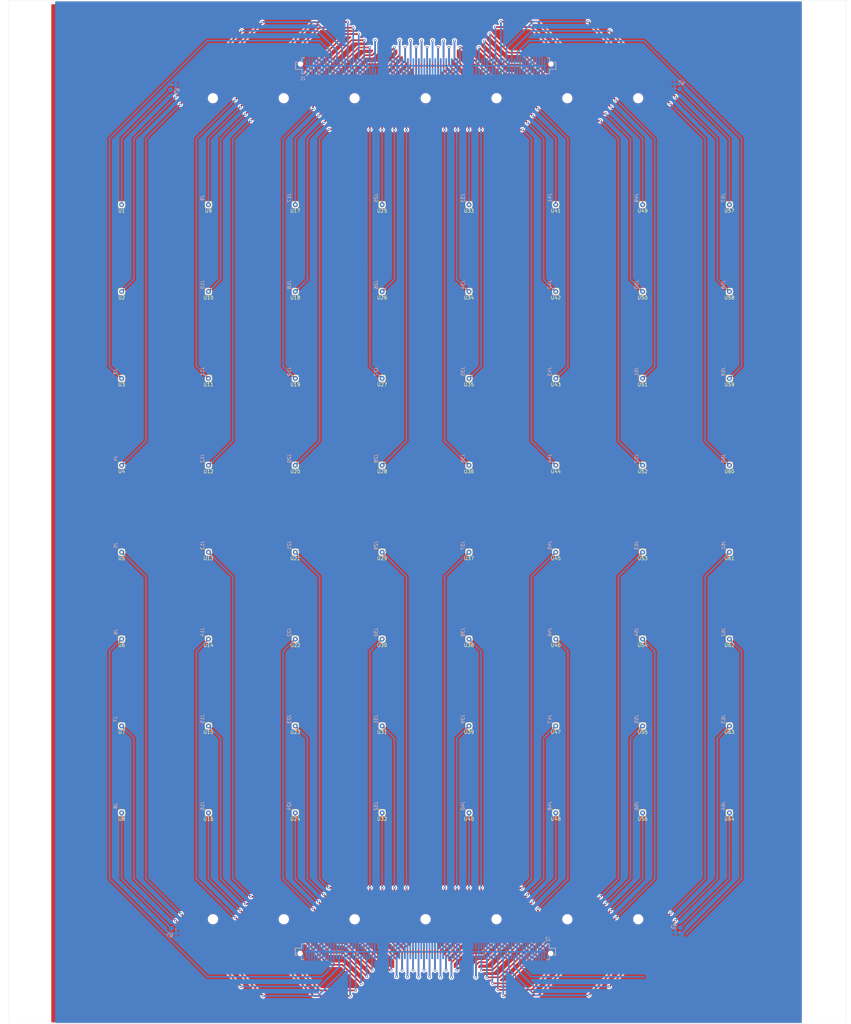
<source format=kicad_pcb>
(kicad_pcb (version 20221018) (generator pcbnew)
  (layers (0 "F.Cu" signal) (31 "B.Cu" signal) (34 "B.Paste" user) (35 "F.Paste" user) (36 "B.SilkS" user "B.Silkscreen") (37 "F.SilkS" user "F.Silkscreen") (38 "B.Mask" user) (39 "F.Mask" user) (44 "Edge.Cuts" user))
  (net 0 "")
  (net 1 "GND")
  (net 2 "/h3")
  (net 3 "/h2")
  (net 4 "/h4")
  (net 5 "/g3")
  (net 6 "/g1")
  (net 7 "/g2")
  (net 8 "/g4")
  (net 9 "/f3")
  (net 10 "/f1")
  (net 11 "/f2")
  (net 12 "/f4")
  (net 13 "/e3")
  (net 14 "/e1")
  (net 15 "/e2")
  (net 16 "/e4")
  (net 17 "/d4")
  (net 18 "/d2")
  (net 19 "/d1")
  (net 20 "/d3")
  (net 21 "/c4")
  (net 22 "/c2")
  (net 23 "/c1")
  (net 24 "/c3")
  (net 25 "/b4")
  (net 26 "/b2")
  (net 27 "/b1")
  (net 28 "/b3")
  (net 29 "/a4")
  (net 30 "/a2")
  (net 31 "/a3")
  (net 32 "/a6")
  (net 33 "/a7")
  (net 34 "/a5")
  (net 35 "/b6")
  (net 36 "/b8")
  (net 37 "/b7")
  (net 38 "/b5")
  (net 39 "/c6")
  (net 40 "/c8")
  (net 41 "/c7")
  (net 42 "/c5")
  (net 43 "/d6")
  (net 44 "/d8")
  (net 45 "/d7")
  (net 46 "/d5")
  (net 47 "/e5")
  (net 48 "/e7")
  (net 49 "/e8")
  (net 50 "/e6")
  (net 51 "/f5")
  (net 52 "/f7")
  (net 53 "/f8")
  (net 54 "/f6")
  (net 55 "/g5")
  (net 56 "/g7")
  (net 57 "/g8")
  (net 58 "/g6")
  (net 59 "/h5")
  (net 60 "/h7")
  (net 61 "/h6")
  (net 62 "/a8")
  (net 63 "/h8")
  (net 64 "/a1")
  (net 65 "/h1")
  (footprint "Connector_Pin:Pin_D0.7mm_L6.5mm_W1.8mm_FlatFork" (layer "F.Cu") (at 324.2564 146.8374)
    (fp_text reference "U42")
    (fp_text value "anode_pad")
  )
  (footprint "Connector_Pin:Pin_D0.7mm_L6.5mm_W1.8mm_FlatFork" (layer "F.Cu") (at 375.0564 273.8374)
    (fp_text reference "U63")
    (fp_text value "anode_pad")
  )
  (footprint "Connector_Pin:Pin_D0.7mm_L6.5mm_W1.8mm_FlatFork" (layer "F.Cu") (at 298.8564 172.2374)
    (fp_text reference "U35")
    (fp_text value "anode_pad")
  )
  (footprint "Connector_Pin:Pin_D0.7mm_L6.5mm_W1.8mm_FlatFork" (layer "F.Cu") (at 324.2564 248.4374)
    (fp_text reference "U46")
    (fp_text value "anode_pad")
  )
  (footprint "Connector_Pin:Pin_D0.7mm_L6.5mm_W1.8mm_FlatFork" (layer "F.Cu") (at 222.6564 146.8374)
    (fp_text reference "U10")
    (fp_text value "anode_pad")
  )
  (footprint "Connector_Pin:Pin_D0.7mm_L6.5mm_W1.8mm_FlatFork" (layer "F.Cu") (at 375.0564 121.4374)
    (fp_text reference "U57")
    (fp_text value "anode_pad")
  )
  (footprint "Connector_Pin:Pin_D0.7mm_L6.5mm_W1.8mm_FlatFork" (layer "F.Cu") (at 324.2564 172.2374)
    (fp_text reference "U43")
    (fp_text value "anode_pad")
  )
  (footprint "Connector_Pin:Pin_D0.7mm_L6.5mm_W1.8mm_FlatFork" (layer "F.Cu") (at 349.6564 121.4374)
    (fp_text reference "U49")
    (fp_text value "anode_pad")
  )
  (footprint "Connector_Pin:Pin_D0.7mm_L6.5mm_W1.8mm_FlatFork" (layer "F.Cu") (at 222.6564 172.2374)
    (fp_text reference "U11")
    (fp_text value "anode_pad")
  )
  (footprint "Connector_Pin:Pin_D0.7mm_L6.5mm_W1.8mm_FlatFork" (layer "F.Cu") (at 222.6564 121.4374)
    (fp_text reference "U9")
    (fp_text value "anode_pad")
  )
  (footprint "Connector_Pin:Pin_D0.7mm_L6.5mm_W1.8mm_FlatFork" (layer "F.Cu") (at 349.6564 223.0374)
    (fp_text reference "U53")
    (fp_text value "anode_pad")
  )
  (footprint "Connector_Pin:Pin_D0.7mm_L6.5mm_W1.8mm_FlatFork" (layer "F.Cu") (at 273.4564 299.2374)
    (fp_text reference "U32")
    (fp_text value "anode_pad")
  )
  (footprint "Connector_Pin:Pin_D0.7mm_L6.5mm_W1.8mm_FlatFork" (layer "F.Cu") (at 298.8564 197.6374)
    (fp_text reference "U36")
    (fp_text value "anode_pad")
  )
  (footprint "Connector_Pin:Pin_D0.7mm_L6.5mm_W1.8mm_FlatFork" (layer "F.Cu") (at 222.6564 197.6374)
    (fp_text reference "U12")
    (fp_text value "anode_pad")
  )
  (footprint "Connector_Pin:Pin_D0.7mm_L6.5mm_W1.8mm_FlatFork" (layer "F.Cu") (at 197.2564 146.8374)
    (fp_text reference "U2")
    (fp_text value "anode_pad")
  )
  (footprint "Connector_Pin:Pin_D0.7mm_L6.5mm_W1.8mm_FlatFork" (layer "F.Cu") (at 349.6564 146.8374)
    (fp_text reference "U50")
    (fp_text value "anode_pad")
  )
  (footprint "Connector_Pin:Pin_D0.7mm_L6.5mm_W1.8mm_FlatFork" (layer "F.Cu") (at 248.0564 172.2374)
    (fp_text reference "U19")
    (fp_text value "anode_pad")
  )
  (footprint "Connector_Pin:Pin_D0.7mm_L6.5mm_W1.8mm_FlatFork" (layer "F.Cu") (at 375.0564 146.8374)
    (fp_text reference "U58")
    (fp_text value "anode_pad")
  )
  (footprint "Connector_Pin:Pin_D0.7mm_L6.5mm_W1.8mm_FlatFork" (layer "F.Cu") (at 222.6564 273.8374)
    (fp_text reference "U15")
    (fp_text value "anode_pad")
  )
  (footprint "Connector_Pin:Pin_D0.7mm_L6.5mm_W1.8mm_FlatFork" (layer "F.Cu") (at 222.6564 299.2374)
    (fp_text reference "U16")
    (fp_text value "anode_pad")
  )
  (footprint "Connector_Pin:Pin_D0.7mm_L6.5mm_W1.8mm_FlatFork" (layer "F.Cu") (at 273.4564 197.6374)
    (fp_text reference "U28")
    (fp_text value "anode_pad")
  )
  (footprint "Connector_Pin:Pin_D0.7mm_L6.5mm_W1.8mm_FlatFork" (layer "F.Cu") (at 248.0564 197.6374)
    (fp_text reference "U20")
    (fp_text value "anode_pad")
  )
  (footprint "Connector_Pin:Pin_D0.7mm_L6.5mm_W1.8mm_FlatFork" (layer "F.Cu") (at 248.0564 146.8374)
    (fp_text reference "U18")
    (fp_text value "anode_pad")
  )
  (footprint "Connector_Pin:Pin_D0.7mm_L6.5mm_W1.8mm_FlatFork" (layer "F.Cu") (at 375.0564 299.2374)
    (fp_text reference "U64")
    (fp_text value "anode_pad")
  )
  (footprint "Connector_Pin:Pin_D0.7mm_L6.5mm_W1.8mm_FlatFork" (layer "F.Cu") (at 273.4564 172.2374)
    (fp_text reference "U27")
    (fp_text value "anode_pad")
  )
  (footprint "Connector_Pin:Pin_D0.7mm_L6.5mm_W1.8mm_FlatFork" (layer "F.Cu") (at 197.2564 299.2374)
    (fp_text reference "U8")
    (fp_text value "anode_pad")
  )
  (footprint "Connector_Pin:Pin_D0.7mm_L6.5mm_W1.8mm_FlatFork" (layer "F.Cu") (at 349.6564 172.2374)
    (fp_text reference "U51")
    (fp_text value "anode_pad")
  )
  (footprint "Connector_Pin:Pin_D0.7mm_L6.5mm_W1.8mm_FlatFork" (layer "F.Cu") (at 324.2564 223.0374)
    (fp_text reference "U45")
    (fp_text value "anode_pad")
  )
  (footprint "Connector_Pin:Pin_D0.7mm_L6.5mm_W1.8mm_FlatFork" (layer "F.Cu") (at 298.8564 146.8374)
    (fp_text reference "U34")
    (fp_text value "anode_pad")
  )
  (footprint "Connector_Pin:Pin_D0.7mm_L6.5mm_W1.8mm_FlatFork" (layer "F.Cu") (at 222.6564 248.4374)
    (fp_text reference "U14")
    (fp_text value "anode_pad")
  )
  (footprint "Connector_Pin:Pin_D0.7mm_L6.5mm_W1.8mm_FlatFork" (layer "F.Cu") (at 324.2564 273.8374)
    (fp_text reference "U47")
    (fp_text value "anode_pad")
  )
  (footprint "Connector_Pin:Pin_D0.7mm_L6.5mm_W1.8mm_FlatFork" (layer "F.Cu") (at 197.2564 172.2374)
    (fp_text reference "U3")
    (fp_text value "anode_pad")
  )
  (footprint "Connector_Pin:Pin_D0.7mm_L6.5mm_W1.8mm_FlatFork" (layer "F.Cu") (at 298.8564 223.0374)
    (fp_text reference "U37")
    (fp_text value "anode_pad")
  )
  (footprint "Connector_Pin:Pin_D0.7mm_L6.5mm_W1.8mm_FlatFork" (layer "F.Cu") (at 298.8564 299.2374)
    (fp_text reference "U40")
    (fp_text value "anode_pad")
  )
  (footprint "Connector_Pin:Pin_D0.7mm_L6.5mm_W1.8mm_FlatFork" (layer "F.Cu") (at 349.6564 197.6374)
    (fp_text reference "U52")
    (fp_text value "anode_pad")
  )
  (footprint "Connector_Pin:Pin_D0.7mm_L6.5mm_W1.8mm_FlatFork" (layer "F.Cu") (at 375.0564 248.4374)
    (fp_text reference "U62")
    (fp_text value "anode_pad")
  )
  (footprint "Connector_Pin:Pin_D0.7mm_L6.5mm_W1.8mm_FlatFork" (layer "F.Cu") (at 375.0564 197.6374)
    (fp_text reference "U60")
    (fp_text value "anode_pad")
  )
  (footprint "Connector_Pin:Pin_D0.7mm_L6.5mm_W1.8mm_FlatFork" (layer "F.Cu") (at 248.0564 121.4374)
    (fp_text reference "U17")
    (fp_text value "anode_pad")
  )
  (footprint "Connector_Pin:Pin_D0.7mm_L6.5mm_W1.8mm_FlatFork" (layer "F.Cu") (at 349.6564 248.4374)
    (fp_text reference "U54")
    (fp_text value "anode_pad")
  )
  (footprint "Connector_Pin:Pin_D0.7mm_L6.5mm_W1.8mm_FlatFork" (layer "F.Cu") (at 197.2564 223.0374)
    (fp_text reference "U5")
    (fp_text value "anode_pad")
  )
  (footprint "Connector_Pin:Pin_D0.7mm_L6.5mm_W1.8mm_FlatFork" (layer "F.Cu") (at 248.0564 248.4374)
    (fp_text reference "U22")
    (fp_text value "anode_pad")
  )
  (footprint "Connector_Pin:Pin_D0.7mm_L6.5mm_W1.8mm_FlatFork" (layer "F.Cu") (at 248.0564 223.0374)
    (fp_text reference "U21")
    (fp_text value "anode_pad")
  )
  (footprint "Connector_Pin:Pin_D0.7mm_L6.5mm_W1.8mm_FlatFork" (layer "F.Cu") (at 324.2564 121.4374)
    (fp_text reference "U41")
    (fp_text value "anode_pad")
  )
  (footprint "Connector_Pin:Pin_D0.7mm_L6.5mm_W1.8mm_FlatFork" (layer "F.Cu") (at 222.6564 223.0374)
    (fp_text reference "U13")
    (fp_text value "anode_pad")
  )
  (footprint "Connector_Pin:Pin_D0.7mm_L6.5mm_W1.8mm_FlatFork" (layer "F.Cu") (at 375.0564 172.2374)
    (fp_text reference "U59")
    (fp_text value "anode_pad")
  )
  (footprint "Connector_Pin:Pin_D0.7mm_L6.5mm_W1.8mm_FlatFork" (layer "F.Cu") (at 197.2564 197.6374)
    (fp_text reference "U4")
    (fp_text value "anode_pad")
  )
  (footprint "Connector_Pin:Pin_D0.7mm_L6.5mm_W1.8mm_FlatFork" (layer "F.Cu") (at 273.4564 223.0374)
    (fp_text reference "U29")
    (fp_text value "anode_pad")
  )
  (footprint "Connector_Pin:Pin_D0.7mm_L6.5mm_W1.8mm_FlatFork" (layer "F.Cu") (at 273.4564 146.8374)
    (fp_text reference "U26")
    (fp_text value "anode_pad")
  )
  (footprint "Connector_Pin:Pin_D0.7mm_L6.5mm_W1.8mm_FlatFork" (layer "F.Cu") (at 298.8564 121.4374)
    (fp_text reference "U33")
    (fp_text value "anode_pad")
  )
  (footprint "Connector_Pin:Pin_D0.7mm_L6.5mm_W1.8mm_FlatFork" (layer "F.Cu") (at 248.0564 273.8374)
    (fp_text reference "U23")
    (fp_text value "anode_pad")
  )
  (footprint "Connector_Pin:Pin_D0.7mm_L6.5mm_W1.8mm_FlatFork" (layer "F.Cu") (at 197.2564 273.8374)
    (fp_text reference "U7")
    (fp_text value "anode_pad")
  )
  (footprint "Connector_Pin:Pin_D0.7mm_L6.5mm_W1.8mm_FlatFork" (layer "F.Cu") (at 298.8564 273.8374)
    (fp_text reference "U39")
    (fp_text value "anode_pad")
  )
  (footprint "Connector_Pin:Pin_D0.7mm_L6.5mm_W1.8mm_FlatFork" (layer "F.Cu") (at 324.2564 299.2374)
    (fp_text reference "U48")
    (fp_text value "anode_pad")
  )
  (footprint "Connector_Pin:Pin_D0.7mm_L6.5mm_W1.8mm_FlatFork" (layer "F.Cu") (at 375.0564 223.0374)
    (fp_text reference "U61")
    (fp_text value "anode_pad")
  )
  (footprint "Connector_Pin:Pin_D0.7mm_L6.5mm_W1.8mm_FlatFork" (layer "F.Cu") (at 248.0564 299.2374)
    (fp_text reference "U24")
    (fp_text value "anode_pad")
  )
  (footprint "Connector_Pin:Pin_D0.7mm_L6.5mm_W1.8mm_FlatFork" (layer "F.Cu") (at 349.6564 273.8374)
    (fp_text reference "U55")
    (fp_text value "anode_pad")
  )
  (footprint "Connector_Pin:Pin_D0.7mm_L6.5mm_W1.8mm_FlatFork" (layer "F.Cu") (at 197.2564 248.4374)
    (fp_text reference "U6")
    (fp_text value "anode_pad")
  )
  (footprint "Connector_Pin:Pin_D0.7mm_L6.5mm_W1.8mm_FlatFork" (layer "F.Cu") (at 324.2564 197.6374)
    (fp_text reference "U44")
    (fp_text value "anode_pad")
  )
  (footprint "Connector_Pin:Pin_D0.7mm_L6.5mm_W1.8mm_FlatFork" (layer "F.Cu") (at 273.4564 273.8374)
    (fp_text reference "U31")
    (fp_text value "anode_pad")
  )
  (footprint "Connector_Pin:Pin_D0.7mm_L6.5mm_W1.8mm_FlatFork" (layer "F.Cu") (at 298.8564 248.4374)
    (fp_text reference "U38")
    (fp_text value "anode_pad")
  )
  (footprint "Connector_Pin:Pin_D0.7mm_L6.5mm_W1.8mm_FlatFork" (layer "F.Cu") (at 273.4564 248.4374)
    (fp_text reference "U30")
    (fp_text value "anode_pad")
  )
  (footprint "Connector_Pin:Pin_D0.7mm_L6.5mm_W1.8mm_FlatFork" (layer "F.Cu") (at 349.6564 299.2374)
    (fp_text reference "U56")
    (fp_text value "anode_pad")
  )
  (footprint "Connector_Pin:Pin_D0.7mm_L6.5mm_W1.8mm_FlatFork" (layer "F.Cu") (at 197.2564 121.4374)
    (fp_text reference "U1")
    (fp_text value "anode_pad")
  )
  (footprint "Connector_Pin:Pin_D0.7mm_L6.5mm_W1.8mm_FlatFork" (layer "F.Cu") (at 273.4564 121.4374)
    (fp_text reference "U25")
    (fp_text value "anode_pad")
  )
  (footprint "" (layer "B.Cu") (at 265.409479 330.34455)
    (fp_text reference "")
    (fp_text value "")
  )
  (footprint "AnodePads:PogoPinWithTail" (layer "B.Cu") (at 197.2564 299.2374 -90)
    (fp_text reference "J8")
    (fp_text value "Conn_01x01_Pin")
  )
  (footprint "AnodePads:PogoPinWithTail" (layer "B.Cu") (at 324.2564 172.2374 -90)
    (fp_text reference "J43")
    (fp_text value "Conn_01x01_Pin")
  )
  (footprint "AnodePads:PogoPinWithTail" (layer "B.Cu") (at 298.8564 197.6374 -90)
    (fp_text reference "J36")
    (fp_text value "Conn_01x01_Pin")
  )
  (footprint "" (layer "B.Cu") (at 306.913079 90.31455 180)
    (fp_text reference "")
    (fp_text value "")
  )
  (footprint "" (layer "B.Cu") (at 171.175479 265.37135 180)
    (fp_text reference "")
    (fp_text value "")
  )
  (footprint "AnodePads:PogoPinWithTail" (layer "B.Cu") (at 222.6564 121.4374 -90)
    (fp_text reference "J9")
    (fp_text value "Conn_01x01_Pin")
  )
  (footprint "" (layer "B.Cu") (at 306.913079 330.34455 180)
    (fp_text reference "")
    (fp_text value "")
  )
  (footprint "AnodePads:PogoPinWithTail" (layer "B.Cu") (at 375.0564 121.4374 -90)
    (fp_text reference "J57")
    (fp_text value "Conn_01x01_Pin")
  )
  (footprint "MountingHole:MountingHole_2.2mm_M2" (layer "B.Cu") (at 401.1564 100.3374 180)
    (fp_text reference "REF**1" hide)
    (fp_text value "MountingHole_2.2mm_M2")
  )
  (footprint "AnodePads:PogoPinWithTail" (layer "B.Cu") (at 248.0564 273.8374 -90)
    (fp_text reference "J23")
    (fp_text value "Conn_01x01_Pin")
  )
  (footprint "AnodePads:PogoPinWithTail" (layer "B.Cu") (at 349.6564 197.6374 -90)
    (fp_text reference "J52")
    (fp_text value "Conn_01x01_Pin")
  )
  (footprint "AnodePads:PogoPinWithTail" (layer "B.Cu") (at 349.6564 223.0374 -90)
    (fp_text reference "J53")
    (fp_text value "Conn_01x01_Pin")
  )
  (footprint "AnodePads:PogoPinWithTail" (layer "B.Cu") (at 273.4564 273.8374 -90)
    (fp_text reference "J31")
    (fp_text value "Conn_01x01_Pin")
  )
  (footprint "AnodePads:PogoPinWithTail" (layer "B.Cu") (at 298.8564 299.2374 -90)
    (fp_text reference "J40")
    (fp_text value "Conn_01x01_Pin")
  )
  (footprint "AnodePads:PogoPinWithTail" (layer "B.Cu") (at 273.4564 172.2374 -90)
    (fp_text reference "J27")
    (fp_text value "Conn_01x01_Pin")
  )
  (footprint "" (layer "B.Cu") (at 244.733879 330.34455 180)
    (fp_text reference "")
    (fp_text value "")
  )
  (footprint "AnodePads:PogoPinWithTail" (layer "B.Cu") (at 298.8564 121.4374 -90)
    (fp_text reference "J33")
    (fp_text value "Conn_01x01_Pin")
  )
  (footprint "AnodePads:PogoPinWithTail" (layer "B.Cu") (at 375.0564 223.0374 -90)
    (fp_text reference "J61")
    (fp_text value "Conn_01x01_Pin")
  )
  (footprint "AnodePads:PogoPinWithTail" (layer "B.Cu") (at 273.4564 223.0374 -90)
    (fp_text reference "J29")
    (fp_text value "Conn_01x01_Pin")
  )
  (footprint "AnodePads:PogoPinWithTail" (layer "B.Cu") (at 222.6564 299.2374 -90)
    (fp_text reference "J16")
    (fp_text value "Conn_01x01_Pin")
  )
  (footprint "AnodePads:PogoPinWithTail" (layer "B.Cu") (at 324.2564 146.8374 -90)
    (fp_text reference "J42")
    (fp_text value "Conn_01x01_Pin")
  )
  (footprint "AnodePads:PogoPinWithTail" (layer "B.Cu") (at 273.4564 197.6374 -90)
    (fp_text reference "J28")
    (fp_text value "Conn_01x01_Pin")
  )
  (footprint "AnodePads:PogoPinWithTail" (layer "B.Cu") (at 298.8564 248.4374 -90)
    (fp_text reference "J38")
    (fp_text value "Conn_01x01_Pin")
  )
  (footprint "AnodePads:PogoPinWithTail" (layer "B.Cu") (at 248.0564 172.2374 -90)
    (fp_text reference "J19")
    (fp_text value "Conn_01x01_Pin")
  )
  (footprint "AnodePads:PogoPinWithTail" (layer "B.Cu") (at 197.2564 197.6374 -90)
    (fp_text reference "J4")
    (fp_text value "Conn_01x01_Pin")
  )
  (footprint "" (layer "B.Cu") (at 244.683079 330.34455)
    (fp_text reference "")
    (fp_text value "")
  )
  (footprint "" (layer "B.Cu") (at 348.365879 330.34455 180)
    (fp_text reference "")
    (fp_text value "")
  )
  (footprint "AnodePads:PogoPinWithTail" (layer "B.Cu") (at 349.6564 299.2374 -90)
    (fp_text reference "J56")
    (fp_text value "Conn_01x01_Pin")
  )
  (footprint "AnodePads:PogoPinWithTail" (layer "B.Cu") (at 324.2564 248.4374 -90)
    (fp_text reference "J46")
    (fp_text value "Conn_01x01_Pin")
  )
  (footprint "AnodePads:PogoPinWithTail" (layer "B.Cu") (at 298.8564 172.2374 -90)
    (fp_text reference "J35")
    (fp_text value "Conn_01x01_Pin")
  )
  (footprint "AnodePads:PogoPinWithTail" (layer "B.Cu") (at 248.0564 223.0374 -90)
    (fp_text reference "J21")
    (fp_text value "Conn_01x01_Pin")
  )
  (footprint "" (layer "B.Cu") (at 286.135879 330.34455)
    (fp_text reference "")
    (fp_text value "")
  )
  (footprint "" (layer "B.Cu") (at 223.956679 90.31455 180)
    (fp_text reference "")
    (fp_text value "")
  )
  (footprint "" (layer "B.Cu") (at 306.913079 330.34455)
    (fp_text reference "")
    (fp_text value "")
  )
  (footprint "" (layer "B.Cu") (at 244.683079 90.31455 180)
    (fp_text reference "")
    (fp_text value "")
  )
  (footprint "Resistor_SMD:R_0805_2012Metric_Pad1.20x1.40mm_HandSolder" (layer "B.Cu") (at 359.995451 333.586207 -135)
    (fp_text reference "R2")
    (fp_text value "R_Small")
  )
  (footprint "AnodePads:PogoPinWithTail" (layer "B.Cu") (at 222.6564 223.0374 -90)
    (fp_text reference "J13")
    (fp_text value "Conn_01x01_Pin")
  )
  (footprint "MountingHole:MountingHole_2.2mm_M2" (layer "B.Cu") (at 171.1564 100.3374 180)
    (fp_text reference "REF**" hide)
    (fp_text value "MountingHole_2.2mm_M2")
  )
  (footprint "AnodePads:PogoPinWithTail" (layer "B.Cu") (at 324.2564 273.8374 -90)
    (fp_text reference "J47")
    (fp_text value "Conn_01x01_Pin")
  )
  (footprint "AnodePads:PogoPinWithTail" (layer "B.Cu") (at 273.4564 248.4374 -90)
    (fp_text reference "J30")
    (fp_text value "Conn_01x01_Pin")
  )
  (footprint "AnodePads:PogoPinWithTail" (layer "B.Cu") (at 273.4564 146.8374 -90)
    (fp_text reference "J26")
    (fp_text value "Conn_01x01_Pin")
  )
  (footprint "MountingHole:MountingHole_2.2mm_M2" (layer "B.Cu") (at 171.1564 320.3374 180)
    (fp_text reference "REF**2" hide)
    (fp_text value "MountingHole_2.2mm_M2")
  )
  (footprint "AnodePads:PogoPinWithTail" (layer "B.Cu") (at 197.2564 172.2374 -90)
    (fp_text reference "J3")
    (fp_text value "Conn_01x01_Pin")
  )
  (footprint "" (layer "B.Cu") (at 265.460279 330.34455 180)
    (fp_text reference "")
    (fp_text value "")
  )
  (footprint "AnodePads:PogoPinWithTail" (layer "B.Cu") (at 349.6564 248.4374 -90)
    (fp_text reference "J54")
    (fp_text value "Conn_01x01_Pin")
  )
  (footprint "AnodePads:PogoPinWithTail" (layer "B.Cu") (at 197.2564 273.8374 -90)
    (fp_text reference "J7")
    (fp_text value "Conn_01x01_Pin")
  )
  (footprint "AnodePads:PogoPinWithTail" (layer "B.Cu") (at 375.0564 273.8374 -90)
    (fp_text reference "J63")
    (fp_text value "Conn_01x01_Pin")
  )
  (footprint "" (layer "B.Cu") (at 223.956679 330.34455)
    (fp_text reference "")
    (fp_text value "")
  )
  (footprint "AnodePads:PogoPinWithTail" (layer "B.Cu") (at 349.6564 273.8374 -90)
    (fp_text reference "J55")
    (fp_text value "Conn_01x01_Pin")
  )
  (footprint "Resistor_SMD:R_0805_2012Metric_Pad1.20x1.40mm_HandSolder" (layer "B.Cu") (at 212.522558 333.7591 -45)
    (fp_text reference "R1")
    (fp_text value "R_Small")
  )
  (footprint "AnodePads:PogoPinWithTail" (layer "B.Cu") (at 324.2564 197.6374 -90)
    (fp_text reference "J44")
    (fp_text value "Conn_01x01_Pin")
  )
  (footprint "" (layer "B.Cu") (at 171.175479 155.33855 180)
    (fp_text reference "")
    (fp_text value "")
  )
  (footprint "" (layer "B.Cu") (at 286.186679 330.34455 180)
    (fp_text reference "")
    (fp_text value "")
  )
  (footprint "" (layer "B.Cu") (at 286.186679 90.31455 180)
    (fp_text reference "")
    (fp_text value "")
  )
  (footprint "AnodePads:PogoPinWithTail" (layer "B.Cu") (at 248.0564 121.4374 -90)
    (fp_text reference "J17")
    (fp_text value "Conn_01x01_Pin")
  )
  (footprint "" (layer "B.Cu") (at 224.007479 330.34455 180)
    (fp_text reference "")
    (fp_text value "")
  )
  (footprint "" (layer "B.Cu") (at 265.409479 90.31455 180)
    (fp_text reference "")
    (fp_text value "")
  )
  (footprint "AnodePads:PogoPinWithTail" (layer "B.Cu") (at 197.2564 248.4374 -90)
    (fp_text reference "J6")
    (fp_text value "Conn_01x01_Pin")
  )
  (footprint "AnodePads:PogoPinWithTail" (layer "B.Cu") (at 375.0564 172.2374 -90)
    (fp_text reference "J59")
    (fp_text value "Conn_01x01_Pin")
  )
  (footprint "MountingHole:MountingHole_2.2mm_M2" (layer "B.Cu") (at 401.1564 320.3374 180)
    (fp_text reference "REF**3" hide)
    (fp_text value "MountingHole_2.2mm_M2")
  )
  (footprint "Resistor_SMD:R_0805_2012Metric_Pad1.20x1.40mm_HandSolder" (layer "B.Cu") (at 212.327107 87.072893 45)
    (fp_text reference "R3")
    (fp_text value "R_Small")
  )
  (footprint "AnodePads:PogoPinWithTail" (layer "B.Cu") (at 324.2564 121.4374 -90)
    (fp_text reference "J41")
    (fp_text value "Conn_01x01_Pin")
  )
  (footprint "AnodePads:PogoPinWithTail" (layer "B.Cu") (at 375.0564 146.8374 -90)
    (fp_text reference "J58")
    (fp_text value "Conn_01x01_Pin")
  )
  (footprint "AnodePads:PogoPinWithTail" (layer "B.Cu") (at 222.6564 146.8374 -90)
    (fp_text reference "J10")
    (fp_text value "Conn_01x01_Pin")
  )
  (footprint "AnodePads:PogoPinWithTail" (layer "B.Cu") (at 375.0564 248.4374 -90)
    (fp_text reference "J62")
    (fp_text value "Conn_01x01_Pin")
  )
  (footprint "AnodePads:SAMTEC_QRM8-078-05.0-L-D-A" (layer "B.Cu") (at 286.2132 80.80616)
    (fp_text reference "J1")
    (fp_text value "QRM8-078-05.0-L-D-A")
  )
  (footprint "AnodePads:PogoPinWithTail" (layer "B.Cu") (at 349.6564 172.2374 -90)
    (fp_text reference "J51")
    (fp_text value "Conn_01x01_Pin")
  )
  (footprint "AnodePads:PogoPinWithTail" (layer "B.Cu") (at 273.4564 299.2374 -90)
    (fp_text reference "J32")
    (fp_text value "Conn_01x01_Pin")
  )
  (footprint "AnodePads:PogoPinWithTail" (layer "B.Cu") (at 324.2564 223.0374 -90)
    (fp_text reference "J45")
    (fp_text value "Conn_01x01_Pin")
  )
  (footprint "AnodePads:PogoPinWithTail" (layer "B.Cu") (at 375.0564 299.2374 -90)
    (fp_text reference "J64")
    (fp_text value "Conn_01x01_Pin")
  )
  (footprint "AnodePads:PogoPinWithTail" (layer "B.Cu") (at 349.6564 121.4374 -90)
    (fp_text reference "J49")
    (fp_text value "Conn_01x01_Pin")
  )
  (footprint "AnodePads:PogoPinWithTail" (layer "B.Cu") (at 273.4564 121.4374 -90)
    (fp_text reference "J25")
    (fp_text value "Conn_01x01_Pin")
  )
  (footprint "AnodePads:PogoPinWithTail" (layer "B.Cu") (at 298.8564 273.8374 -90)
    (fp_text reference "J39")
    (fp_text value "Conn_01x01_Pin")
  )
  (footprint "AnodePads:PogoPinWithTail" (layer "B.Cu") (at 197.2564 223.0374 -90)
    (fp_text reference "J5")
    (fp_text value "Conn_01x01_Pin")
  )
  (footprint "AnodePads:SAMTEC_QRM8-078-05.0-L-D-A" (layer "B.Cu") (at 286.109358 339.85294 180)
    (fp_text reference "J2")
    (fp_text value "QRM8-078-05.0-L-D-A")
  )
  (footprint "AnodePads:PogoPinWithTail" (layer "B.Cu") (at 222.6564 172.2374 -90)
    (fp_text reference "J11")
    (fp_text value "Conn_01x01_Pin")
  )
  (footprint "AnodePads:PogoPinWithTail" (layer "B.Cu") (at 248.0564 299.2374 -90)
    (fp_text reference "J24")
    (fp_text value "Conn_01x01_Pin")
  )
  (footprint "AnodePads:PogoPinWithTail" (layer "B.Cu") (at 298.8564 223.0374 -90)
    (fp_text reference "J37")
    (fp_text value "Conn_01x01_Pin")
  )
  (footprint "AnodePads:PogoPinWithTail" (layer "B.Cu") (at 222.6564 248.4374 -90)
    (fp_text reference "J14")
    (fp_text value "Conn_01x01_Pin")
  )
  (footprint "" (layer "B.Cu") (at 401.197879 265.37135 180)
    (fp_text reference "")
    (fp_text value "")
  )
  (footprint "AnodePads:PogoPinWithTail" (layer "B.Cu") (at 298.8564 146.8374 -90)
    (fp_text reference "J34")
    (fp_text value "Conn_01x01_Pin")
  )
  (footprint "AnodePads:PogoPinWithTail" (layer "B.Cu") (at 222.6564 273.8374 -90)
    (fp_text reference "J15")
    (fp_text value "Conn_01x01_Pin")
  )
  (footprint "AnodePads:PogoPinWithTail" (layer "B.Cu") (at 248.0564 146.8374 -90)
    (fp_text reference "J18")
    (fp_text value "Conn_01x01_Pin")
  )
  (footprint "" (layer "B.Cu") (at 327.639479 90.31455 180)
    (fp_text reference "")
    (fp_text value "")
  )
  (footprint "AnodePads:PogoPinWithTail" (layer "B.Cu") (at 248.0564 248.4374 -90)
    (fp_text reference "J22")
    (fp_text value "Conn_01x01_Pin")
  )
  (footprint "" (layer "B.Cu") (at 348.365879 330.34455)
    (fp_text reference "")
    (fp_text value "")
  )
  (footprint "" (layer "B.Cu") (at 348.365879 90.31455 180)
    (fp_text reference "")
    (fp_text value "")
  )
  (footprint "" (layer "B.Cu") (at 401.197879 155.38935 180)
    (fp_text reference "")
    (fp_text value "")
  )
  (footprint "AnodePads:PogoPinWithTail" (layer "B.Cu") (at 248.0564 197.6374 -90)
    (fp_text reference "J20")
    (fp_text value "Conn_01x01_Pin")
  )
  (footprint "AnodePads:PogoPinWithTail" (layer "B.Cu") (at 349.6564 146.8374 -90)
    (fp_text reference "J50")
    (fp_text value "Conn_01x01_Pin")
  )
  (footprint "AnodePads:PogoPinWithTail" (layer "B.Cu") (at 324.2564 299.2374 -90)
    (fp_text reference "J48")
    (fp_text value "Conn_01x01_Pin")
  )
  (footprint "" (layer "B.Cu") (at 327.639479 330.34455 180)
    (fp_text reference "")
    (fp_text value "")
  )
  (footprint "" (layer "B.Cu") (at 327.639479 330.34455)
    (fp_text reference "")
    (fp_text value "")
  )
  (footprint "AnodePads:PogoPinWithTail" (layer "B.Cu") (at 222.6564 197.6374 -90)
    (fp_text reference "J12")
    (fp_text value "Conn_01x01_Pin")
  )
  (footprint "AnodePads:PogoPinWithTail" (layer "B.Cu") (at 375.0564 197.6374 -90)
    (fp_text reference "J60")
    (fp_text value "Conn_01x01_Pin")
  )
  (footprint "Resistor_SMD:R_0805_2012Metric_Pad1.20x1.40mm_HandSolder" (layer "B.Cu") (at 359.8 86.9 135)
    (fp_text reference "R4")
    (fp_text value "R_Small")
  )
  (gr_rect (start 164.266679 61.61255) (end 409.173479 360.97695) (stroke (width 0.05)) (fill none) (layer "Edge.Cuts"))
  (segment (start 290.509358 338.3885) (end 290.509358 335.07487) (width 0.499999) (layer "B.Cu") (net 1))
  (segment (start 287.4132 80.4206) (end 287.4132 82.2706) (width 0.499999) (layer "B.Cu") (net 1))
  (segment (start 305.8132 79.4206) (end 305.8132 82.2706) (width 0.499999) (layer "B.Cu") (net 1))
  (segment (start 289.0132 80.4206) (end 289.0132 82.2706) (width 0.499999) (layer "B.Cu") (net 1))
  (segment (start 261.0132 79.4206) (end 261.0132 82.2706) (width 0.499999) (layer "B.Cu") (net 1))
  (segment (start 314.509358 338.3885) (end 314.509358 335.96797) (width 0.499999) (layer "B.Cu") (net 1))
  (segment (start 294.509358 341.2385) (end 294.509358 338.3885) (width 0.499999) (layer "B.Cu") (net 1))
  (segment (start 285.0132 82.2706) (end 285.0132 84.92313) (width 0.499999) (layer "B.Cu") (net 1))
  (segment (start 304.909358 340.2385) (end 304.909358 338.3885) (width 0.499999) (layer "B.Cu") (net 1))
  (segment (start 307.4132 79.4206) (end 307.4132 80.4206) (width 0.499999) (layer "B.Cu") (net 1))
  (segment (start 303.309358 340.2385) (end 303.309358 338.3885) (width 0.499999) (layer "B.Cu") (net 1))
  (segment (start 318.509358 338.3885) (end 318.509358 336.53997) (width 0.499999) (layer "B.Cu") (net 1))
  (segment (start 288.109358 341.2385) (end 288.109358 340.2385) (width 0.499999) (layer "B.Cu") (net 1))
  (segment (start 293.8132 79.4206) (end 293.8132 82.2706) (width 0.499999) (layer "B.Cu") (net 1))
  (segment (start 307.4132 82.2706) (end 307.4132 84.29855) (width 0.499999) (layer "B.Cu") (net 1))
  (segment (start 256.909358 338.3885) (end 256.909358 336.41035) (width 0.499999) (layer "B.Cu") (net 1))
  (segment (start 265.0132 82.2706) (end 265.0132 84.53223) (width 0.499999) (layer "B.Cu") (net 1))
  (segment (start 315.309358 341.27794) (end 315.309358 343.59347) (width 0.499999) (layer "B.Cu") (net 1))
  (segment (start 262.6132 79.4206) (end 262.6132 80.4206) (width 0.499999) (layer "B.Cu") (net 1))
  (segment (start 305.0132 82.2706) (end 305.0132 84.73513) (width 0.499999) (layer "B.Cu") (net 1))
  (segment (start 315.4132 82.2706) (end 315.4132 84.24875) (width 0.499999) (layer "B.Cu") (net 1))
  (segment (start 262.509358 338.3885) (end 262.509358 336.54313) (width 0.499999) (layer "B.Cu") (net 1))
  (segment (start 290.6132 79.4206) (end 290.6132 80.4206) (width 0.499999) (layer "B.Cu") (net 1))
  (segment (start 278.509358 338.3885) (end 278.509358 335.89997) (width 0.499999) (layer "B.Cu") (net 1))
  (segment (start 318.6132 79.4206) (end 318.6132 82.2706) (width 0.499999) (layer "B.Cu") (net 1))
  (segment (start 292.2132 79.4206) (end 292.2132 80.4206) (width 0.499999) (layer "B.Cu") (net 1))
  (segment (start 284.2132 79.4206) (end 284.2132 80.4206) (width 0.499999) (layer "B.Cu") (net 1))
  (segment (start 314.509358 341.27794) (end 314.509358 343.03477) (width 0.499999) (layer "B.Cu") (net 1))
  (segment (start 316.109358 338.3885) (end 316.109358 336.29087) (width 0.499999) (layer "B.Cu") (net 1))
  (segment (start 256.109358 341.2385) (end 256.109358 338.3885) (width 0.499999) (layer "B.Cu") (net 1))
  (segment (start 315.4132 82.2706) (end 315.4132 79.4206) (width 0.499999) (layer "B.Cu") (net 1))
  (segment (start 316.909358 338.3885) (end 316.909358 336.58287) (width 0.499999) (layer "B.Cu") (net 1))
  (segment (start 291.309358 338.3885) (end 291.309358 335.36687) (width 0.499999) (layer "B.Cu") (net 1))
  (segment (start 314.6132 82.2706) (end 314.6132 79.4206) (width 0.499999) (layer "B.Cu") (net 1))
  (segment (start 263.309358 341.2385) (end 263.309358 340.2385) (width 0.499999) (layer "B.Cu") (net 1))
  (segment (start 304.909358 341.2385) (end 304.909358 340.2385) (width 0.499999) (layer "B.Cu") (net 1))
  (segment (start 320.909358 341.2385) (end 320.909358 338.3885) (width 0.499999) (layer "B.Cu") (net 1))
  (segment (start 254.509358 338.3885) (end 254.509358 336.47637) (width 0.499999) (layer "B.Cu") (net 1))
  (segment (start 317.0132 82.2706) (end 317.0132 84.11425) (width 0.499999) (layer "B.Cu") (net 1))
  (segment (start 252.109358 341.27794) (end 252.109358 346.00167) (width 0.499999) (layer "B.Cu") (net 1))
  (segment (start 271.309358 340.2385) (end 271.309358 338.3885) (width 0.499999) (layer "B.Cu") (net 1))
  (segment (start 312.909358 340.2385) (end 312.909358 338.3885) (width 0.499999) (layer "B.Cu") (net 1))
  (segment (start 317.709358 338.3885) (end 317.709358 335.85887) (width 0.499999) (layer "B.Cu") (net 1))
  (segment (start 277.8132 82.2706) (end 277.8132 86.15623) (width 0.499999) (layer "B.Cu") (net 1))
  (segment (start 268.109358 340.2385) (end 268.109358 338.3885) (width 0.499999) (layer "B.Cu") (net 1))
  (segment (start 285.709358 338.3885) (end 285.709358 335.35487) (width 0.499999) (layer "B.Cu") (net 1))
  (segment (start 266.509358 341.2385) (end 266.509358 338.3885) (width 0.499999) (layer "B.Cu") (net 1))
  (segment (start 255.309358 338.3885) (end 255.309358 336.54485) (width 0.499999) (layer "B.Cu") (net 1))
  (segment (start 317.8132 79.38116) (end 317.8132 76.42303) (width 0.499999) (layer "B.Cu") (net 1))
  (segment (start 289.0132 79.4206) (end 289.0132 80.4206) (width 0.499999) (layer "B.Cu") (net 1))
  (segment (start 319.4132 79.38116) (end 319.4132 74.70393) (width 0.499999) (layer "B.Cu") (net 1))
  (segment (start 257.709358 338.3885) (end 257.709358 336.51205) (width 0.499999) (layer "B.Cu") (net 1))
  (segment (start 257.8132 80.4206) (end 257.8132 82.2706) (width 0.499999) (layer "B.Cu") (net 1))
  (segment (start 287.309358 338.3885) (end 287.309358 335.73597) (width 0.499999) (layer "B.Cu") (net 1))
  (segment (start 262.6132 82.2706) (end 262.6132 84.16423) (width 0.499999) (layer "B.Cu") (net 1))
  (segment (start 312.909358 338.3885) (end 312.909358 336.13887) (width 0.499999) (layer "B.Cu") (net 1))
  (segment (start 319.309358 341.2385) (end 319.309358 338.3885) (width 0.499999) (layer "B.Cu") (net 1))
  (segment (start 284.909358 341.2385) (end 284.909358 340.2385) (width 0.499999) (layer "B.Cu") (net 1))
  (segment (start 289.0132 82.2706) (end 289.0132 84.98713) (width 0.499999) (layer "B.Cu") (net 1))
  (segment (start 267.4132 80.4206) (end 267.4132 82.2706) (width 0.499999) (layer "B.Cu") (net 1))
  (segment (start 253.8132 79.4206) (end 253.8132 82.2706) (width 0.499999) (layer "B.Cu") (net 1))
  (segment (start 259.4132 79.4206) (end 259.4132 80.4206) (width 0.499999) (layer "B.Cu") (net 1))
  (segment (start 253.709358 341.27794) (end 253.709358 345.50617) (width 0.499999) (layer "B.Cu") (net 1))
  (segment (start 315.4132 79.4206) (end 315.4132 78.03623) (width 0.499999) (layer "B.Cu") (net 1))
  (segment (start 309.709358 338.3885) (end 309.709358 336.49487) (width 0.499999) (layer "B.Cu") (net 1))
  (segment (start 320.909358 338.3885) (end 320.909358 336.01087) (width 0.499999) (layer "B.Cu") (net 1))
  (segment (start 306.509358 340.2385) (end 306.509358 338.3885) (width 0.499999) (layer "B.Cu") (net 1))
  (segment (start 252.109358 338.3885) (end 252.109358 336.40809) (width 0.499999) (layer "B.Cu") (net 1))
  (segment (start 320.109358 338.3885) (end 320.109358 336.46397) (width 0.499999) (layer "B.Cu") (net 1))
  (segment (start 277.709358 338.3885) (end 277.709358 336.49887) (width 0.499999) (layer "B.Cu") (net 1))
  (segment (start 317.8132 82.2706) (end 317.8132 84.18273) (width 0.499999) (layer "B.Cu") (net 1))
  (segment (start 276.2132 82.2706) (end 276.2132 86.08023) (width 0.499999) (layer "B.Cu") (net 1))
  (segment (start 312.2132 82.2706) (end 312.2132 79.4206) (width 0.499999) (layer "B.Cu") (net 1))
  (segment (start 261.8132 82.2706) (end 261.8132 85.26313) (width 0.499999) (layer "B.Cu") (net 1))
  (segment (start 286.509358 338.3885) (end 286.509358 335.64687) (width 0.499999) (layer "B.Cu") (net 1))
  (segment (start 303.309358 338.3885) (end 303.309358 335.99197) (width 0.499999) (layer "B.Cu") (net 1))
  (segment (start 281.0132 82.2706) (end 281.0132 85.29223) (width 0.499999) (layer "B.Cu") (net 1))
  (segment (start 270.509358 338.3885) (end 270.509358 335.90287) (width 0.499999) (layer "B.Cu") (net 1))
  (segment (start 253.0132 79.4206) (end 253.0132 82.2706) (width 0.499999) (layer "B.Cu") (net 1))
  (segment (start 286.6132 82.2706) (end 286.6132 85.30423) (width 0.499999) (layer "B.Cu") (net 1))
  (segment (start 267.309358 338.3885) (end 267.309358 335.92397) (width 0.499999) (layer "B.Cu") (net 1))
  (segment (start 317.0132 79.4206) (end 317.0132 78.11223) (width 0.499999) (layer "B.Cu") (net 1))
  (segment (start 283.4132 82.2706) (end 283.4132 84.99913) (width 0.499999) (layer "B.Cu") (net 1))
  (segment (start 257.8132 82.2706) (end 257.8132 84.69113) (width 0.499999) (layer "B.Cu") (net 1))
  (segment (start 269.0132 79.4206) (end 269.0132 80.4206) (width 0.499999) (layer "B.Cu") (net 1))
  (segment (start 255.4132 82.2706) (end 255.4132 84.07623) (width 0.499999) (layer "B.Cu") (net 1))
  (segment (start 252.109358 341.2385) (end 252.109358 338.3885) (width 0.499999) (layer "B.Cu") (net 1))
  (segment (start 270.6132 79.4206) (end 270.6132 82.2706) (width 0.499999) (layer "B.Cu") (net 1))
  (segment (start 310.6132 82.2706) (end 310.6132 84.33095) (width 0.499999) (layer "B.Cu") (net 1))
  (segment (start 288.109358 340.2385) (end 288.109358 338.3885) (width 0.499999) (layer "B.Cu") (net 1))
  (segment (start 296.109358 338.3885) (end 296.109358 334.57887) (width 0.499999) (layer "B.Cu") (net 1))
  (segment (start 313.8132 79.4206) (end 313.8132 77.96713) (width 0.499999) (layer "B.Cu") (net 1))
  (segment (start 277.0132 82.2706) (end 277.0132 86.31913) (width 0.499999) (layer "B.Cu") (net 1))
  (segment (start 252.2132 79.38116) (end 252.2132 76.91803) (width 0.499999) (layer "B.Cu") (net 1))
  (segment (start 304.909358 338.3885) (end 304.909358 335.40797) (width 0.499999) (layer "B.Cu") (net 1))
  (segment (start 280.109358 338.3885) (end 280.109358 335.85087) (width 0.499999) (layer "B.Cu") (net 1))
  (segment (start 287.4132 79.4206) (end 287.4132 80.4206) (width 0.499999) (layer "B.Cu") (net 1))
  (segment (start 255.4132 79.38116) (end 255.4132 76.16413) (width 0.499999) (layer "B.Cu") (net 1))
  (segment (start 251.309358 341.2385) (end 251.309358 338.3885) (width 0.499999) (layer "B.Cu") (net 1))
  (segment (start 251.4132 79.4206) (end 251.4132 82.2706) (width 0.499999) (layer "B.Cu") (net 1))
  (segment (start 260.109358 338.3885) (end 260.109358 341.2385) (width 0.499999) (layer "B.Cu") (net 1))
  (segment (start 320.2132 82.2706) (end 320.2132 84.25101) (width 0.499999) (layer "B.Cu") (net 1))
  (segment (start 266.6132 82.2706) (end 266.6132 85.03513) (width 0.499999) (layer "B.Cu") (net 1))
  (segment (start 256.109358 338.3885) (end 256.109358 336.62107) (width 0.499999) (layer "B.Cu") (net 1))
  (segment (start 295.4132 82.2706) (end 295.4132 84.45223) (width 0.499999) (layer "B.Cu") (net 1))
  (segment (start 279.4132 82.2706) (end 279.4132 85.72423) (width 0.499999) (layer "B.Cu") (net 1))
  (segment (start 278.509358 341.2385) (end 278.509358 338.3885) (width 0.499999) (layer "B.Cu") (net 1))
  (segment (start 291.309358 340.2385) (end 291.309358 338.3885) (width 0.499999) (layer "B.Cu") (net 1))
  (segment (start 307.309358 338.3885) (end 307.309358 336.12687) (width 0.499999) (layer "B.Cu") (net 1))
  (segment (start 290.6132 82.2706) (end 290.6132 84.73223) (width 0.499999) (layer "B.Cu") (net 1))
  (segment (start 265.8132 80.4206) (end 265.8132 82.2706) (width 0.499999) (layer "B.Cu") (net 1))
  (segment (start 254.509358 341.27794) (end 254.509358 344.23607) (width 0.499999) (layer "B.Cu") (net 1))
  (segment (start 309.0132 80.4206) (end 309.0132 82.2706) (width 0.499999) (layer "B.Cu") (net 1))
  (segment (start 292.2132 82.2706) (end 292.2132 84.80823) (width 0.499999) (layer "B.Cu") (net 1))
  (segment (start 283.309358 338.3885) (end 283.309358 335.67197) (width 0.499999) (layer "B.Cu") (net 1))
  (segment (start 302.509358 338.3885) (end 302.509358 336.40687) (width 0.499999) (layer "B.Cu") (net 1))
  (segment (start 255.309358 341.2385) (end 255.309358 338.3885) (width 0.499999) (layer "B.Cu") (net 1))
  (segment (start 315.309358 341.2385) (end 315.309358 338.3885) (width 0.499999) (layer "B.Cu") (net 1))
  (segment (start 264.2132 80.4206) (end 264.2132 82.2706) (width 0.499999) (layer "B.Cu") (net 1))
  (segment (start 252.2132 79.4206) (end 252.2132 82.2706) (width 0.499999) (layer "B.Cu") (net 1))
  (segment (start 285.8132 79.4206) (end 285.8132 82.2706) (width 0.499999) (layer "B.Cu") (net 1))
  (segment (start 301.0132 82.2706) (end 301.0132 84.67113) (width 0.499999) (layer "B.Cu") (net 1))
  (segment (start 286.509358 341.2385) (end 286.509358 338.3885) (width 0.499999) (layer "B.Cu") (net 1))
  (segment (start 262.6132 80.4206) (end 262.6132 82.2706) (width 0.499999) (layer "B.Cu") (net 1))
  (segment (start 256.909358 338.3885) (end 256.909358 341.2385) (width 0.499999) (layer "B.Cu") (net 1))
  (segment (start 269.709358 341.2385) (end 269.709358 338.3885) (width 0.499999) (layer "B.Cu") (net 1))
  (segment (start 280.909358 338.3885) (end 280.909358 336.03997) (width 0.499999) (layer "B.Cu") (net 1))
  (segment (start 282.6132 80.4206) (end 282.6132 82.2706) (width 0.499999) (layer "B.Cu") (net 1))
  (segment (start 261.709358 341.2385) (end 261.709358 338.3885) (width 0.499999) (layer "B.Cu") (net 1))
  (segment (start 309.8132 82.2706) (end 309.8132 84.11597) (width 0.499999) (layer "B.Cu") (net 1))
  (segment (start 254.6132 82.2706) (end 254.6132 84.80023) (width 0.499999) (layer "B.Cu") (net 1))
  (segment (start 317.709358 341.2385) (end 317.709358 338.3885) (width 0.499999) (layer "B.Cu") (net 1))
  (segment (start 310.509358 338.3885) (end 310.509358 335.39597) (width 0.499999) (layer "B.Cu") (net 1))
  (segment (start 316.909358 341.27794) (end 316.909358 344.49497) (width 0.499999) (layer "B.Cu") (net 1))
  (segment (start 316.2132 82.2706) (end 316.2132 84.03803) (width 0.499999) (layer "B.Cu") (net 1))
  (segment (start 304.109358 338.3885) (end 304.109358 335.97487) (width 0.499999) (layer "B.Cu") (net 1))
  (segment (start 317.8132 79.4206) (end 317.8132 82.2706) (width 0.499999) (layer "B.Cu") (net 1))
  (segment (start 296.109358 340.2385) (end 296.109358 338.3885) (width 0.499999) (layer "B.Cu") (net 1))
  (segment (start 319.4132 79.4206) (end 319.4132 77.97223) (width 0.499999) (layer "B.Cu") (net 1))
  (segment (start 253.709358 341.2385) (end 253.709358 338.3885) (width 0.499999) (layer "B.Cu") (net 1))
  (segment (start 258.6132 82.2706) (end 258.6132 85.24423) (width 0.499999) (layer "B.Cu") (net 1))
  (segment (start 256.2132 82.2706) (end 256.2132 84.36823) (width 0.499999) (layer "B.Cu") (net 1))
  (segment (start 283.309358 341.2385) (end 283.309358 340.2385) (width 0.499999) (layer "B.Cu") (net 1))
  (segment (start 306.509358 338.3885) (end 306.509358 335.83997) (width 0.499999) (layer "B.Cu") (net 1))
  (segment (start 279.309358 338.3885) (end 279.309358 336.06687) (width 0.499999) (layer "B.Cu") (net 1))
  (segment (start 292.909358 341.2385) (end 292.909358 338.3885) (width 0.499999) (layer "B.Cu") (net 1))
  (segment (start 276.2132 80.4206) (end 276.2132 82.2706) (width 0.499999) (layer "B.Cu") (net 1))
  (segment (start 284.909358 340.2385) (end 284.909358 338.3885) (width 0.499999) (layer "B.Cu") (net 1))
  (segment (start 258.509358 338.3885) (end 258.509358 336.59597) (width 0.499999) (layer "B.Cu") (net 1))
  (segment (start 314.509358 340.2385) (end 314.509358 338.3885) (width 0.499999) (layer "B.Cu") (net 1))
  (segment (start 279.4132 79.4206) (end 279.4132 82.2706) (width 0.499999) (layer "B.Cu") (net 1))
  (segment (start 304.2132 79.4206) (end 304.2132 80.4206) (width 0.499999) (layer "B.Cu") (net 1))
  (segment (start 293.709358 338.3885) (end 293.709358 334.71887) (width 0.499999) (layer "B.Cu") (net 1))
  (segment (start 281.8132 82.2706) (end 281.8132 85.58423) (width 0.499999) (layer "B.Cu") (net 1))
  (segment (start 304.2132 80.4206) (end 304.2132 82.2706) (width 0.499999) (layer "B.Cu") (net 1))
  (segment (start 316.109358 341.27794) (end 316.109358 344.32997) (width 0.499999) (layer "B.Cu") (net 1))
  (segment (start 281.709358 340.2385) (end 281.709358 338.3885) (width 0.499999) (layer "B.Cu") (net 1))
  (segment (start 318.509358 341.27794) (end 318.509358 344.54557) (width 0.499999) (layer "B.Cu") (net 1))
  (segment (start 293.8132 82.2706) (end 293.8132 84.75913) (width 0.499999) (layer "B.Cu") (net 1))
  (segment (start 313.8132 82.2706) (end 313.8132 84.06313) (width 0.499999) (layer "B.Cu") (net 1))
  (segment (start 294.6132 82.2706) (end 294.6132 84.16023) (width 0.499999) (layer "B.Cu") (net 1))
  (segment (start 276.909358 341.2385) (end 276.909358 338.3885) (width 0.499999) (layer "B.Cu") (net 1))
  (segment (start 261.0132 82.2706) (end 261.0132 84.53913) (width 0.499999) (layer "B.Cu") (net 1))
  (segment (start 264.2132 82.2706) (end 264.2132 84.38713) (width 0.499999) (layer "B.Cu") (net 1))
  (segment (start 289.8132 82.2706) (end 289.8132 84.18713) (width 0.499999) (layer "B.Cu") (net 1))
  (segment (start 312.2132 82.2706) (end 312.2132 84.28503) (width 0.499999) (layer "B.Cu") (net 1))
  (segment (start 289.709358 341.2385) (end 289.709358 340.2385) (width 0.499999) (layer "B.Cu") (net 1))
  (segment (start 308.109358 338.3885) (end 308.109358 336.27197) (width 0.499999) (layer "B.Cu") (net 1))
  (segment (start 257.0132 79.4206) (end 257.0132 82.2706) (width 0.499999) (layer "B.Cu") (net 1))
  (segment (start 316.109358 341.2385) (end 316.109358 338.3885) (width 0.499999) (layer "B.Cu") (net 1))
  (segment (start 260.909358 338.3885) (end 260.909358 336.50991) (width 0.499999) (layer "B.Cu") (net 1))
  (segment (start 301.0132 79.4206) (end 301.0132 80.4206) (width 0.499999) (layer "B.Cu") (net 1))
  (segment (start 320.109358 341.27794) (end 320.109358 343.74107) (width 0.499999) (layer "B.Cu") (net 1))
  (segment (start 266.509358 338.3885) (end 266.509358 336.72397) (width 0.499999) (layer "B.Cu") (net 1))
  (segment (start 313.0132 82.2706) (end 313.0132 84.55163) (width 0.499999) (layer "B.Cu") (net 1))
  (segment (start 308.909358 338.3885) (end 308.909358 335.97997) (width 0.499999) (layer "B.Cu") (net 1))
  (segment (start 254.6132 79.38116) (end 254.6132 76.21503) (width 0.499999) (layer "B.Cu") (net 1))
  (segment (start 257.0132 82.2706) (end 257.0132 84.66023) (width 0.499999) (layer "B.Cu") (net 1))
  (segment (start 254.509358 341.2385) (end 254.509358 338.3885) (width 0.499999) (layer "B.Cu") (net 1))
  (segment (start 302.6132 82.2706) (end 302.6132 84.59513) (width 0.499999) (layer "B.Cu") (net 1))
  (segment (start 319.309358 338.3885) (end 319.309358 336.75597) (width 0.499999) (layer "B.Cu") (net 1))
  (segment (start 264.109358 338.3885) (end 264.109358 336.29441) (width 0.499999) (layer "B.Cu") (net 1))
  (segment (start 284.2132 82.2706) (end 284.2132 85.21513) (width 0.499999) (layer "B.Cu") (net 1))
  (segment (start 252.909358 338.3885) (end 252.909358 336.39461) (width 0.499999) (layer "B.Cu") (net 1))
  (segment (start 308.109358 341.2385) (end 308.109358 340.2385) (width 0.499999) (layer "B.Cu") (net 1))
  (segment (start 271.309358 341.2385) (end 271.309358 340.2385) (width 0.499999) (layer "B.Cu") (net 1))
  (segment (start 265.709358 338.3885) (end 265.709358 336.69087) (width 0.499999) (layer "B.Cu") (net 1))
  (segment (start 256.2132 79.38116) (end 256.2132 76.32913) (width 0.499999) (layer "B.Cu") (net 1))
  (segment (start 311.4132 82.2706) (end 311.4132 84.14919) (width 0.499999) (layer "B.Cu") (net 1))
  (segment (start 283.309358 340.2385) (end 283.309358 338.3885) (width 0.499999) (layer "B.Cu") (net 1))
  (segment (start 309.0132 82.2706) (end 309.0132 84.12857) (width 0.499999) (layer "B.Cu") (net 1))
  (segment (start 277.8132 79.4206) (end 277.8132 82.2706) (width 0.499999) (layer "B.Cu") (net 1))
  (segment (start 318.6132 79.38116) (end 318.6132 75.15293) (width 0.499999) (layer "B.Cu") (net 1))
  (segment (start 264.909358 338.3885) (end 264.909358 336.36055) (width 0.499999) (layer "B.Cu") (net 1))
  (segment (start 284.909358 338.3885) (end 284.909358 335.08797) (width 0.499999) (layer "B.Cu") (net 1))
  (segment (start 271.4132 82.2706) (end 271.4132 84.80713) (width 0.499999) (layer "B.Cu") (net 1))
  (segment (start 314.6132 79.38116) (end 314.6132 77.15443) (width 0.499999) (layer "B.Cu") (net 1))
  (segment (start 292.109358 338.3885) (end 292.109358 336.52397) (width 0.499999) (layer "B.Cu") (net 1))
  (segment (start 263.309358 340.2385) (end 263.309358 338.3885) (width 0.499999) (layer "B.Cu") (net 1))
  (segment (start 301.709358 341.2385) (end 301.709358 338.3885) (width 0.499999) (layer "B.Cu") (net 1))
  (segment (start 264.909358 340.2385) (end 264.909358 338.3885) (width 0.499999) (layer "B.Cu") (net 1))
  (segment (start 252.909358 341.27794) (end 252.909358 345.95517) (width 0.499999) (layer "B.Cu") (net 1))
  (segment (start 280.109358 341.2385) (end 280.109358 340.2385) (width 0.499999) (layer "B.Cu") (net 1))
  (segment (start 256.909358 341.2385) (end 256.909358 342.62287) (width 0.499999) (layer "B.Cu") (net 1))
  (segment (start 276.909358 338.3885) (end 276.909358 336.20687) (width 0.499999) (layer "B.Cu") (net 1))
  (segment (start 265.8132 82.2706) (end 265.8132 84.81913) (width 0.499999) (layer "B.Cu") (net 1))
  (segment (start 288.109358 338.3885) (end 288.109358 335.44397) (width 0.499999) (layer "B.Cu") (net 1))
  (segment (start 264.2132 79.4206) (end 264.2132 80.4206) (width 0.499999) (layer "B.Cu") (net 1))
  (segment (start 316.909358 341.2385) (end 316.909358 338.3885) (width 0.499999) (layer "B.Cu") (net 1))
  (segment (start 263.4132 82.2706) (end 263.4132 84.67913) (width 0.499999) (layer "B.Cu") (net 1))
  (segment (start 253.709358 338.3885) (end 253.709358 336.47393) (width 0.499999) (layer "B.Cu") (net 1))
  (segment (start 276.2132 79.4206) (end 276.2132 80.4206) (width 0.499999) (layer "B.Cu") (net 1))
  (segment (start 281.0132 80.4206) (end 281.0132 82.2706) (width 0.499999) (layer "B.Cu") (net 1))
  (segment (start 257.8132 79.38116) (end 257.8132 77.62433) (width 0.499999) (layer "B.Cu") (net 1))
  (segment (start 280.2132 82.2706) (end 280.2132 84.13513) (width 0.499999) (layer "B.Cu") (net 1))
  (segment (start 252.909358 341.2385) (end 252.909358 342.68687) (width 0.499999) (layer "B.Cu") (net 1))
  (segment (start 284.2132 80.4206) (end 284.2132 82.2706) (width 0.499999) (layer "B.Cu") (net 1))
  (segment (start 258.509358 338.3885) (end 258.509358 341.2385) (width 0.499999) (layer "B.Cu") (net 1))
  (segment (start 285.8132 82.2706) (end 285.8132 85.01223) (width 0.499999) (layer "B.Cu") (net 1))
  (segment (start 251.4132 82.2706) (end 251.4132 84.64823) (width 0.499999) (layer "B.Cu") (net 1))
  (segment (start 268.109358 341.2385) (end 268.109358 340.2385) (width 0.499999) (layer "B.Cu") (net 1))
  (segment (start 309.709358 340.2385) (end 309.709358 338.3885) (width 0.499999) (layer "B.Cu") (net 1))
  (segment (start 314.509358 341.2385) (end 314.509358 340.2385) (width 0.499999) (layer "B.Cu") (net 1))
  (segment (start 291.309358 341.2385) (end 291.309358 340.2385) (width 0.499999) (layer "B.Cu") (net 1))
  (segment (start 255.309358 341.2385) (end 255.309358 342.54687) (width 0.499999) (layer "B.Cu") (net 1))
  (segment (start 280.109358 340.2385) (end 280.109358 338.3885) (width 0.499999) (layer "B.Cu") (net 1))
  (segment (start 314.6132 82.2706) (end 314.6132 84.14705) (width 0.499999) (layer "B.Cu") (net 1))
  (segment (start 316.2132 79.4206) (end 316.2132 82.2706) (width 0.499999) (layer "B.Cu") (net 1))
  (segment (start 303.4132 82.2706) (end 303.4132 84.30313) (width 0.499999) (layer "B.Cu") (net 1))
  (segment (start 267.4132 79.4206) (end 267.4132 80.4206) (width 0.499999) (layer "B.Cu") (net 1))
  (segment (start 288.2132 82.2706) (end 288.2132 85.27913) (width 0.499999) (layer "B.Cu") (net 1))
  (segment (start 319.4132 79.4206) (end 319.4132 82.2706) (width 0.499999) (layer "B.Cu") (net 1))
  (segment (start 278.6132 82.2706) (end 278.6132 85.94023) (width 0.499999) (layer "B.Cu") (net 1))
  (segment (start 293.0132 82.2706) (end 293.0132 84.59223) (width 0.499999) (layer "B.Cu") (net 1))
  (segment (start 257.8132 79.4206) (end 257.8132 80.4206) (width 0.499999) (layer "B.Cu") (net 1))
  (segment (start 320.2132 79.38116) (end 320.2132 74.65743) (width 0.499999) (layer "B.Cu") (net 1))
  (segment (start 256.2132 79.4206) (end 256.2132 82.2706) (width 0.499999) (layer "B.Cu") (net 1))
  (segment (start 255.4132 79.4206) (end 255.4132 77.98023) (width 0.499999) (layer "B.Cu") (net 1))
  (segment (start 281.709358 338.3885) (end 281.709358 335.92687) (width 0.499999) (layer "B.Cu") (net 1))
  (segment (start 318.6132 82.2706) (end 318.6132 84.18517) (width 0.499999) (layer "B.Cu") (net 1))
  (segment (start 260.109358 338.3885) (end 260.109358 336.37407) (width 0.499999) (layer "B.Cu") (net 1))
  (segment (start 290.6132 80.4206) (end 290.6132 82.2706) (width 0.499999) (layer "B.Cu") (net 1))
  (segment (start 289.709358 338.3885) (end 289.709358 335.87597) (width 0.499999) (layer "B.Cu") (net 1))
  (segment (start 259.4132 82.2706) (end 259.4132 84.52023) (width 0.499999) (layer "B.Cu") (net 1))
  (segment (start 320.109358 341.2385) (end 320.109358 338.3885) (width 0.499999) (layer "B.Cu") (net 1))
  (segment (start 254.6132 79.4206) (end 254.6132 82.2706) (width 0.499999) (layer "B.Cu") (net 1))
  (segment (start 309.709358 341.2385) (end 309.709358 340.2385) (width 0.499999) (layer "B.Cu") (net 1))
  (segment (start 292.909358 338.3885) (end 292.909358 334.93487) (width 0.499999) (layer "B.Cu") (net 1))
  (segment (start 259.309358 338.3885) (end 259.309358 336.10747) (width 0.499999) (layer "B.Cu") (net 1))
  (segment (start 302.6132 79.4206) (end 302.6132 82.2706) (width 0.499999) (layer "B.Cu") (net 1))
  (segment (start 253.0132 82.2706) (end 253.0132 83.90313) (width 0.499999) (layer "B.Cu") (net 1))
  (segment (start 255.4132 79.4206) (end 255.4132 82.2706) (width 0.499999) (layer "B.Cu") (net 1))
  (segment (start 282.6132 82.2706) (end 282.6132 84.78313) (width 0.499999) (layer "B.Cu") (net 1))
  (segment (start 295.309358 338.3885) (end 295.309358 334.33997) (width 0.499999) (layer "B.Cu") (net 1))
  (segment (start 269.0132 82.2706) (end 269.0132 84.66713) (width 0.499999) (layer "B.Cu") (net 1))
  (segment (start 269.709358 338.3885) (end 269.709358 336.06397) (width 0.499999) (layer "B.Cu") (net 1))
  (segment (start 310.6132 79.4206) (end 310.6132 82.2706) (width 0.499999) (layer "B.Cu") (net 1))
  (segment (start 287.4132 82.2706) (end 287.4132 85.57113) (width 0.499999) (layer "B.Cu") (net 1))
  (segment (start 268.909358 338.3885) (end 268.909358 336.35597) (width 0.499999) (layer "B.Cu") (net 1))
  (segment (start 263.309358 338.3885) (end 263.309358 336.53053) (width 0.499999) (layer "B.Cu") (net 1))
  (segment (start 253.8132 79.38116) (end 253.8132 76.11353) (width 0.499999) (layer "B.Cu") (net 1))
  (segment (start 281.0132 79.4206) (end 281.0132 80.4206) (width 0.499999) (layer "B.Cu") (net 1))
  (segment (start 252.2132 82.2706) (end 252.2132 84.19513) (width 0.499999) (layer "B.Cu") (net 1))
  (segment (start 288.909358 338.3885) (end 288.909358 335.65997) (width 0.499999) (layer "B.Cu") (net 1))
  (segment (start 313.709358 338.3885) (end 313.709358 335.41487) (width 0.499999) (layer "B.Cu") (net 1))
  (segment (start 305.709358 338.3885) (end 305.709358 335.62397) (width 0.499999) (layer "B.Cu") (net 1))
  (segment (start 261.709358 338.3885) (end 261.709358 336.32815) (width 0.499999) (layer "B.Cu") (net 1))
  (segment (start 301.709358 338.3885) (end 301.709358 336.57597) (width 0.499999) (layer "B.Cu") (net 1))
  (segment (start 260.2132 82.2706) (end 260.2132 84.81223) (width 0.499999) (layer "B.Cu") (net 1))
  (segment (start 257.709358 338.3885) (end 257.709358 341.2385) (width 0.499999) (layer "B.Cu") (net 1))
  (segment (start 319.309358 341.27794) (end 319.309358 344.27877) (width 0.499999) (layer "B.Cu") (net 1))
  (segment (start 269.0132 80.4206) (end 269.0132 82.2706) (width 0.499999) (layer "B.Cu") (net 1))
  (segment (start 301.8132 82.2706) (end 301.8132 84.75623) (width 0.499999) (layer "B.Cu") (net 1))
  (segment (start 267.4132 82.2706) (end 267.4132 85.25113) (width 0.499999) (layer "B.Cu") (net 1))
  (segment (start 311.309358 338.3885) (end 311.309358 336.11997) (width 0.499999) (layer "B.Cu") (net 1))
  (segment (start 296.109358 341.2385) (end 296.109358 340.2385) (width 0.499999) (layer "B.Cu") (net 1))
  (segment (start 265.8132 79.4206) (end 265.8132 80.4206) (width 0.499999) (layer "B.Cu") (net 1))
  (segment (start 319.4132 82.2706) (end 319.4132 84.26449) (width 0.499999) (layer "B.Cu") (net 1))
  (segment (start 271.309358 338.3885) (end 271.309358 335.98797) (width 0.499999) (layer "B.Cu") (net 1))
  (segment (start 313.8132 82.2706) (end 313.8132 79.4206) (width 0.499999) (layer "B.Cu") (net 1))
  (segment (start 303.309358 341.2385) (end 303.309358 340.2385) (width 0.499999) (layer "B.Cu") (net 1))
  (segment (start 321.0132 79.4206) (end 321.0132 82.2706) (width 0.499999) (layer "B.Cu") (net 1))
  (segment (start 317.709358 341.27794) (end 317.709358 344.44407) (width 0.499999) (layer "B.Cu") (net 1))
  (segment (start 268.109358 338.3885) (end 268.109358 336.13997) (width 0.499999) (layer "B.Cu") (net 1))
  (segment (start 316.909358 341.2385) (end 316.909358 342.67887) (width 0.499999) (layer "B.Cu") (net 1))
  (segment (start 253.8132 82.2706) (end 253.8132 84.11913) (width 0.499999) (layer "B.Cu") (net 1))
  (segment (start 253.0132 79.38116) (end 253.0132 76.38033) (width 0.499999) (layer "B.Cu") (net 1))
  (segment (start 292.2132 80.4206) (end 292.2132 82.2706) (width 0.499999) (layer "B.Cu") (net 1))
  (segment (start 264.909358 341.2385) (end 264.909358 340.2385) (width 0.499999) (layer "B.Cu") (net 1))
  (segment (start 258.509358 341.2385) (end 258.509358 342.69197) (width 0.499999) (layer "B.Cu") (net 1))
  (segment (start 282.6132 79.4206) (end 282.6132 80.4206) (width 0.499999) (layer "B.Cu") (net 1))
  (segment (start 252.909358 341.2385) (end 252.909358 338.3885) (width 0.499999) (layer "B.Cu") (net 1))
  (segment (start 309.0132 79.4206) (end 309.0132 80.4206) (width 0.499999) (layer "B.Cu") (net 1))
  (segment (start 270.6132 82.2706) (end 270.6132 84.08313) (width 0.499999) (layer "B.Cu") (net 1))
  (segment (start 301.0132 80.4206) (end 301.0132 82.2706) (width 0.499999) (layer "B.Cu") (net 1))
  (segment (start 304.2132 82.2706) (end 304.2132 84.51913) (width 0.499999) (layer "B.Cu") (net 1))
  (segment (start 257.0132 79.38116) (end 257.0132 77.06563) (width 0.499999) (layer "B.Cu") (net 1))
  (segment (start 284.109358 338.3885) (end 284.109358 335.37997) (width 0.499999) (layer "B.Cu") (net 1))
  (segment (start 308.2132 82.2706) (end 308.2132 84.36469) (width 0.499999) (layer "B.Cu") (net 1))
  (segment (start 295.4132 79.4206) (end 295.4132 82.2706) (width 0.499999) (layer "B.Cu") (net 1))
  (segment (start 300.909358 338.3885) (end 300.909358 335.85197) (width 0.499999) (layer "B.Cu") (net 1))
  (segment (start 257.709358 341.27794) (end 257.709358 343.50467) (width 0.499999) (layer "B.Cu") (net 1))
  (segment (start 306.6132 82.2706) (end 306.6132 83.96823) (width 0.499999) (layer "B.Cu") (net 1))
  (segment (start 308.109358 340.2385) (end 308.109358 338.3885) (width 0.499999) (layer "B.Cu") (net 1))
  (segment (start 317.0132 79.4206) (end 317.0132 82.2706) (width 0.499999) (layer "B.Cu") (net 1))
  (segment (start 312.109358 338.3885) (end 312.109358 335.84687) (width 0.499999) (layer "B.Cu") (net 1))
  (segment (start 305.8132 82.2706) (end 305.8132 83.93513) (width 0.499999) (layer "B.Cu") (net 1))
  (segment (start 312.909358 341.2385) (end 312.909358 340.2385) (width 0.499999) (layer "B.Cu") (net 1))
  (segment (start 318.509358 341.2385) (end 318.509358 338.3885) (width 0.499999) (layer "B.Cu") (net 1))
  (segment (start 307.4132 80.4206) (end 307.4132 82.2706) (width 0.499999) (layer "B.Cu") (net 1))
  (segment (start 320.2132 79.4206) (end 320.2132 82.2706) (width 0.499999) (layer "B.Cu") (net 1))
  (segment (start 269.8132 82.2706) (end 269.8132 84.25223) (width 0.499999) (layer "B.Cu") (net 1))
  (segment (start 259.4132 80.4206) (end 259.4132 82.2706) (width 0.499999) (layer "B.Cu") (net 1))
  (segment (start 289.709358 340.2385) (end 289.709358 338.3885) (width 0.499999) (layer "B.Cu") (net 1))
  (segment (start 268.2132 82.2706) (end 268.2132 84.68423) (width 0.499999) (layer "B.Cu") (net 1))
  (segment (start 281.709358 341.2385) (end 281.709358 340.2385) (width 0.499999) (layer "B.Cu") (net 1))
  (segment (start 311.309358 341.2385) (end 311.309358 338.3885) (width 0.499999) (layer "B.Cu") (net 1))
  (segment (start 294.509358 338.3885) (end 294.509358 334.50287) (width 0.499999) (layer "B.Cu") (net 1))
  (segment (start 306.509358 341.2385) (end 306.509358 340.2385) (width 0.499999) (layer "B.Cu") (net 1))
  (segment (start 291.4132 82.2706) (end 291.4132 84.61913) (width 0.499999) (layer "B.Cu") (net 1))
  (segment (start 315.309358 338.3885) (end 315.309358 335.99887) (width 0.499999) (layer "B.Cu") (net 1))
  (segment (start 282.509358 338.3885) (end 282.509358 336.47197) (width 0.499999) (layer "B.Cu") (net 1))
  (segment (start 375.0564 172.2374) (end 378.6124 168.6814) (width 0.499999) (layer "B.Cu") (net 2))
  (segment (start 362.4 85.921) (end 362.4 85.9) (width 0.499999) (layer "B.Cu") (net 2))
  (segment (start 349.97228 73.49328) (end 316.36935 73.49328) (width 0.499999) (layer "B.Cu") (net 2))
  (segment (start 316.36935 73.49328) (end 313.0131 76.84953) (width 0.499999) (layer "B.Cu") (net 2))
  (segment (start 362.4 85.9) (end 362.379 85.9) (width 0.499999) (layer "B.Cu") (net 2))
  (segment (start 362.379 85.9) (end 349.97228 73.49328) (width 0.499999) (layer "B.Cu") (net 2))
  (segment (start 378.6124 102.1334) (end 362.4 85.921) (width 0.499999) (layer "B.Cu") (net 2))
  (segment (start 313.0131 76.84953) (end 313.0131 79.38116) (width 0.499999) (layer "B.Cu") (net 2))
  (segment (start 378.6124 168.6814) (end 378.6124 102.1334) (width 0.499999) (layer "B.Cu") (net 2))
  (segment (start 359.3 89.9) (end 340.1 70.7) (width 0.499999) (layer "F.Cu") (net 3))
  (via (at 359.3 89.9) (size 0.8) (drill 0.4) (layers "F.Cu" "B.Cu") (net 3))
  (via (at 340.1 70.6) (size 0.8) (drill 0.4) (layers "F.Cu" "B.Cu") (net 3))
  (segment (start 311.4131 76.35403) (end 311.4131 79.38116) (width 0.499999) (layer "B.Cu") (net 3))
  (segment (start 317.11865 70.64848) (end 340.05152 70.64848) (width 0.499999) (layer "B.Cu") (net 3))
  (segment (start 340.05152 70.64848) (end 340.1 70.6) (width 0.499999) (layer "B.Cu") (net 3))
  (segment (start 340.1 70.6) (end 340.14848 70.64848) (width 0.499999) (layer "B.Cu") (net 3))
  (segment (start 375.0564 146.8374) (end 371.5004 143.2814) (width 0.499999) (layer "B.Cu") (net 3))
  (segment (start 375.0564 146.8374) (end 372.5164 144.2974) (width 0.499999) (layer "B.Cu") (net 3))
  (segment (start 359.3 89.9) (end 359.267 89.9) (width 0.499999) (layer "B.Cu") (net 3))
  (segment (start 371.5004 110.7694) (end 371.5004 102.1334) (width 0.499999) (layer "B.Cu") (net 3))
  (segment (start 317.11865 70.64848) (end 311.4131 76.35403) (width 0.499999) (layer "B.Cu") (net 3))
  (segment (start 359.267 89.9) (end 359.3084 89.9414) (width 0.499999) (layer "B.Cu") (net 3))
  (segment (start 371.5004 102.1334) (end 359.3 89.933) (width 0.499999) (layer "B.Cu") (net 3))
  (segment (start 359.3 89.933) (end 359.3 89.9) (width 0.499999) (layer "B.Cu") (net 3))
  (segment (start 371.5004 143.2814) (end 371.5004 110.7694) (width 0.499999) (layer "B.Cu") (net 3))
  (segment (start 357.7 91.9) (end 333.7 67.9) (width 0.499999) (layer "F.Cu") (net 4))
  (via (at 357.7 91.9) (size 0.8) (drill 0.4) (layers "F.Cu" "B.Cu") (net 4))
  (via (at 333.7 67.9) (size 0.8) (drill 0.4) (layers "F.Cu" "B.Cu") (net 4))
  (segment (start 367.9444 190.5254) (end 367.9444 134.6454) (width 0.499999) (layer "B.Cu") (net 4))
  (segment (start 309.8131 75.73153) (end 309.8131 79.38116) (width 0.499999) (layer "B.Cu") (net 4))
  (segment (start 357.7 91.9) (end 357.7 91.889) (width 0.499999) (layer "B.Cu") (net 4))
  (segment (start 375.0564 197.6374) (end 367.9444 190.5254) (width 0.499999) (layer "B.Cu") (net 4))
  (segment (start 317.64463 67.9) (end 316.822315 68.722315) (width 0.499999) (layer "B.Cu") (net 4))
  (segment (start 333.7 67.9) (end 317.64463 67.9) (width 0.499999) (layer "B.Cu") (net 4))
  (segment (start 367.9444 102.1334) (end 357.711 91.9) (width 0.499999) (layer "B.Cu") (net 4))
  (segment (start 367.9444 110.7694) (end 367.9444 102.1334) (width 0.499999) (layer "B.Cu") (net 4))
  (segment (start 375.0564 197.6374) (end 369.9764 192.5574) (width 0.499999) (layer "B.Cu") (net 4))
  (segment (start 357.7 91.889) (end 357.7844 91.9734) (width 0.499999) (layer "B.Cu") (net 4))
  (segment (start 317.43615 68.10848) (end 316.822315 68.722315) (width 0.499999) (layer "B.Cu") (net 4))
  (segment (start 357.711 91.9) (end 357.7 91.9) (width 0.499999) (layer "B.Cu") (net 4))
  (segment (start 316.822315 68.722315) (end 309.8131 75.73153) (width 0.499999) (layer "B.Cu") (net 4))
  (segment (start 367.9444 134.6454) (end 367.9444 110.7694) (width 0.499999) (layer "B.Cu") (net 4))
  (segment (start 318.9 67.9) (end 308.2 67.9) (width 0.499999) (layer "F.Cu") (net 5))
  (segment (start 341.8 90.8) (end 318.9 67.9) (width 0.499999) (layer "F.Cu") (net 5))
  (via (at 341.8 90.8) (size 0.8) (drill 0.4) (layers "F.Cu" "B.Cu") (net 5))
  (via (at 308.2 67.9) (size 0.8) (drill 0.4) (layers "F.Cu" "B.Cu") (net 5))
  (segment (start 308.3 67.9) (end 308.2131 67.8131) (width 0.499999) (layer "B.Cu") (net 5))
  (segment (start 341.8 90.8) (end 341.8 90.721) (width 0.499999) (layer "B.Cu") (net 5))
  (segment (start 353.2124 102.1334) (end 353.2124 168.6814) (width 0.499999) (layer "B.Cu") (net 5))
  (segment (start 341.9094 90.8304) (end 341.879 90.8) (width 0.499999) (layer "B.Cu") (net 5))
  (segment (start 308.2131 79.38116) (end 308.2131 74.85503) (width 0.499999) (layer "B.Cu") (net 5))
  (segment (start 352.1964 169.6974) (end 349.6564 172.2374) (width 0.499999) (layer "B.Cu") (net 5))
  (segment (start 341.879 90.8) (end 341.8 90.8) (width 0.499999) (layer "B.Cu") (net 5))
  (segment (start 308.2131 74.85503) (end 308.2131 67.9869) (width 0.499999) (layer "B.Cu") (net 5))
  (segment (start 341.8 90.721) (end 353.2124 102.1334) (width 0.499999) (layer "B.Cu") (net 5))
  (segment (start 353.2124 168.6814) (end 352.1964 169.6974) (width 0.499999) (layer "B.Cu") (net 5))
  (segment (start 308.2131 67.9869) (end 308.3 67.9) (width 0.499999) (layer "B.Cu") (net 5))
  (segment (start 317 69.5) (end 306.6 69.5) (width 0.499999) (layer "F.Cu") (net 6))
  (segment (start 340.4 92.9) (end 317 69.5) (width 0.499999) (layer "F.Cu") (net 6))
  (via (at 340.4 92.9) (size 0.8) (drill 0.4) (layers "F.Cu" "B.Cu") (net 6))
  (via (at 306.6 69.5) (size 0.8) (drill 0.4) (layers "F.Cu" "B.Cu") (net 6))
  (segment (start 349.6564 110.7694) (end 349.6564 102.1334) (width 0.499999) (layer "B.Cu") (net 6))
  (segment (start 306.7 69.5) (end 306.6131 69.4131) (width 0.499999) (layer "B.Cu") (net 6))
  (segment (start 340.423 92.9) (end 349.6564 102.1334) (width 0.499999) (layer "B.Cu") (net 6))
  (segment (start 340.4 92.877) (end 340.4 92.9) (width 0.499999) (layer "B.Cu") (net 6))
  (segment (start 306.6131 73.85153) (end 306.6131 69.5869) (width 0.499999) (layer "B.Cu") (net 6))
  (segment (start 349.6564 121.4374) (end 349.6564 110.7694) (width 0.499999) (layer "B.Cu") (net 6))
  (segment (start 340.4 92.9) (end 340.423 92.9) (width 0.499999) (layer "B.Cu") (net 6))
  (segment (start 306.6131 69.5869) (end 306.7 69.5) (width 0.499999) (layer "B.Cu") (net 6))
  (segment (start 306.6131 79.38116) (end 306.6131 73.85153) (width 0.499999) (layer "B.Cu") (net 6))
  (segment (start 340.3854 92.8624) (end 340.4 92.877) (width 0.499999) (layer "B.Cu") (net 6))
  (segment (start 322 84.5) (end 314.5 77) (width 0.499999) (layer "F.Cu") (net 7))
  (segment (start 338.9 94.8) (end 335.850904 94.8) (width 0.499999) (layer "F.Cu") (net 7))
  (segment (start 325.550904 84.5) (end 322 84.5) (width 0.499999) (layer "F.Cu") (net 7))
  (segment (start 314.5 77) (end 310.5 77) (width 0.499999) (layer "F.Cu") (net 7))
  (segment (start 335.850904 94.8) (end 325.550904 84.5) (width 0.499999) (layer "F.Cu") (net 7))
  (segment (start 310.5 77) (end 305 71.5) (width 0.499999) (layer "F.Cu") (net 7))
  (via (at 305 71.5) (size 0.8) (drill 0.4) (layers "F.Cu" "B.Cu") (net 7))
  (via (at 338.9 94.8) (size 0.8) (drill 0.4) (layers "F.Cu" "B.Cu") (net 7))
  (segment (start 305.0131 73.03853) (end 305.0131 71.5131) (width 0.499999) (layer "B.Cu") (net 7))
  (segment (start 346.1004 143.2814) (end 349.6564 146.8374) (width 0.499999) (layer "B.Cu") (net 7))
  (segment (start 305 71.5) (end 305.0131 71.4869) (width 0.499999) (layer "B.Cu") (net 7))
  (segment (start 305.0131 71.5131) (end 305 71.5) (width 0.499999) (layer "B.Cu") (net 7))
  (segment (start 338.9 94.933) (end 338.9 94.8) (width 0.499999) (layer "B.Cu") (net 7))
  (segment (start 349.6564 146.8374) (end 347.1164 144.2974) (width 0.499999) (layer "B.Cu") (net 7))
  (segment (start 338.8614 94.8944) (end 338.9 94.933) (width 0.499999) (layer "B.Cu") (net 7))
  (segment (start 305.0131 79.38116) (end 305.0131 73.03853) (width 0.499999) (layer "B.Cu") (net 7))
  (segment (start 338.767 94.8) (end 346.1004 102.1334) (width 0.499999) (layer "B.Cu") (net 7))
  (segment (start 346.1004 102.1334) (end 346.1004 143.2814) (width 0.499999) (layer "B.Cu") (net 7))
  (segment (start 338.9 94.8) (end 338.767 94.8) (width 0.499999) (layer "B.Cu") (net 7))
  (segment (start 337.3 96.9) (end 326.8 96.9) (width 0.499999) (layer "F.Cu") (net 8))
  (segment (start 310.3 80.5) (end 303.4 73.6) (width 0.499999) (layer "F.Cu") (net 8))
  (segment (start 314 80.5) (end 310.3 80.5) (width 0.499999) (layer "F.Cu") (net 8))
  (segment (start 319.5 89.6) (end 319.5 86) (width 0.499999) (layer "F.Cu") (net 8))
  (segment (start 326.8 96.9) (end 319.5 89.6) (width 0.499999) (layer "F.Cu") (net 8))
  (segment (start 319.5 86) (end 314 80.5) (width 0.499999) (layer "F.Cu") (net 8))
  (via (at 303.4 73.6) (size 0.8) (drill 0.4) (layers "F.Cu" "B.Cu") (net 8))
  (via (at 337.3 96.9) (size 0.8) (drill 0.4) (layers "F.Cu" "B.Cu") (net 8))
  (segment (start 303.4131 79.38116) (end 303.4131 73.6131) (width 0.499999) (layer "B.Cu") (net 8))
  (segment (start 342.5444 102.1334) (end 342.5444 190.5254) (width 0.499999) (layer "B.Cu") (net 8))
  (segment (start 303.4 73.6) (end 303.4131 73.5869) (width 0.499999) (layer "B.Cu") (net 8))
  (segment (start 342.5444 190.5254) (end 349.6564 197.6374) (width 0.499999) (layer "B.Cu") (net 8))
  (segment (start 337.3 96.9) (end 337.3 96.889) (width 0.499999) (layer "B.Cu") (net 8))
  (segment (start 349.6564 197.6374) (end 344.5764 192.5574) (width 0.499999) (layer "B.Cu") (net 8))
  (segment (start 337.3374 96.9264) (end 337.311 96.9) (width 0.499999) (layer "B.Cu") (net 8))
  (segment (start 303.4131 73.6131) (end 303.4 73.6) (width 0.499999) (layer "B.Cu") (net 8))
  (segment (start 337.3 96.889) (end 342.5444 102.1334) (width 0.499999) (layer "B.Cu") (net 8))
  (segment (start 337.311 96.9) (end 337.3 96.9) (width 0.499999) (layer "B.Cu") (net 8))
  (segment (start 319 93.4) (end 315.5 89.9) (width 0.499999) (layer "F.Cu") (net 9))
  (segment (start 315.5 87.2) (end 315.5 89.9) (width 0.499999) (layer "F.Cu") (net 9))
  (segment (start 311.6 83.3) (end 315.5 87.2) (width 0.499999) (layer "F.Cu") (net 9))
  (segment (start 301.8 75.5) (end 309.6 83.3) (width 0.499999) (layer "F.Cu") (net 9))
  (segment (start 309.6 83.3) (end 311.6 83.3) (width 0.499999) (layer "F.Cu") (net 9))
  (via (at 319 93.4) (size 0.8) (drill 0.4) (layers "F.Cu" "B.Cu") (net 9))
  (via (at 301.8 75.5) (size 0.8) (drill 0.4) (layers "F.Cu" "B.Cu") (net 9))
  (segment (start 319 93.4) (end 319.00114 93.39834) (width 0.499999) (layer "B.Cu") (net 9))
  (segment (start 301.8132 75.5132) (end 301.8 75.5) (width 0.499999) (layer "B.Cu") (net 9))
  (segment (start 319.07734 93.39834) (end 319 93.4) (width 0.499999) (layer "B.Cu") (net 9))
  (segment (start 301.8132 79.38116) (end 301.8132 75.5132) (width 0.499999) (layer "B.Cu") (net 9))
  (segment (start 324.2564 172.2374) (end 327.8124 168.6814) (width 0.499999) (layer "B.Cu") (net 9))
  (segment (start 327.8124 102.1334) (end 319.07734 93.39834) (width 0.499999) (layer "B.Cu") (net 9))
  (segment (start 327.8124 168.6814) (end 327.8124 102.1334) (width 0.499999) (layer "B.Cu") (net 9))
  (segment (start 317.5 95.4) (end 313 90.9) (width 0.499999) (layer "F.Cu") (net 10))
  (segment (start 309.3 85.4) (end 313 89.1) (width 0.499999) (layer "F.Cu") (net 10))
  (segment (start 306.65 85.4) (end 309.3 85.4) (width 0.499999) (layer "F.Cu") (net 10))
  (segment (start 296.7 75.45) (end 296.25 75.45) (width 0.499999) (layer "F.Cu") (net 10))
  (segment (start 296.7 75.45) (end 306.65 85.4) (width 0.499999) (layer "F.Cu") (net 10))
  (segment (start 313 90.9) (end 313 89.1) (width 0.499999) (layer "F.Cu") (net 10))
  (via (at 296.25 75.45) (size 0.8) (drill 0.4) (layers "F.Cu" "B.Cu") (net 10))
  (via (at 317.5 95.4) (size 0.8) (drill 0.4) (layers "F.Cu" "B.Cu") (net 10))
  (segment (start 296.2132 75.4868) (end 296.25 75.45) (width 0.499999) (layer "B.Cu") (net 10))
  (segment (start 317.5 95.4) (end 317.47714 95.43034) (width 0.499999) (layer "B.Cu") (net 10))
  (segment (start 296.25 75.45) (end 296.2132 75.4132) (width 0.499999) (layer "B.Cu") (net 10))
  (segment (start 324.2564 121.4374) (end 324.2564 102.1334) (width 0.499999) (layer "B.Cu") (net 10))
  (segment (start 296.2132 79.38116) (end 296.2132 75.4868) (width 0.499999) (layer "B.Cu") (net 10))
  (segment (start 324.2564 102.1334) (end 317.55334 95.43034) (width 0.499999) (layer "B.Cu") (net 10))
  (segment (start 317.55334 95.43034) (end 317.5 95.4) (width 0.499999) (layer "B.Cu") (net 10))
  (segment (start 308.2 87.9) (end 311 90.7) (width 0.499999) (layer "F.Cu") (net 11))
  (segment (start 311 92.5) (end 316 97.5) (width 0.499999) (layer "F.Cu") (net 11))
  (segment (start 311 90.7) (end 311 92.5) (width 0.499999) (layer "F.Cu") (net 11))
  (segment (start 294.64 78.54) (end 304 87.9) (width 0.499999) (layer "F.Cu") (net 11))
  (segment (start 294.64 73.55) (end 294.64 78.54) (width 0.499999) (layer "F.Cu") (net 11))
  (segment (start 304 87.9) (end 308.2 87.9) (width 0.499999) (layer "F.Cu") (net 11))
  (via (at 316 97.5) (size 0.8) (drill 0.4) (layers "F.Cu" "B.Cu") (net 11))
  (via (at 294.64 73.55) (size 0.8) (drill 0.4) (layers "F.Cu" "B.Cu") (net 11))
  (segment (start 294.6131 73.5769) (end 294.6131 79.38116) (width 0.499999) (layer "B.Cu") (net 11))
  (segment (start 320.7004 102.1334) (end 316.02934 97.46234) (width 0.499999) (layer "B.Cu") (net 11))
  (segment (start 316.02934 97.46234) (end 316 97.5) (width 0.499999) (layer "B.Cu") (net 11))
  (segment (start 294.6131 73.5231) (end 294.64 73.55) (width 0.499999) (layer "B.Cu") (net 11))
  (segment (start 294.64 73.55) (end 294.6131 73.5769) (width 0.499999) (layer "B.Cu") (net 11))
  (segment (start 324.2564 146.8374) (end 321.7164 144.2974) (width 0.499999) (layer "B.Cu") (net 11))
  (segment (start 316 97.5) (end 315.95314 97.46234) (width 0.499999) (layer "B.Cu") (net 11))
  (segment (start 324.2564 146.8374) (end 320.7004 143.2814) (width 0.499999) (layer "B.Cu") (net 11))
  (segment (start 320.7004 143.2814) (end 320.7004 102.1334) (width 0.499999) (layer "B.Cu") (net 11))
  (segment (start 311.9 99.5) (end 314.5 99.5) (width 0.499999) (layer "F.Cu") (net 12))
  (segment (start 293.03 80.63) (end 311.9 99.5) (width 0.499999) (layer "F.Cu") (net 12))
  (segment (start 293.03 75.45) (end 293.03 80.63) (width 0.499999) (layer "F.Cu") (net 12))
  (via (at 293.03 75.45) (size 0.8) (drill 0.4) (layers "F.Cu" "B.Cu") (net 12))
  (via (at 314.5 99.5) (size 0.8) (drill 0.4) (layers "F.Cu" "B.Cu") (net 12))
  (segment (start 314.5 99.5) (end 314.42914 99.49434) (width 0.499999) (layer "B.Cu") (net 12))
  (segment (start 324.2564 197.6374) (end 317.1444 190.5254) (width 0.499999) (layer "B.Cu") (net 12))
  (segment (start 293.03 75.45) (end 293.0131 75.4669) (width 0.499999) (layer "B.Cu") (net 12))
  (segment (start 293.0131 75.4331) (end 293.03 75.45) (width 0.499999) (layer "B.Cu") (net 12))
  (segment (start 293.0131 75.4669) (end 293.0131 79.38116) (width 0.499999) (layer "B.Cu") (net 12))
  (segment (start 317.1444 190.5254) (end 317.1444 102.1334) (width 0.499999) (layer "B.Cu") (net 12))
  (segment (start 314.50534 99.49434) (end 314.5 99.5) (width 0.499999) (layer "B.Cu") (net 12))
  (segment (start 317.1444 102.1334) (end 314.50534 99.49434) (width 0.499999) (layer "B.Cu") (net 12))
  (segment (start 324.2564 197.6374) (end 319.1764 192.5574) (width 0.499999) (layer "B.Cu") (net 12))
  (segment (start 302.4 93) (end 302.4 99.5) (width 0.499999) (layer "F.Cu") (net 13))
  (segment (start 291.44 73.52) (end 291.44 82.04) (width 0.499999) (layer "F.Cu") (net 13))
  (segment (start 291.44 82.04) (end 302.4 93) (width 0.499999) (layer "F.Cu") (net 13))
  (via (at 291.44 73.52) (size 0.8) (drill 0.4) (layers "F.Cu" "B.Cu") (net 13))
  (via (at 302.4 99.5) (size 0.8) (drill 0.4) (layers "F.Cu" "B.Cu") (net 13))
  (segment (start 302.4 99.5) (end 302.4124 99.5124) (width 0.499999) (layer "B.Cu") (net 13))
  (segment (start 291.44 73.52) (end 291.4131 73.5469) (width 0.499999) (layer "B.Cu") (net 13))
  (segment (start 291.4131 73.4931) (end 291.44 73.52) (width 0.499999) (layer "B.Cu") (net 13))
  (segment (start 302.4124 99.4664) (end 302.4124 99.4876) (width 0.499999) (layer "B.Cu") (net 13))
  (segment (start 301.3964 169.6974) (end 302.4124 168.6814) (width 0.499999) (layer "B.Cu") (net 13))
  (segment (start 302.4124 102.8954) (end 302.4124 102.1334) (width 0.499999) (layer "B.Cu") (net 13))
  (segment (start 298.8564 172.2374) (end 301.3964 169.6974) (width 0.499999) (layer "B.Cu") (net 13))
  (segment (start 302.4124 99.4876) (end 302.4 99.5) (width 0.499999) (layer "B.Cu") (net 13))
  (segment (start 302.4124 99.5124) (end 302.4124 102.8954) (width 0.499999) (layer "B.Cu") (net 13))
  (segment (start 302.4124 102.1334) (end 302.4124 102.1334) (width 0.499999) (layer "B.Cu") (net 13))
  (segment (start 291.4131 73.5469) (end 291.4131 79.38116) (width 0.499999) (layer "B.Cu") (net 13))
  (segment (start 302.4124 110.7694) (end 302.4124 102.8954) (width 0.499999) (layer "B.Cu") (net 13))
  (segment (start 302.4124 168.6814) (end 302.4124 110.7694) (width 0.499999) (layer "B.Cu") (net 13))
  (segment (start 289.83 83.33) (end 298.8 92.3) (width 0.499999) (layer "F.Cu") (net 14))
  (segment (start 298.8 92.3) (end 298.8 99.5) (width 0.499999) (layer "F.Cu") (net 14))
  (segment (start 289.83 75.48) (end 289.83 83.33) (width 0.499999) (layer "F.Cu") (net 14))
  (via (at 289.83 75.48) (size 0.8) (drill 0.4) (layers "F.Cu" "B.Cu") (net 14))
  (via (at 298.8 99.5) (size 0.8) (drill 0.4) (layers "F.Cu" "B.Cu") (net 14))
  (segment (start 298.8 99.5) (end 298.8564 103.9114) (width 0.499999) (layer "B.Cu") (net 14))
  (segment (start 298.8564 99.4664) (end 298.8 99.5) (width 0.499999) (layer "B.Cu") (net 14))
  (segment (start 298.8564 110.7694) (end 298.8564 103.9114) (width 0.499999) (layer "B.Cu") (net 14))
  (segment (start 289.8131 75.4631) (end 289.83 75.48) (width 0.499999) (layer "B.Cu") (net 14))
  (segment (start 289.8131 75.4969) (end 289.8131 79.38116) (width 0.499999) (layer "B.Cu") (net 14))
  (segment (start 298.8564 121.4374) (end 298.8564 110.7694) (width 0.499999) (layer "B.Cu") (net 14))
  (segment (start 298.8564 103.9114) (end 298.8564 102.1334) (width 0.499999) (layer "B.Cu") (net 14))
  (segment (start 289.83 75.48) (end 289.8131 75.4969) (width 0.499999) (layer "B.Cu") (net 14))
  (segment (start 298.8564 102.1334) (end 298.8564 102.1334) (width 0.499999) (layer "B.Cu") (net 14))
  (segment (start 295.25 91.95) (end 295.25 99.5) (width 0.499999) (layer "F.Cu") (net 15))
  (segment (start 288.21 84.91) (end 295.25 91.95) (width 0.499999) (layer "F.Cu") (net 15))
  (segment (start 288.21 73.49) (end 288.21 84.91) (width 0.499999) (layer "F.Cu") (net 15))
  (via (at 295.25 99.5) (size 0.8) (drill 0.4) (layers "F.Cu" "B.Cu") (net 15))
  (via (at 288.21 73.49) (size 0.8) (drill 0.4) (layers "F.Cu" "B.Cu") (net 15))
  (segment (start 295.3004 102.1334) (end 295.3004 102.1334) (width 0.499999) (layer "B.Cu") (net 15))
  (segment (start 288.2131 73.4869) (end 288.21 73.49) (width 0.499999) (layer "B.Cu") (net 15))
  (segment (start 295.3004 99.4664) (end 295.25 99.5) (width 0.499999) (layer "B.Cu") (net 15))
  (segment (start 295.3004 110.7694) (end 295.3004 103.2764) (width 0.499999) (layer "B.Cu") (net 15))
  (segment (start 298.8564 146.8374) (end 296.3164 144.2974) (width 0.499999) (layer "B.Cu") (net 15))
  (segment (start 288.2131 73.4931) (end 288.2131 79.38116) (width 0.499999) (layer "B.Cu") (net 15))
  (segment (start 298.8564 146.8374) (end 295.3004 143.2814) (width 0.499999) (layer "B.Cu") (net 15))
  (segment (start 295.3004 103.2764) (end 295.3004 102.1334) (width 0.499999) (layer "B.Cu") (net 15))
  (segment (start 288.21 73.49) (end 288.2131 73.4931) (width 0.499999) (layer "B.Cu") (net 15))
  (segment (start 295.3004 143.2814) (end 295.3004 110.7694) (width 0.499999) (layer "B.Cu") (net 15))
  (segment (start 295.25 99.5) (end 295.3004 103.2764) (width 0.499999) (layer "B.Cu") (net 15))
  (segment (start 291.7 91.7) (end 286.63 86.63) (width 0.499999) (layer "F.Cu") (net 16))
  (segment (start 291.7 91.7) (end 291.7 99.5) (width 0.499999) (layer "F.Cu") (net 16))
  (segment (start 286.63 75.46) (end 286.63 86.63) (width 0.499999) (layer "F.Cu") (net 16))
  (via (at 286.63 75.46) (size 0.8) (drill 0.4) (layers "F.Cu" "B.Cu") (net 16))
  (via (at 291.75 99.5) (size 0.8) (drill 0.4) (layers "F.Cu" "B.Cu") (net 16))
  (segment (start 291.7444 102.1334) (end 291.7444 102.1334) (width 0.499999) (layer "B.Cu") (net 16))
  (segment (start 286.6131 75.4769) (end 286.6131 79.38116) (width 0.499999) (layer "B.Cu") (net 16))
  (segment (start 298.8564 197.6374) (end 291.7444 190.5254) (width 0.499999) (layer "B.Cu") (net 16))
  (segment (start 286.6131 75.4431) (end 286.63 75.46) (width 0.499999) (layer "B.Cu") (net 16))
  (segment (start 291.7444 134.6454) (end 291.7444 110.7694) (width 0.499999) (layer "B.Cu") (net 16))
  (segment (start 291.7444 99.5056) (end 291.7444 102.8954) (width 0.499999) (layer "B.Cu") (net 16))
  (segment (start 291.7444 99.4664) (end 291.7444 99.4944) (width 0.499999) (layer "B.Cu") (net 16))
  (segment (start 286.63 75.46) (end 286.6131 75.4769) (width 0.499999) (layer "B.Cu") (net 16))
  (segment (start 291.7444 110.7694) (end 291.7444 102.8954) (width 0.499999) (layer "B.Cu") (net 16))
  (segment (start 291.7444 102.8954) (end 291.7444 102.1334) (width 0.499999) (layer "B.Cu") (net 16))
  (segment (start 291.7444 190.5254) (end 291.7444 134.6454) (width 0.499999) (layer "B.Cu") (net 16))
  (segment (start 291.7444 99.4944) (end 291.75 99.5) (width 0.499999) (layer "B.Cu") (net 16))
  (segment (start 291.75 99.5) (end 291.7444 99.5056) (width 0.499999) (layer "B.Cu") (net 16))
  (segment (start 298.8564 197.6374) (end 293.7764 192.5574) (width 0.499999) (layer "B.Cu") (net 16))
  (segment (start 284.98 86.76) (end 280.58 91.16) (width 0.499999) (layer "F.Cu") (net 17))
  (segment (start 280.58 91.16) (end 280.58 99.54) (width 0.499999) (layer "F.Cu") (net 17))
  (segment (start 284.98 73.48) (end 284.98 86.76) (width 0.499999) (layer "F.Cu") (net 17))
  (via (at 284.98 73.48) (size 0.8) (drill 0.4) (layers "F.Cu" "B.Cu") (net 17))
  (via (at 280.58 99.54) (size 0.8) (drill 0.4) (layers "F.Cu" "B.Cu") (net 17))
  (segment (start 273.4564 197.6374) (end 278.5364 192.5574) (width 0.499999) (layer "B.Cu") (net 17))
  (segment (start 280.5684 134.6454) (end 280.5684 110.7694) (width 0.499999) (layer "B.Cu") (net 17))
  (segment (start 285.0132 73.5132) (end 285.0132 79.38116) (width 0.499999) (layer "B.Cu") (net 17))
  (segment (start 280.5684 102.1334) (end 280.5684 102.1334) (width 0.499999) (layer "B.Cu") (net 17))
  (segment (start 280.5684 190.5254) (end 280.5684 134.6454) (width 0.499999) (layer "B.Cu") (net 17))
  (segment (start 273.4564 197.6374) (end 280.5684 190.5254) (width 0.499999) (layer "B.Cu") (net 17))
  (segment (start 280.5684 110.7694) (end 280.5684 103.6574) (width 0.499999) (layer "B.Cu") (net 17))
  (segment (start 284.98 73.48) (end 285.0132 73.5132) (width 0.499999) (layer "B.Cu") (net 17))
  (segment (start 280.5684 99.5516) (end 280.5684 103.6574) (width 0.499999) (layer "B.Cu") (net 17))
  (segment (start 280.5684 99.4664) (end 280.5684 99.5284) (width 0.499999) (layer "B.Cu") (net 17))
  (segment (start 280.58 99.54) (end 280.5684 99.5516) (width 0.499999) (layer "B.Cu") (net 17))
  (segment (start 280.5684 99.5284) (end 280.58 99.54) (width 0.499999) (layer "B.Cu") (net 17))
  (segment (start 285.0132 73.4468) (end 284.98 73.48) (width 0.499999) (layer "B.Cu") (net 17))
  (segment (start 280.5684 103.6574) (end 280.5684 102.1334) (width 0.499999) (layer "B.Cu") (net 17))
  (segment (start 283.39 75.43) (end 283.39 83.4) (width 0.499999) (layer "F.Cu") (net 18))
  (segment (start 283.39 83.4) (end 276.97 89.82) (width 0.499999) (layer "F.Cu") (net 18))
  (segment (start 276.97 89.82) (end 276.97 99.54) (width 0.499999) (layer "F.Cu") (net 18))
  (via (at 283.39 75.43) (size 0.8) (drill 0.4) (layers "F.Cu" "B.Cu") (net 18))
  (via (at 276.97 99.54) (size 0.8) (drill 0.4) (layers "F.Cu" "B.Cu") (net 18))
  (segment (start 283.39 75.43) (end 283.4132 75.4532) (width 0.499999) (layer "B.Cu") (net 18))
  (segment (start 283.4132 75.4068) (end 283.39 75.43) (width 0.499999) (layer "B.Cu") (net 18))
  (segment (start 277.0124 99.4664) (end 277.0124 99.4976) (width 0.499999) (layer "B.Cu") (net 18))
  (segment (start 283.4132 75.4532) (end 283.4132 79.38116) (width 0.499999) (layer "B.Cu") (net 18))
  (segment (start 277.0124 103.1494) (end 277.0124 102.1334) (width 0.499999) (layer "B.Cu") (net 18))
  (segment (start 277.0124 143.2814) (end 277.0124 110.7694) (width 0.499999) (layer "B.Cu") (net 18))
  (segment (start 277.0124 102.1334) (end 277.0124 102.1334) (width 0.499999) (layer "B.Cu") (net 18))
  (segment (start 273.4564 146.8374) (end 275.9964 144.2974) (width 0.499999) (layer "B.Cu") (net 18))
  (segment (start 276.97 99.54) (end 277.0124 99.5824) (width 0.499999) (layer "B.Cu") (net 18))
  (segment (start 277.0124 110.7694) (end 277.0124 103.1494) (width 0.499999) (layer "B.Cu") (net 18))
  (segment (start 273.4564 146.8374) (end 277.0124 143.2814) (width 0.499999) (layer "B.Cu") (net 18))
  (segment (start 277.0124 99.5824) (end 277.0124 103.1494) (width 0.499999) (layer "B.Cu") (net 18))
  (segment (start 277.0124 99.4976) (end 276.97 99.54) (width 0.499999) (layer "B.Cu") (net 18))
  (segment (start 273.46 89.42) (end 281.78 81.1) (width 0.499999) (layer "F.Cu") (net 19))
  (segment (start 273.46 99.54) (end 273.46 89.42) (width 0.499999) (layer "F.Cu") (net 19))
  (segment (start 281.78 81.1) (end 281.78 73.44) (width 0.499999) (layer "F.Cu") (net 19))
  (via (at 273.46 99.54) (size 0.8) (drill 0.4) (layers "F.Cu" "B.Cu") (net 19))
  (via (at 281.78 73.44) (size 0.8) (drill 0.4) (layers "F.Cu" "B.Cu") (net 19))
  (segment (start 273.4564 99.4664) (end 273.4564 99.5364) (width 0.499999) (layer "B.Cu") (net 19))
  (segment (start 281.78 73.44) (end 281.8132 73.4732) (width 0.499999) (layer "B.Cu") (net 19))
  (segment (start 273.4564 110.7694) (end 273.4564 102.8954) (width 0.499999) (layer "B.Cu") (net 19))
  (segment (start 281.8132 73.4732) (end 281.8132 79.38116) (width 0.499999) (layer "B.Cu") (net 19))
  (segment (start 273.4564 102.8954) (end 273.4564 102.1334) (width 0.499999) (layer "B.Cu") (net 19))
  (segment (start 273.4564 102.1334) (end 273.4564 102.1334) (width 0.499999) (layer "B.Cu") (net 19))
  (segment (start 273.4564 121.4374) (end 273.4564 110.7694) (width 0.499999) (layer "B.Cu") (net 19))
  (segment (start 281.8132 73.4068) (end 281.78 73.44) (width 0.499999) (layer "B.Cu") (net 19))
  (segment (start 273.4564 99.5436) (end 273.4564 102.8954) (width 0.499999) (layer "B.Cu") (net 19))
  (segment (start 273.4564 99.5364) (end 273.46 99.54) (width 0.499999) (layer "B.Cu") (net 19))
  (segment (start 273.46 99.54) (end 273.4564 99.5436) (width 0.499999) (layer "B.Cu") (net 19))
  (segment (start 269.88 99.48) (end 269.88 89.61) (width 0.499999) (layer "F.Cu") (net 20))
  (segment (start 280.17 79.32) (end 280.17 75.45) (width 0.499999) (layer "F.Cu") (net 20))
  (segment (start 269.88 89.61) (end 280.17 79.32) (width 0.499999) (layer "F.Cu") (net 20))
  (via (at 269.88 99.48) (size 0.8) (drill 0.4) (layers "F.Cu" "B.Cu") (net 20))
  (via (at 280.17 75.45) (size 0.8) (drill 0.4) (layers "F.Cu" "B.Cu") (net 20))
  (segment (start 269.88 99.48) (end 269.9004 168.6814) (width 0.499999) (layer "B.Cu") (net 20))
  (segment (start 269.9004 102.1334) (end 269.9004 102.1334) (width 0.499999) (layer "B.Cu") (net 20))
  (segment (start 270.9164 169.6974) (end 273.4564 172.2374) (width 0.499999) (layer "B.Cu") (net 20))
  (segment (start 269.9004 168.6814) (end 270.9164 169.6974) (width 0.499999) (layer "B.Cu") (net 20))
  (segment (start 269.9004 99.4664) (end 269.88 99.48) (width 0.499999) (layer "B.Cu") (net 20))
  (segment (start 280.2132 75.4932) (end 280.2132 79.38116) (width 0.499999) (layer "B.Cu") (net 20))
  (segment (start 280.17 75.45) (end 280.2132 75.4932) (width 0.499999) (layer "B.Cu") (net 20))
  (segment (start 280.2132 75.4068) (end 280.17 75.45) (width 0.499999) (layer "B.Cu") (net 20))
  (segment (start 278.61 73.4) (end 278.58 73.39) (width 0.499999) (layer "F.Cu") (net 21))
  (segment (start 278.58 73.39) (end 278.58 77.63) (width 0.499999) (layer "F.Cu") (net 21))
  (segment (start 260.98 99.4) (end 257.97 99.4) (width 0.499999) (layer "F.Cu") (net 21))
  (segment (start 278.58 77.63) (end 268.24 87.97) (width 0.499999) (layer "F.Cu") (net 21))
  (segment (start 268.24 92.14) (end 260.98 99.4) (width 0.499999) (layer "F.Cu") (net 21))
  (segment (start 268.24 87.97) (end 268.24 92.14) (width 0.499999) (layer "F.Cu") (net 21))
  (via (at 278.58 73.39) (size 0.8) (drill 0.4) (layers "F.Cu" "B.Cu") (net 21))
  (via (at 257.97 99.4) (size 0.8) (drill 0.4) (layers "F.Cu" "B.Cu") (net 21))
  (segment (start 278.58 73.39) (end 278.6132 73.4232) (width 0.499999) (layer "B.Cu") (net 21))
  (segment (start 278.6132 73.4232) (end 278.6132 79.38116) (width 0.499999) (layer "B.Cu") (net 21))
  (segment (start 255.1684 190.5254) (end 255.1684 102.1334) (width 0.499999) (layer "B.Cu") (net 21))
  (segment (start 257.97 99.4) (end 257.88366 99.49434) (width 0.499999) (layer "B.Cu") (net 21))
  (segment (start 248.0564 197.6374) (end 253.1364 192.5574) (width 0.499999) (layer "B.Cu") (net 21))
  (segment (start 255.1684 102.1334) (end 257.80746 99.49434) (width 0.499999) (layer "B.Cu") (net 21))
  (segment (start 248.0564 197.6374) (end 255.1684 190.5254) (width 0.499999) (layer "B.Cu") (net 21))
  (segment (start 257.80746 99.49434) (end 257.97 99.4) (width 0.499999) (layer "B.Cu") (net 21))
  (segment (start 277.06 75.48) (end 272.18 80.36) (width 0.499999) (layer "F.Cu") (net 22))
  (segment (start 269.42 80.36) (end 258.8 90.98) (width 0.499999) (layer "F.Cu") (net 22))
  (segment (start 258.8 95.01) (end 256.43 97.38) (width 0.499999) (layer "F.Cu") (net 22))
  (segment (start 272.18 80.36) (end 269.42 80.36) (width 0.499999) (layer "F.Cu") (net 22))
  (segment (start 258.8 90.98) (end 258.8 95.01) (width 0.499999) (layer "F.Cu") (net 22))
  (via (at 277.03 75.45) (size 0.8) (drill 0.4) (layers "F.Cu" "B.Cu") (net 22))
  (via (at 256.43 97.38) (size 0.8) (drill 0.4) (layers "F.Cu" "B.Cu") (net 22))
  (segment (start 256.28346 97.46234) (end 256.43 97.38) (width 0.499999) (layer "B.Cu") (net 22))
  (segment (start 248.0564 146.8374) (end 251.6124 143.2814) (width 0.499999) (layer "B.Cu") (net 22))
  (segment (start 248.0564 146.8374) (end 250.5964 144.2974) (width 0.499999) (layer "B.Cu") (net 22))
  (segment (start 277.0132 75.4332) (end 277.03 75.45) (width 0.499999) (layer "B.Cu") (net 22))
  (segment (start 256.43 97.38) (end 256.35966 97.46234) (width 0.499999) (layer "B.Cu") (net 22))
  (segment (start 277.0132 75.4668) (end 277.0132 79.38116) (width 0.499999) (layer "B.Cu") (net 22))
  (segment (start 251.6124 102.1334) (end 256.28346 97.46234) (width 0.499999) (layer "B.Cu") (net 22))
  (segment (start 251.6124 143.2814) (end 251.6124 102.1334) (width 0.499999) (layer "B.Cu") (net 22))
  (segment (start 277.03 75.45) (end 277.0132 75.4668) (width 0.499999) (layer "B.Cu") (net 22))
  (segment (start 268.45 77.73) (end 270.55 77.73) (width 0.499999) (layer "F.Cu") (net 23))
  (segment (start 254.91 95.33) (end 255.93 94.31) (width 0.499999) (layer "F.Cu") (net 23))
  (segment (start 255.93 90.25) (end 268.45 77.73) (width 0.499999) (layer "F.Cu") (net 23))
  (segment (start 255.93 94.31) (end 255.93 90.25) (width 0.499999) (layer "F.Cu") (net 23))
  (segment (start 270.55 77.73) (end 271.41 76.87) (width 0.499999) (layer "F.Cu") (net 23))
  (segment (start 271.41 76.87) (end 271.41 73.34) (width 0.499999) (layer "F.Cu") (net 23))
  (via (at 271.44 73.4) (size 0.8) (drill 0.4) (layers "F.Cu" "B.Cu") (net 23))
  (via (at 254.91 95.33) (size 0.8) (drill 0.4) (layers "F.Cu" "B.Cu") (net 23))
  (segment (start 248.0564 102.1334) (end 254.75946 95.43034) (width 0.499999) (layer "B.Cu") (net 23))
  (segment (start 248.0564 121.4374) (end 248.0564 102.1334) (width 0.499999) (layer "B.Cu") (net 23))
  (segment (start 271.4132 73.4268) (end 271.44 73.4) (width 0.499999) (layer "B.Cu") (net 23))
  (segment (start 271.4132 79.38116) (end 271.4132 73.4268) (width 0.499999) (layer "B.Cu") (net 23))
  (segment (start 254.91 95.33) (end 254.83566 95.43034) (width 0.499999) (layer "B.Cu") (net 23))
  (segment (start 254.75946 95.43034) (end 254.91 95.33) (width 0.499999) (layer "B.Cu") (net 23))
  (segment (start 271.44 73.4) (end 271.4132 73.3732) (width 0.499999) (layer "B.Cu") (net 23))
  (segment (start 253.28 88.76) (end 266.57 75.47) (width 0.499999) (layer "F.Cu") (net 24))
  (segment (start 253.28 93.3) (end 253.28 88.76) (width 0.499999) (layer "F.Cu") (net 24))
  (segment (start 266.57 75.47) (end 269.75 75.47) (width 0.499999) (layer "F.Cu") (net 24))
  (via (at 269.82 75.43) (size 0.8) (drill 0.4) (layers "F.Cu" "B.Cu") (net 24))
  (via (at 253.28 93.3) (size 0.8) (drill 0.4) (layers "F.Cu" "B.Cu") (net 24))
  (segment (start 269.8132 79.38116) (end 269.8132 75.4368) (width 0.499999) (layer "B.Cu") (net 24))
  (segment (start 253.28 93.3) (end 253.31166 93.39834) (width 0.499999) (layer "B.Cu") (net 24))
  (segment (start 248.0564 172.2374) (end 244.5004 168.6814) (width 0.499999) (layer "B.Cu") (net 24))
  (segment (start 269.8132 75.4368) (end 269.82 75.43) (width 0.499999) (layer "B.Cu") (net 24))
  (segment (start 244.5004 168.6814) (end 244.5004 102.1334) (width 0.499999) (layer "B.Cu") (net 24))
  (segment (start 269.82 75.43) (end 269.8132 75.4232) (width 0.499999) (layer "B.Cu") (net 24))
  (segment (start 244.5004 102.1334) (end 253.23546 93.39834) (width 0.499999) (layer "B.Cu") (net 24))
  (segment (start 253.23546 93.39834) (end 253.28 93.3) (width 0.499999) (layer "B.Cu") (net 24))
  (segment (start 264.5 73.34) (end 251.36 86.48) (width 0.499999) (layer "F.Cu") (net 25))
  (segment (start 268.22 73.34) (end 264.5 73.34) (width 0.499999) (layer "F.Cu") (net 25))
  (segment (start 245.44 86.48) (end 235.06 96.86) (width 0.499999) (layer "F.Cu") (net 25))
  (segment (start 251.36 86.48) (end 245.44 86.48) (width 0.499999) (layer "F.Cu") (net 25))
  (via (at 268.22 73.34) (size 0.8) (drill 0.4) (layers "F.Cu" "B.Cu") (net 25))
  (via (at 235.06 96.86) (size 0.8) (drill 0.4) (layers "F.Cu" "B.Cu") (net 25))
  (segment (start 235.0418 96.86) (end 235.06 96.86) (width 0.499999) (layer "B.Cu") (net 25))
  (segment (start 234.9754 96.9264) (end 235.0418 96.86) (width 0.499999) (layer "B.Cu") (net 25))
  (segment (start 235.06 96.8418) (end 233.9594 97.9424) (width 0.499999) (layer "B.Cu") (net 25))
  (segment (start 268.2132 79.38116) (end 268.2132 73.3468) (width 0.499999) (layer "B.Cu") (net 25))
  (segment (start 229.7684 190.5254) (end 229.7684 134.6454) (width 0.499999) (layer "B.Cu") (net 25))
  (segment (start 222.6564 197.6374) (end 229.7684 190.5254) (width 0.499999) (layer "B.Cu") (net 25))
  (segment (start 235.06 96.86) (end 235.06 96.8418) (width 0.499999) (layer "B.Cu") (net 25))
  (segment (start 268.22 73.34) (end 268.2132 73.3332) (width 0.499999) (layer "B.Cu") (net 25))
  (segment (start 229.7684 134.6454) (end 229.7684 110.7694) (width 0.499999) (layer "B.Cu") (net 25))
  (segment (start 229.7684 102.1334) (end 233.9594 97.9424) (width 0.499999) (layer "B.Cu") (net 25))
  (segment (start 268.2132 73.3468) (end 268.22 73.34) (width 0.499999) (layer "B.Cu") (net 25))
  (segment (start 229.7684 110.7694) (end 229.7684 102.1334) (width 0.499999) (layer "B.Cu") (net 25))
  (segment (start 233.9594 97.9424) (end 234.899399 97.002401) (width 0.499999) (layer "B.Cu") (net 25))
  (segment (start 222.6564 197.6374) (end 227.7364 192.5574) (width 0.499999) (layer "B.Cu") (net 25))
  (segment (start 262.66 71.55) (end 250.91 83.3) (width 0.499999) (layer "F.Cu") (net 26))
  (segment (start 266.58 71.55) (end 266.63 71.69) (width 0.499999) (layer "F.Cu") (net 26))
  (segment (start 245.1 83.3) (end 233.45 94.95) (width 0.499999) (layer "F.Cu") (net 26))
  (segment (start 250.91 83.3) (end 245.1 83.3) (width 0.499999) (layer "F.Cu") (net 26))
  (segment (start 266.58 71.55) (end 262.66 71.55) (width 0.499999) (layer "F.Cu") (net 26))
  (via (at 266.58 71.55) (size 0.8) (drill 0.4) (layers "F.Cu" "B.Cu") (net 26))
  (via (at 233.45 94.95) (size 0.8) (drill 0.4) (layers "F.Cu" "B.Cu") (net 26))
  (segment (start 226.2124 102.1334) (end 232.3719 95.9739) (width 0.499999) (layer "B.Cu") (net 26))
  (segment (start 232.3719 95.9739) (end 233.3244 95.0214) (width 0.499999) (layer "B.Cu") (net 26))
  (segment (start 226.2124 110.7694) (end 226.2124 102.1334) (width 0.499999) (layer "B.Cu") (net 26))
  (segment (start 233.4514 94.8944) (end 233.45 94.8958) (width 0.499999) (layer "B.Cu") (net 26))
  (segment (start 222.6564 146.8374) (end 225.1964 144.2974) (width 0.499999) (layer "B.Cu") (net 26))
  (segment (start 266.6132 79.38116) (end 266.6132 71.5832) (width 0.499999) (layer "B.Cu") (net 26))
  (segment (start 233.45 94.95) (end 233.3958 94.95) (width 0.499999) (layer "B.Cu") (net 26))
  (segment (start 226.2124 143.2814) (end 226.2124 110.7694) (width 0.499999) (layer "B.Cu") (net 26))
  (segment (start 233.45 94.8958) (end 233.45 94.95) (width 0.499999) (layer "B.Cu") (net 26))
  (segment (start 266.6132 71.5832) (end 266.58 71.55) (width 0.499999) (layer "B.Cu") (net 26))
  (segment (start 233.3958 94.95) (end 232.3719 95.9739) (width 0.499999) (layer "B.Cu") (net 26))
  (segment (start 222.6564 146.8374) (end 226.2124 143.2814) (width 0.499999) (layer "B.Cu") (net 26))
  (segment (start 232.01 92.82) (end 255.14 69.69) (width 0.499999) (layer "F.Cu") (net 27))
  (segment (start 255.14 69.69) (end 264.99 69.69) (width 0.499999) (layer "F.Cu") (net 27))
  (via (at 232.01 92.82) (size 0.8) (drill 0.4) (layers "F.Cu" "B.Cu") (net 27))
  (via (at 264.99 69.69) (size 0.8) (drill 0.4) (layers "F.Cu" "B.Cu") (net 27))
  (segment (start 231.9274 92.8624) (end 231.9698 92.82) (width 0.499999) (layer "B.Cu") (net 27))
  (segment (start 222.6564 110.7694) (end 222.6564 102.1334) (width 0.499999) (layer "B.Cu") (net 27))
  (segment (start 232.01 92.7798) (end 230.7209 94.0689) (width 0.499999) (layer "B.Cu") (net 27))
  (segment (start 232.01 92.82) (end 232.01 92.7798) (width 0.499999) (layer "B.Cu") (net 27))
  (segment (start 230.7209 94.0689) (end 231.851399 92.938401) (width 0.499999) (layer "B.Cu") (net 27))
  (segment (start 265.0132 79.38116) (end 265.0132 69.7132) (width 0.499999) (layer "B.Cu") (net 27))
  (segment (start 222.6564 121.4374) (end 222.6564 110.7694) (width 0.499999) (layer "B.Cu") (net 27))
  (segment (start 231.9698 92.82) (end 232.01 92.82) (width 0.499999) (layer "B.Cu") (net 27))
  (segment (start 265.0132 69.7132) (end 264.99 69.69) (width 0.499999) (layer "B.Cu") (net 27))
  (segment (start 222.6564 102.1334) (end 230.7209 94.0689) (width 0.499999) (layer "B.Cu") (net 27))
  (segment (start 252.86 68.36) (end 253.15 68.07) (width 0.499999) (layer "F.Cu") (net 28))
  (segment (start 253.15 68.07) (end 263.4 68.01) (width 0.499999) (layer "F.Cu") (net 28))
  (segment (start 263.4 68.01) (end 263.43 68.07) (width 0.499999) (layer "F.Cu") (net 28))
  (segment (start 230.44 90.78) (end 234.73 86.49) (width 0.499999) (layer "F.Cu") (net 28))
  (segment (start 234.73 86.49) (end 252.86 68.36) (width 0.499999) (layer "F.Cu") (net 28))
  (via (at 230.44 90.78) (size 0.8) (drill 0.4) (layers "F.Cu" "B.Cu") (net 28))
  (via (at 263.4 68.01) (size 0.8) (drill 0.4) (layers "F.Cu" "B.Cu") (net 28))
  (segment (start 230.44 90.78) (end 230.4538 90.78) (width 0.499999) (layer "B.Cu") (net 28))
  (segment (start 219.1004 102.1334) (end 219.1004 168.6814) (width 0.499999) (layer "B.Cu") (net 28))
  (segment (start 230.4538 90.78) (end 219.1004 102.1334) (width 0.499999) (layer "B.Cu") (net 28))
  (segment (start 220.1164 169.6974) (end 222.6564 172.2374) (width 0.499999) (layer "B.Cu") (net 28))
  (segment (start 263.4132 75.51) (end 263.4132 74.85503) (width 0.499999) (layer "B.Cu") (net 28))
  (segment (start 263.4132 79.38116) (end 263.4132 68.0232) (width 0.499999) (layer "B.Cu") (net 28))
  (segment (start 230.44 90.7938) (end 230.44 90.78) (width 0.499999) (layer "B.Cu") (net 28))
  (segment (start 219.1004 168.6814) (end 220.1164 169.6974) (width 0.499999) (layer "B.Cu") (net 28))
  (segment (start 263.4 68.01) (end 263.4 75.4968) (width 0.499999) (layer "B.Cu") (net 28))
  (segment (start 230.4034 90.8304) (end 230.44 90.7938) (width 0.499999) (layer "B.Cu") (net 28))
  (segment (start 263.4132 79.38116) (end 263.4132 75.51) (width 0.499999) (layer "B.Cu") (net 28))
  (segment (start 263.4 75.4968) (end 263.4132 75.51) (width 0.499999) (layer "B.Cu") (net 28))
  (segment (start 263.4132 68.0232) (end 263.4 68.01) (width 0.499999) (layer "B.Cu") (net 28))
  (segment (start 238.428 68.072) (end 238.39 68.11) (width 0.499999) (layer "F.Cu") (net 29))
  (segment (start 214.4 92.1) (end 214.4 92.1) (width 0.499999) (layer "F.Cu") (net 29))
  (segment (start 238.39 68.11) (end 238.39 68.12) (width 0.499999) (layer "F.Cu") (net 29))
  (segment (start 238.38 68.12) (end 214.845 91.655) (width 0.499999) (layer "F.Cu") (net 29))
  (segment (start 214.4 92.1) (end 214.34 92.16) (width 0.499999) (layer "F.Cu") (net 29))
  (segment (start 214.845 91.655) (end 214.4 92.1) (width 0.499999) (layer "F.Cu") (net 29))
  (segment (start 238.39 68.12) (end 238.38 68.12) (width 0.499999) (layer "F.Cu") (net 29))
  (segment (start 214.4 92.1) (end 214.4 92.1) (width 0.499999) (layer "F.Cu") (net 29))
  (via (at 214.4 92.1) (size 0.8) (drill 0.4) (layers "F.Cu" "B.Cu") (net 29))
  (via (at 238.39 68.12) (size 0.8) (drill 0.4) (layers "F.Cu" "B.Cu") (net 29))
  (segment (start 204.3684 190.5254) (end 204.3684 134.6454) (width 0.499999) (layer "B.Cu") (net 29))
  (segment (start 254.127 68.04533) (end 261.8132 75.73153) (width 0.499999) (layer "B.Cu") (net 29))
  (segment (start 197.2564 197.6374) (end 202.3364 192.5574) (width 0.499999) (layer "B.Cu") (net 29))
  (segment (start 254.127 68.072) (end 254.127 68.04533) (width 0.499999) (layer "B.Cu") (net 29))
  (segment (start 254.127 68.04533) (end 238.46467 68.04533) (width 0.499999) (layer "B.Cu") (net 29))
  (segment (start 214.5284 91.9734) (end 214.5284 91.9734) (width 0.499999) (layer "B.Cu") (net 29))
  (segment (start 204.3684 102.1334) (end 214.5284 91.9734) (width 0.499999) (layer "B.Cu") (net 29))
  (segment (start 238.46467 68.04533) (end 238.39 68.12) (width 0.499999) (layer "B.Cu") (net 29))
  (segment (start 204.3684 134.6454) (end 204.3684 110.7694) (width 0.499999) (layer "B.Cu") (net 29))
  (segment (start 204.3684 110.7694) (end 204.3684 102.1334) (width 0.499999) (layer "B.Cu") (net 29))
  (segment (start 254.19015 68.10848) (end 254.15367 68.072) (width 0.499999) (layer "B.Cu") (net 29))
  (segment (start 261.8132 75.73153) (end 261.8132 79.38116) (width 0.499999) (layer "B.Cu") (net 29))
  (segment (start 254.15367 68.072) (end 254.127 68.072) (width 0.499999) (layer "B.Cu") (net 29))
  (segment (start 197.2564 197.6374) (end 204.3684 190.5254) (width 0.499999) (layer "B.Cu") (net 29))
  (segment (start 213.106 89.916) (end 232.41 70.612) (width 0.499999) (layer "F.Cu") (net 30))
  (via (at 232.41 70.612) (size 0.8) (drill 0.4) (layers "F.Cu" "B.Cu") (net 30))
  (via (at 213.106 89.916) (size 0.8) (drill 0.4) (layers "F.Cu" "B.Cu") (net 30))
  (segment (start 197.2564 146.8374) (end 200.8124 143.2814) (width 0.499999) (layer "B.Cu") (net 30))
  (segment (start 254.47117 70.612) (end 260.2132 76.35403) (width 0.499999) (layer "B.Cu") (net 30))
  (segment (start 200.8124 110.7694) (end 200.8124 102.1334) (width 0.499999) (layer "B.Cu") (net 30))
  (segment (start 213.106 89.916) (end 213.0044 89.9414) (width 0.499999) (layer "B.Cu") (net 30))
  (segment (start 213.0044 89.9414) (end 213.106 89.916) (width 0.499999) (layer "B.Cu") (net 30))
  (segment (start 200.8124 102.1334) (end 213.0044 89.9414) (width 0.499999) (layer "B.Cu") (net 30))
  (segment (start 232.41 70.612) (end 254.47117 70.612) (width 0.499999) (layer "B.Cu") (net 30))
  (segment (start 197.2564 146.8374) (end 199.7964 144.2974) (width 0.499999) (layer "B.Cu") (net 30))
  (segment (start 200.8124 143.2814) (end 200.8124 110.7694) (width 0.499999) (layer "B.Cu") (net 30))
  (segment (start 260.2132 76.35403) (end 260.2132 79.38116) (width 0.499999) (layer "B.Cu") (net 30))
  (segment (start 193.7004 168.6814) (end 193.7004 102.1334) (width 0.499999) (layer "B.Cu") (net 31))
  (segment (start 197.2564 172.2374) (end 193.7004 168.6814) (width 0.499999) (layer "B.Cu") (net 31))
  (segment (start 222.34052 73.49328) (end 255.25695 73.49328) (width 0.499999) (layer "B.Cu") (net 31))
  (segment (start 209.9564 85.8774) (end 209.9564 85.8774) (width 0.499999) (layer "B.Cu") (net 31))
  (segment (start 193.7004 102.1334) (end 222.34052 73.49328) (width 0.499999) (layer "B.Cu") (net 31))
  (segment (start 258.6132 76.84953) (end 258.6132 79.38116) (width 0.499999) (layer "B.Cu") (net 31))
  (segment (start 255.25695 73.49328) (end 258.6132 76.84953) (width 0.499999) (layer "B.Cu") (net 31))
  (segment (start 259.309458 343.80957) (end 259.309458 341.27794) (width 0.499999) (layer "B.Cu") (net 32))
  (segment (start 209.922558 334.7591) (end 209.943558 334.7591) (width 0.499999) (layer "B.Cu") (net 32))
  (segment (start 193.7004 309.9054) (end 193.7004 318.5414) (width 0.499999) (layer "B.Cu") (net 32))
  (segment (start 222.350278 347.16582) (end 255.953208 347.16582) (width 0.499999) (layer "B.Cu") (net 32))
  (segment (start 193.7004 251.9934) (end 193.7004 309.9054) (width 0.499999) (layer "B.Cu") (net 32))
  (segment (start 209.922558 334.7381) (end 209.922558 334.7591) (width 0.499999) (layer "B.Cu") (net 32))
  (segment (start 209.943558 334.7591) (end 222.350278 347.16582) (width 0.499999) (layer "B.Cu") (net 32))
  (segment (start 197.2564 248.4374) (end 194.7164 250.9774) (width 0.499999) (layer "B.Cu") (net 32))
  (segment (start 193.7004 318.5414) (end 209.9564 334.7974) (width 0.499999) (layer "B.Cu") (net 32))
  (segment (start 194.7164 250.9774) (end 193.7004 251.9934) (width 0.499999) (layer "B.Cu") (net 32))
  (segment (start 255.953208 347.16582) (end 259.309458 343.80957) (width 0.499999) (layer "B.Cu") (net 32))
  (segment (start 213.022558 330.7591) (end 232.222558 349.9591) (width 0.499999) (layer "F.Cu") (net 33))
  (via (at 213.022558 330.7591) (size 0.8) (drill 0.4) (layers "F.Cu" "B.Cu") (net 33))
  (via (at 232.222558 350.0591) (size 0.8) (drill 0.4) (layers "F.Cu" "B.Cu") (net 33))
  (segment (start 197.2564 273.8374) (end 200.8124 277.3934) (width 0.499999) (layer "B.Cu") (net 33))
  (segment (start 200.8124 277.3934) (end 200.8124 309.9054) (width 0.499999) (layer "B.Cu") (net 33))
  (segment (start 213.055558 330.7591) (end 213.014158 330.7177) (width 0.499999) (layer "B.Cu") (net 33))
  (segment (start 255.203908 350.01062) (end 260.909458 344.30507) (width 0.499999) (layer "B.Cu") (net 33))
  (segment (start 200.8124 309.9054) (end 200.8124 318.5414) (width 0.499999) (layer "B.Cu") (net 33))
  (segment (start 213.022558 330.7591) (end 213.055558 330.7591) (width 0.499999) (layer "B.Cu") (net 33))
  (segment (start 197.2564 273.8374) (end 199.7964 276.3774) (width 0.499999) (layer "B.Cu") (net 33))
  (segment (start 260.909458 344.30507) (end 260.909458 341.27794) (width 0.499999) (layer "B.Cu") (net 33))
  (segment (start 213.022558 330.7261) (end 213.022558 330.7591) (width 0.499999) (layer "B.Cu") (net 33))
  (segment (start 200.8124 318.5414) (end 213.0044 330.7334) (width 0.499999) (layer "B.Cu") (net 33))
  (segment (start 232.271038 350.01062) (end 232.222558 350.0591) (width 0.499999) (layer "B.Cu") (net 33))
  (segment (start 232.222558 350.0591) (end 232.174078 350.01062) (width 0.499999) (layer "B.Cu") (net 33))
  (segment (start 255.203908 350.01062) (end 232.271038 350.01062) (width 0.499999) (layer "B.Cu") (net 33))
  (segment (start 214.622558 328.7591) (end 238.622558 352.7591) (width 0.499999) (layer "F.Cu") (net 34))
  (via (at 214.622558 328.7591) (size 0.8) (drill 0.4) (layers "F.Cu" "B.Cu") (net 34))
  (via (at 238.622558 352.7591) (size 0.8) (drill 0.4) (layers "F.Cu" "B.Cu") (net 34))
  (segment (start 204.3684 230.1494) (end 204.3684 286.0294) (width 0.499999) (layer "B.Cu") (net 34))
  (segment (start 197.2564 223.0374) (end 202.3364 228.1174) (width 0.499999) (layer "B.Cu") (net 34))
  (segment (start 204.3684 309.9054) (end 204.3684 318.5414) (width 0.499999) (layer "B.Cu") (net 34))
  (segment (start 204.3684 286.0294) (end 204.3684 309.9054) (width 0.499999) (layer "B.Cu") (net 34))
  (segment (start 197.2564 223.0374) (end 204.3684 230.1494) (width 0.499999) (layer "B.Cu") (net 34))
  (segment (start 262.509458 344.92757) (end 262.509458 341.27794) (width 0.499999) (layer "B.Cu") (net 34))
  (segment (start 214.622558 328.7701) (end 214.538158 328.6857) (width 0.499999) (layer "B.Cu") (net 34))
  (segment (start 238.622558 352.7591) (end 254.677928 352.7591) (width 0.499999) (layer "B.Cu") (net 34))
  (segment (start 254.677928 352.7591) (end 255.500243 351.936785) (width 0.499999) (layer "B.Cu") (net 34))
  (segment (start 254.886408 352.55062) (end 255.500243 351.936785) (width 0.499999) (layer "B.Cu") (net 34))
  (segment (start 214.611558 328.7591) (end 214.622558 328.7591) (width 0.499999) (layer "B.Cu") (net 34))
  (segment (start 255.500243 351.936785) (end 262.509458 344.92757) (width 0.499999) (layer "B.Cu") (net 34))
  (segment (start 214.622558 328.7591) (end 214.622558 328.7701) (width 0.499999) (layer "B.Cu") (net 34))
  (segment (start 204.3684 318.5414) (end 214.5284 328.7014) (width 0.499999) (layer "B.Cu") (net 34))
  (segment (start 230.522558 329.8591) (end 253.422558 352.7591) (width 0.499999) (layer "F.Cu") (net 35))
  (segment (start 253.422558 352.7591) (end 264.122558 352.7591) (width 0.499999) (layer "F.Cu") (net 35))
  (via (at 264.122558 352.7591) (size 0.8) (drill 0.4) (layers "F.Cu" "B.Cu") (net 35))
  (via (at 230.522558 329.8591) (size 0.8) (drill 0.4) (layers "F.Cu" "B.Cu") (net 35))
  (segment (start 264.109458 345.80407) (end 264.109458 352.6722) (width 0.499999) (layer "B.Cu") (net 35))
  (segment (start 219.1004 251.9934) (end 219.1004 309.9054) (width 0.499999) (layer "B.Cu") (net 35))
  (segment (start 230.522558 329.8591) (end 230.522558 329.9381) (width 0.499999) (layer "B.Cu") (net 35))
  (segment (start 222.6564 248.4374) (end 220.1164 250.9774) (width 0.499999) (layer "B.Cu") (net 35))
  (segment (start 264.109458 341.27794) (end 264.109458 345.80407) (width 0.499999) (layer "B.Cu") (net 35))
  (segment (start 230.413158 329.8287) (end 230.443558 329.8591) (width 0.499999) (layer "B.Cu") (net 35))
  (segment (start 220.1164 250.9774) (end 219.1004 251.9934) (width 0.499999) (layer "B.Cu") (net 35))
  (segment (start 264.109458 352.6722) (end 264.022558 352.7591) (width 0.499999) (layer "B.Cu") (net 35))
  (segment (start 230.4034 329.8444) (end 219.1004 318.5414) (width 0.499999) (layer "B.Cu") (net 35))
  (segment (start 230.443558 329.8591) (end 230.522558 329.8591) (width 0.499999) (layer "B.Cu") (net 35))
  (segment (start 264.022558 352.7591) (end 264.109458 352.846) (width 0.499999) (layer "B.Cu") (net 35))
  (segment (start 219.1004 309.9054) (end 219.1004 318.5414) (width 0.499999) (layer "B.Cu") (net 35))
  (segment (start 231.922558 327.7591) (end 255.322558 351.1591) (width 0.499999) (layer "F.Cu") (net 36))
  (segment (start 255.322558 351.1591) (end 265.722558 351.1591) (width 0.499999) (layer "F.Cu") (net 36))
  (via (at 231.922558 327.7591) (size 0.8) (drill 0.4) (layers "F.Cu" "B.Cu") (net 36))
  (via (at 265.722558 351.1591) (size 0.8) (drill 0.4) (layers "F.Cu" "B.Cu") (net 36))
  (segment (start 265.709458 346.80757) (end 265.709458 351.0722) (width 0.499999) (layer "B.Cu") (net 36))
  (segment (start 265.709458 341.27794) (end 265.709458 346.80757) (width 0.499999) (layer "B.Cu") (net 36))
  (segment (start 222.6564 299.2374) (end 222.6564 309.9054) (width 0.499999) (layer "B.Cu") (net 36))
  (segment (start 231.9274 327.8124) (end 222.6564 318.5414) (width 0.499999) (layer "B.Cu") (net 36))
  (segment (start 231.922558 327.7821) (end 231.922558 327.7591) (width 0.499999) (layer "B.Cu") (net 36))
  (segment (start 265.709458 351.0722) (end 265.622558 351.1591) (width 0.499999) (layer "B.Cu") (net 36))
  (segment (start 231.937158 327.7967) (end 231.922558 327.7821) (width 0.499999) (layer "B.Cu") (net 36))
  (segment (start 222.6564 309.9054) (end 222.6564 318.5414) (width 0.499999) (layer "B.Cu") (net 36))
  (segment (start 265.622558 351.1591) (end 265.709458 351.246) (width 0.499999) (layer "B.Cu") (net 36))
  (segment (start 231.922558 327.7591) (end 231.899558 327.7591) (width 0.499999) (layer "B.Cu") (net 36))
  (segment (start 236.471654 325.8591) (end 246.771654 336.1591) (width 0.499999) (layer "F.Cu") (net 37))
  (segment (start 261.822558 343.6591) (end 267.322558 349.1591) (width 0.499999) (layer "F.Cu") (net 37))
  (segment (start 246.771654 336.1591) (end 250.322558 336.1591) (width 0.499999) (layer "F.Cu") (net 37))
  (segment (start 233.422558 325.8591) (end 236.471654 325.8591) (width 0.499999) (layer "F.Cu") (net 37))
  (segment (start 257.822558 343.6591) (end 261.822558 343.6591) (width 0.499999) (layer "F.Cu") (net 37))
  (segment (start 250.322558 336.1591) (end 257.822558 343.6591) (width 0.499999) (layer "F.Cu") (net 37))
  (via (at 233.422558 325.8591) (size 0.8) (drill 0.4) (layers "F.Cu" "B.Cu") (net 37))
  (via (at 267.322558 349.1591) (size 0.8) (drill 0.4) (layers "F.Cu" "B.Cu") (net 37))
  (segment (start 267.309458 341.27794) (end 267.309458 347.62057) (width 0.499999) (layer "B.Cu") (net 37))
  (segment (start 267.322558 349.1591) (end 267.309458 349.1722) (width 0.499999) (layer "B.Cu") (net 37))
  (segment (start 233.461158 325.7647) (end 233.422558 325.7261) (width 0.499999) (layer "B.Cu") (net 37))
  (segment (start 222.6564 273.8374) (end 226.2124 277.3934) (width 0.499999) (layer "B.Cu") (net 37))
  (segment (start 267.309458 347.62057) (end 267.309458 349.146) (width 0.499999) (layer "B.Cu") (net 37))
  (segment (start 233.422558 325.7261) (end 233.422558 325.8591) (width 0.499999) (layer "B.Cu") (net 37))
  (segment (start 267.309458 349.146) (end 267.322558 349.1591) (width 0.499999) (layer "B.Cu") (net 37))
  (segment (start 226.2124 277.3934) (end 226.2124 309.9054) (width 0.499999) (layer "B.Cu") (net 37))
  (segment (start 233.4514 325.7804) (end 226.2124 318.5414) (width 0.499999) (layer "B.Cu") (net 37))
  (segment (start 233.422558 325.8591) (end 233.555558 325.8591) (width 0.499999) (layer "B.Cu") (net 37))
  (segment (start 222.6564 273.8374) (end 225.1964 276.3774) (width 0.499999) (layer "B.Cu") (net 37))
  (segment (start 226.2124 309.9054) (end 226.2124 318.5414) (width 0.499999) (layer "B.Cu") (net 37))
  (segment (start 258.322558 340.1591) (end 262.022558 340.1591) (width 0.499999) (layer "F.Cu") (net 38))
  (segment (start 252.822558 334.6591) (end 258.322558 340.1591) (width 0.499999) (layer "F.Cu") (net 38))
  (segment (start 252.822558 331.0591) (end 252.822558 334.6591) (width 0.499999) (layer "F.Cu") (net 38))
  (segment (start 245.522558 323.7591) (end 252.822558 331.0591) (width 0.499999) (layer "F.Cu") (net 38))
  (segment (start 262.022558 340.1591) (end 268.922558 347.0591) (width 0.499999) (layer "F.Cu") (net 38))
  (segment (start 235.022558 323.7591) (end 245.522558 323.7591) (width 0.499999) (layer "F.Cu") (net 38))
  (via (at 268.922558 347.0591) (size 0.8) (drill 0.4) (layers "F.Cu" "B.Cu") (net 38))
  (via (at 235.022558 323.7591) (size 0.8) (drill 0.4) (layers "F.Cu" "B.Cu") (net 38))
  (segment (start 234.9754 323.7484) (end 229.7684 318.5414) (width 0.499999) (layer "B.Cu") (net 38))
  (segment (start 229.7684 286.0294) (end 229.7684 309.9054) (width 0.499999) (layer "B.Cu") (net 38))
  (segment (start 222.6564 223.0374) (end 227.7364 228.1174) (width 0.499999) (layer "B.Cu") (net 38))
  (segment (start 268.909458 341.27794) (end 268.909458 347.046) (width 0.499999) (layer "B.Cu") (net 38))
  (segment (start 229.7684 309.9054) (end 229.7684 318.5414) (width 0.499999) (layer "B.Cu") (net 38))
  (segment (start 235.022558 323.7591) (end 235.022558 323.7701) (width 0.499999) (layer "B.Cu") (net 38))
  (segment (start 268.922558 347.0591) (end 268.909458 347.0722) (width 0.499999) (layer "B.Cu") (net 38))
  (segment (start 235.011558 323.7591) (end 235.022558 323.7591) (width 0.499999) (layer "B.Cu") (net 38))
  (segment (start 222.6564 223.0374) (end 229.7684 230.1494) (width 0.499999) (layer "B.Cu") (net 38))
  (segment (start 268.909458 347.046) (end 268.922558 347.0591) (width 0.499999) (layer "B.Cu") (net 38))
  (segment (start 234.985158 323.7327) (end 235.011558 323.7591) (width 0.499999) (layer "B.Cu") (net 38))
  (segment (start 229.7684 230.1494) (end 229.7684 286.0294) (width 0.499999) (layer "B.Cu") (net 38))
  (segment (start 270.522558 345.1591) (end 262.722558 337.3591) (width 0.499999) (layer "F.Cu") (net 39))
  (segment (start 256.822558 333.4591) (end 256.822558 330.7591) (width 0.499999) (layer "F.Cu") (net 39))
  (segment (start 253.322558 327.2591) (end 256.822558 330.7591) (width 0.499999) (layer "F.Cu") (net 39))
  (segment (start 262.722558 337.3591) (end 260.722558 337.3591) (width 0.499999) (layer "F.Cu") (net 39))
  (segment (start 260.722558 337.3591) (end 256.822558 333.4591) (width 0.499999) (layer "F.Cu") (net 39))
  (via (at 253.322558 327.2591) (size 0.8) (drill 0.4) (layers "F.Cu" "B.Cu") (net 39))
  (via (at 270.522558 345.1591) (size 0.8) (drill 0.4) (layers "F.Cu" "B.Cu") (net 39))
  (segment (start 245.5164 250.9774) (end 244.5004 251.9934) (width 0.499999) (layer "B.Cu") (net 39))
  (segment (start 244.5004 251.9934) (end 244.5004 309.9054) (width 0.499999) (layer "B.Cu") (net 39))
  (segment (start 253.23546 327.27646) (end 253.31166 327.27646) (width 0.499999) (layer "B.Cu") (net 39))
  (segment (start 270.509358 341.27794) (end 270.509358 345.1459) (width 0.499999) (layer "B.Cu") (net 39))
  (segment (start 253.322558 327.2591) (end 253.321418 327.26076) (width 0.499999) (layer "B.Cu") (net 39))
  (segment (start 248.0564 248.4374) (end 245.5164 250.9774) (width 0.499999) (layer "B.Cu") (net 39))
  (segment (start 270.509358 345.1459) (end 270.522558 345.1591) (width 0.499999) (layer "B.Cu") (net 39))
  (segment (start 244.5004 318.5414) (end 253.23546 327.27646) (width 0.499999) (layer "B.Cu") (net 39))
  (segment (start 244.5004 309.9054) (end 244.5004 318.5414) (width 0.499999) (layer "B.Cu") (net 39))
  (segment (start 253.245218 327.26076) (end 253.322558 327.2591) (width 0.499999) (layer "B.Cu") (net 39))
  (segment (start 263.022558 335.2591) (end 259.322558 331.5591) (width 0.499999) (layer "F.Cu") (net 40))
  (segment (start 254.822558 325.2591) (end 259.322558 329.7591) (width 0.499999) (layer "F.Cu") (net 40))
  (segment (start 275.622558 345.2091) (end 276.072558 345.2091) (width 0.499999) (layer "F.Cu") (net 40))
  (segment (start 259.322558 329.7591) (end 259.322558 331.5591) (width 0.499999) (layer "F.Cu") (net 40))
  (segment (start 265.672558 335.2591) (end 263.022558 335.2591) (width 0.499999) (layer "F.Cu") (net 40))
  (segment (start 275.622558 345.2091) (end 265.672558 335.2591) (width 0.499999) (layer "F.Cu") (net 40))
  (via (at 276.072558 345.2091) (size 0.8) (drill 0.4) (layers "F.Cu" "B.Cu") (net 40))
  (via (at 254.822558 325.2591) (size 0.8) (drill 0.4) (layers "F.Cu" "B.Cu") (net 40))
  (segment (start 276.109358 341.27794) (end 276.109358 345.1723) (width 0.499999) (layer "B.Cu") (net 40))
  (segment (start 248.0564 318.5414) (end 254.75946 325.24446) (width 0.499999) (layer "B.Cu") (net 40))
  (segment (start 276.072558 345.2091) (end 276.109358 345.2459) (width 0.499999) (layer "B.Cu") (net 40))
  (segment (start 254.75946 325.24446) (end 254.83566 325.24446) (width 0.499999) (layer "B.Cu") (net 40))
  (segment (start 254.822558 325.2591) (end 254.845418 325.22876) (width 0.499999) (layer "B.Cu") (net 40))
  (segment (start 248.0564 299.2374) (end 248.0564 309.9054) (width 0.499999) (layer "B.Cu") (net 40))
  (segment (start 276.109358 345.1723) (end 276.072558 345.2091) (width 0.499999) (layer "B.Cu") (net 40))
  (segment (start 254.769218 325.22876) (end 254.822558 325.2591) (width 0.499999) (layer "B.Cu") (net 40))
  (segment (start 248.0564 309.9054) (end 248.0564 318.5414) (width 0.499999) (layer "B.Cu") (net 40))
  (segment (start 261.322558 328.1591) (end 256.322558 323.1591) (width 0.499999) (layer "F.Cu") (net 41))
  (segment (start 264.122558 332.7591) (end 261.322558 329.9591) (width 0.499999) (layer "F.Cu") (net 41))
  (segment (start 261.322558 329.9591) (end 261.322558 328.1591) (width 0.499999) (layer "F.Cu") (net 41))
  (segment (start 268.322558 332.7591) (end 264.122558 332.7591) (width 0.499999) (layer "F.Cu") (net 41))
  (segment (start 277.682558 347.1091) (end 277.682558 342.1191) (width 0.499999) (layer "F.Cu") (net 41))
  (segment (start 277.682558 342.1191) (end 268.322558 332.7591) (width 0.499999) (layer "F.Cu") (net 41))
  (via (at 277.682558 347.1091) (size 0.8) (drill 0.4) (layers "F.Cu" "B.Cu") (net 41))
  (via (at 256.322558 323.1591) (size 0.8) (drill 0.4) (layers "F.Cu" "B.Cu") (net 41))
  (segment (start 277.682558 347.1091) (end 277.709458 347.0822) (width 0.499999) (layer "B.Cu") (net 41))
  (segment (start 277.709458 347.136) (end 277.682558 347.1091) (width 0.499999) (layer "B.Cu") (net 41))
  (segment (start 251.6124 309.9054) (end 251.6124 318.5414) (width 0.499999) (layer "B.Cu") (net 41))
  (segment (start 251.6124 318.5414) (end 256.28346 323.21246) (width 0.499999) (layer "B.Cu") (net 41))
  (segment (start 256.28346 323.21246) (end 256.35966 323.21246) (width 0.499999) (layer "B.Cu") (net 41))
  (segment (start 256.293218 323.19676) (end 256.322558 323.1591) (width 0.499999) (layer "B.Cu") (net 41))
  (segment (start 277.709458 347.0822) (end 277.709458 341.27794) (width 0.499999) (layer "B.Cu") (net 41))
  (segment (start 248.0564 273.8374) (end 251.6124 277.3934) (width 0.499999) (layer "B.Cu") (net 41))
  (segment (start 251.6124 277.3934) (end 251.6124 309.9054) (width 0.499999) (layer "B.Cu") (net 41))
  (segment (start 256.322558 323.1591) (end 256.369418 323.19676) (width 0.499999) (layer "B.Cu") (net 41))
  (segment (start 248.0564 273.8374) (end 250.5964 276.3774) (width 0.499999) (layer "B.Cu") (net 41))
  (segment (start 260.422558 321.1591) (end 257.822558 321.1591) (width 0.499999) (layer "F.Cu") (net 42))
  (segment (start 279.292558 345.2091) (end 279.292558 340.0291) (width 0.499999) (layer "F.Cu") (net 42))
  (segment (start 279.292558 340.0291) (end 260.422558 321.1591) (width 0.499999) (layer "F.Cu") (net 42))
  (via (at 257.822558 321.1591) (size 0.8) (drill 0.4) (layers "F.Cu" "B.Cu") (net 42))
  (via (at 279.292558 345.2091) (size 0.8) (drill 0.4) (layers "F.Cu" "B.Cu") (net 42))
  (segment (start 257.817218 321.16476) (end 257.822558 321.1591) (width 0.499999) (layer "B.Cu") (net 42))
  (segment (start 279.309458 345.226) (end 279.292558 345.2091) (width 0.499999) (layer "B.Cu") (net 42))
  (segment (start 255.1684 309.9054) (end 255.1684 318.5414) (width 0.499999) (layer "B.Cu") (net 42))
  (segment (start 279.309458 345.1922) (end 279.309458 341.27794) (width 0.499999) (layer "B.Cu") (net 42))
  (segment (start 248.0564 223.0374) (end 255.1684 230.1494) (width 0.499999) (layer "B.Cu") (net 42))
  (segment (start 257.822558 321.1591) (end 257.893418 321.16476) (width 0.499999) (layer "B.Cu") (net 42))
  (segment (start 248.0564 223.0374) (end 253.1364 228.1174) (width 0.499999) (layer "B.Cu") (net 42))
  (segment (start 255.1684 230.1494) (end 255.1684 286.0294) (width 0.499999) (layer "B.Cu") (net 42))
  (segment (start 255.1684 286.0294) (end 255.1684 309.9054) (width 0.499999) (layer "B.Cu") (net 42))
  (segment (start 255.1684 318.5414) (end 257.80746 321.18046) (width 0.499999) (layer "B.Cu") (net 42))
  (segment (start 279.292558 345.2091) (end 279.309458 345.1922) (width 0.499999) (layer "B.Cu") (net 42))
  (segment (start 257.80746 321.18046) (end 257.88366 321.18046) (width 0.499999) (layer "B.Cu") (net 42))
  (segment (start 269.922558 327.6591) (end 269.922558 321.1591) (width 0.499999) (layer "F.Cu") (net 43))
  (segment (start 280.882558 338.6191) (end 269.922558 327.6591) (width 0.499999) (layer "F.Cu") (net 43))
  (segment (start 280.882558 347.1391) (end 280.882558 338.6191) (width 0.499999) (layer "F.Cu") (net 43))
  (via (at 269.922558 321.1591) (size 0.8) (drill 0.4) (layers "F.Cu" "B.Cu") (net 43))
  (via (at 280.882558 347.1391) (size 0.8) (drill 0.4) (layers "F.Cu" "B.Cu") (net 43))
  (segment (start 269.9004 317.7794) (end 269.9004 318.5414) (width 0.499999) (layer "B.Cu") (net 43))
  (segment (start 269.9004 318.5414) (end 269.9004 318.5414) (width 0.499999) (layer "B.Cu") (net 43))
  (segment (start 280.909458 347.166) (end 280.882558 347.1391) (width 0.499999) (layer "B.Cu") (net 43))
  (segment (start 273.4564 248.4374) (end 270.9164 250.9774) (width 0.499999) (layer "B.Cu") (net 43))
  (segment (start 269.910158 321.1927) (end 269.910158 321.1715) (width 0.499999) (layer "B.Cu") (net 43))
  (segment (start 280.909458 347.1122) (end 280.909458 341.27794) (width 0.499999) (layer "B.Cu") (net 43))
  (segment (start 269.9004 309.9054) (end 269.9004 318.5414) (width 0.499999) (layer "B.Cu") (net 43))
  (segment (start 270.9164 250.9774) (end 269.9004 251.9934) (width 0.499999) (layer "B.Cu") (net 43))
  (segment (start 269.922558 321.1591) (end 269.910158 321.1467) (width 0.499999) (layer "B.Cu") (net 43))
  (segment (start 269.9004 251.9934) (end 269.9004 309.9054) (width 0.499999) (layer "B.Cu") (net 43))
  (segment (start 269.9004 321.2084) (end 269.9004 317.7794) (width 0.499999) (layer "B.Cu") (net 43))
  (segment (start 280.882558 347.1391) (end 280.909458 347.1122) (width 0.499999) (layer "B.Cu") (net 43))
  (segment (start 269.910158 321.1715) (end 269.922558 321.1591) (width 0.499999) (layer "B.Cu") (net 43))
  (segment (start 273.522558 328.3591) (end 273.522558 321.1591) (width 0.499999) (layer "F.Cu") (net 44))
  (segment (start 282.492558 337.3291) (end 273.522558 328.3591) (width 0.499999) (layer "F.Cu") (net 44))
  (segment (start 282.492558 345.1791) (end 282.492558 337.3291) (width 0.499999) (layer "F.Cu") (net 44))
  (via (at 273.522558 321.1591) (size 0.8) (drill 0.4) (layers "F.Cu" "B.Cu") (net 44))
  (via (at 282.492558 345.1791) (size 0.8) (drill 0.4) (layers "F.Cu" "B.Cu") (net 44))
  (segment (start 273.4564 318.5414) (end 273.4564 318.5414) (width 0.499999) (layer "B.Cu") (net 44))
  (segment (start 273.4564 299.2374) (end 273.4564 309.9054) (width 0.499999) (layer "B.Cu") (net 44))
  (segment (start 273.4564 309.9054) (end 273.4564 318.5414) (width 0.499999) (layer "B.Cu") (net 44))
  (segment (start 282.509458 345.196) (end 282.492558 345.1791) (width 0.499999) (layer "B.Cu") (net 44))
  (segment (start 273.4564 321.2084) (end 273.4564 316.7634) (width 0.499999) (layer "B.Cu") (net 44))
  (segment (start 273.4564 316.7634) (end 273.4564 318.5414) (width 0.499999) (layer "B.Cu") (net 44))
  (segment (start 282.492558 345.1791) (end 282.509458 345.1622) (width 0.499999) (layer "B.Cu") (net 44))
  (segment (start 273.466158 321.1927) (end 273.522558 321.1591) (width 0.499999) (layer "B.Cu") (net 44))
  (segment (start 282.509458 345.1622) (end 282.509458 341.27794) (width 0.499999) (layer "B.Cu") (net 44))
  (segment (start 284.112558 347.1691) (end 284.112558 335.7491) (width 0.499999) (layer "F.Cu") (net 45))
  (segment (start 284.112558 335.7491) (end 277.072558 328.7091) (width 0.499999) (layer "F.Cu") (net 45))
  (segment (start 277.072558 328.7091) (end 277.072558 321.1591) (width 0.499999) (layer "F.Cu") (net 45))
  (via (at 277.072558 321.1591) (size 0.8) (drill 0.4) (layers "F.Cu" "B.Cu") (net 45))
  (via (at 284.112558 347.1691) (size 0.8) (drill 0.4) (layers "F.Cu" "B.Cu") (net 45))
  (segment (start 284.109458 347.166) (end 284.109458 341.27794) (width 0.499999) (layer "B.Cu") (net 45))
  (segment (start 273.4564 273.8374) (end 277.0124 277.3934) (width 0.499999) (layer "B.Cu") (net 45))
  (segment (start 277.0124 318.5414) (end 277.0124 318.5414) (width 0.499999) (layer "B.Cu") (net 45))
  (segment (start 284.109458 347.1722) (end 284.112558 347.1691) (width 0.499999) (layer "B.Cu") (net 45))
  (segment (start 273.4564 273.8374) (end 275.9964 276.3774) (width 0.499999) (layer "B.Cu") (net 45))
  (segment (start 277.0124 309.9054) (end 277.0124 318.5414) (width 0.499999) (layer "B.Cu") (net 45))
  (segment (start 277.0124 321.2084) (end 277.0124 317.3984) (width 0.499999) (layer "B.Cu") (net 45))
  (segment (start 277.0124 317.3984) (end 277.0124 318.5414) (width 0.499999) (layer "B.Cu") (net 45))
  (segment (start 284.112558 347.1691) (end 284.109458 347.166) (width 0.499999) (layer "B.Cu") (net 45))
  (segment (start 277.0124 277.3934) (end 277.0124 309.9054) (width 0.499999) (layer "B.Cu") (net 45))
  (segment (start 277.022158 321.1927) (end 277.072558 321.1591) (width 0.499999) (layer "B.Cu") (net 45))
  (segment (start 285.692558 345.1991) (end 285.692558 334.0291) (width 0.499999) (layer "F.Cu") (net 46))
  (segment (start 280.622558 328.9591) (end 285.692558 334.0291) (width 0.499999) (layer "F.Cu") (net 46))
  (segment (start 280.622558 328.9591) (end 280.622558 321.1591) (width 0.499999) (layer "F.Cu") (net 46))
  (via (at 285.692558 345.1991) (size 0.8) (drill 0.4) (layers "F.Cu" "B.Cu") (net 46))
  (via (at 280.572558 321.1591) (size 0.8) (drill 0.4) (layers "F.Cu" "B.Cu") (net 46))
  (segment (start 280.5684 317.7794) (end 280.5684 318.5414) (width 0.499999) (layer "B.Cu") (net 46))
  (segment (start 280.5684 230.1494) (end 280.5684 286.0294) (width 0.499999) (layer "B.Cu") (net 46))
  (segment (start 273.4564 223.0374) (end 280.5684 230.1494) (width 0.499999) (layer "B.Cu") (net 46))
  (segment (start 273.4564 223.0374) (end 278.5364 228.1174) (width 0.499999) (layer "B.Cu") (net 46))
  (segment (start 285.692558 345.1991) (end 285.709458 345.1822) (width 0.499999) (layer "B.Cu") (net 46))
  (segment (start 280.5684 286.0294) (end 280.5684 309.9054) (width 0.499999) (layer "B.Cu") (net 46))
  (segment (start 280.5684 321.2084) (end 280.5684 317.7794) (width 0.499999) (layer "B.Cu") (net 46))
  (segment (start 280.578158 321.1927) (end 280.578158 321.1647) (width 0.499999) (layer "B.Cu") (net 46))
  (segment (start 280.5684 309.9054) (end 280.5684 318.5414) (width 0.499999) (layer "B.Cu") (net 46))
  (segment (start 280.5684 318.5414) (end 280.5684 318.5414) (width 0.499999) (layer "B.Cu") (net 46))
  (segment (start 285.709458 345.1822) (end 285.709458 341.27794) (width 0.499999) (layer "B.Cu") (net 46))
  (segment (start 280.572558 321.1591) (end 280.578158 321.1535) (width 0.499999) (layer "B.Cu") (net 46))
  (segment (start 280.578158 321.1647) (end 280.572558 321.1591) (width 0.499999) (layer "B.Cu") (net 46))
  (segment (start 285.709458 345.216) (end 285.692558 345.1991) (width 0.499999) (layer "B.Cu") (net 46))
  (segment (start 291.742558 329.4991) (end 291.742558 321.1191) (width 0.499999) (layer "F.Cu") (net 47))
  (segment (start 287.342558 347.1791) (end 287.342558 333.8991) (width 0.499999) (layer "F.Cu") (net 47))
  (segment (start 287.342558 333.8991) (end 291.742558 329.4991) (width 0.499999) (layer "F.Cu") (net 47))
  (via (at 287.342558 347.1791) (size 0.8) (drill 0.4) (layers "F.Cu" "B.Cu") (net 47))
  (via (at 291.742558 321.1191) (size 0.8) (drill 0.4) (layers "F.Cu" "B.Cu") (net 47))
  (segment (start 291.7444 318.5414) (end 291.7444 318.5414) (width 0.499999) (layer "B.Cu") (net 47))
  (segment (start 287.309358 347.2123) (end 287.342558 347.1791) (width 0.499999) (layer "B.Cu") (net 47))
  (segment (start 287.309358 347.1459) (end 287.309358 341.27794) (width 0.499999) (layer "B.Cu") (net 47))
  (segment (start 291.7444 321.2084) (end 291.7444 317.0174) (width 0.499999) (layer "B.Cu") (net 47))
  (segment (start 291.7444 309.9054) (end 291.7444 318.5414) (width 0.499999) (layer "B.Cu") (net 47))
  (segment (start 291.754158 321.1927) (end 291.754158 321.1307) (width 0.499999) (layer "B.Cu") (net 47))
  (segment (start 291.7444 317.0174) (end 291.7444 318.5414) (width 0.499999) (layer "B.Cu") (net 47))
  (segment (start 291.7444 230.1494) (end 291.7444 286.0294) (width 0.499999) (layer "B.Cu") (net 47))
  (segment (start 287.342558 347.1791) (end 287.309358 347.1459) (width 0.499999) (layer "B.Cu") (net 47))
  (segment (start 291.742558 321.1191) (end 291.754158 321.1075) (width 0.499999) (layer "B.Cu") (net 47))
  (segment (start 298.8564 223.0374) (end 291.7444 230.1494) (width 0.499999) (layer "B.Cu") (net 47))
  (segment (start 291.7444 286.0294) (end 291.7444 309.9054) (width 0.499999) (layer "B.Cu") (net 47))
  (segment (start 291.754158 321.1307) (end 291.742558 321.1191) (width 0.499999) (layer "B.Cu") (net 47))
  (segment (start 298.8564 223.0374) (end 293.7764 228.1174) (width 0.499999) (layer "B.Cu") (net 47))
  (segment (start 288.932558 337.2591) (end 295.352558 330.8391) (width 0.499999) (layer "F.Cu") (net 48))
  (segment (start 288.932558 345.2291) (end 288.932558 337.2591) (width 0.499999) (layer "F.Cu") (net 48))
  (segment (start 295.352558 330.8391) (end 295.352558 321.1191) (width 0.499999) (layer "F.Cu") (net 48))
  (via (at 295.352558 321.1191) (size 0.8) (drill 0.4) (layers "F.Cu" "B.Cu") (net 48))
  (via (at 288.932558 345.2291) (size 0.8) (drill 0.4) (layers "F.Cu" "B.Cu") (net 48))
  (segment (start 295.3004 321.2084) (end 295.3004 317.5254) (width 0.499999) (layer "B.Cu") (net 48))
  (segment (start 288.909358 345.2523) (end 288.932558 345.2291) (width 0.499999) (layer "B.Cu") (net 48))
  (segment (start 295.310158 321.1615) (end 295.352558 321.1191) (width 0.499999) (layer "B.Cu") (net 48))
  (segment (start 295.3004 317.5254) (end 295.3004 318.5414) (width 0.499999) (layer "B.Cu") (net 48))
  (segment (start 288.932558 345.2291) (end 288.909358 345.2059) (width 0.499999) (layer "B.Cu") (net 48))
  (segment (start 298.8564 273.8374) (end 296.3164 276.3774) (width 0.499999) (layer "B.Cu") (net 48))
  (segment (start 295.3004 277.3934) (end 295.3004 309.9054) (width 0.499999) (layer "B.Cu") (net 48))
  (segment (start 295.3004 318.5414) (end 295.3004 318.5414) (width 0.499999) (layer "B.Cu") (net 48))
  (segment (start 288.909358 345.2059) (end 288.909358 341.27794) (width 0.499999) (layer "B.Cu") (net 48))
  (segment (start 298.8564 273.8374) (end 295.3004 277.3934) (width 0.499999) (layer "B.Cu") (net 48))
  (segment (start 295.3004 309.9054) (end 295.3004 318.5414) (width 0.499999) (layer "B.Cu") (net 48))
  (segment (start 295.310158 321.1927) (end 295.310158 321.1615) (width 0.499999) (layer "B.Cu") (net 48))
  (segment (start 295.352558 321.1191) (end 295.310158 321.0767) (width 0.499999) (layer "B.Cu") (net 48))
  (segment (start 298.862558 321.1191) (end 298.862558 331.2391) (width 0.499999) (layer "F.Cu") (net 49))
  (segment (start 290.542558 339.5591) (end 290.542558 347.2191) (width 0.499999) (layer "F.Cu") (net 49))
  (segment (start 298.862558 331.2391) (end 290.542558 339.5591) (width 0.499999) (layer "F.Cu") (net 49))
  (via (at 290.542558 347.2191) (size 0.8) (drill 0.4) (layers "F.Cu" "B.Cu") (net 49))
  (via (at 298.862558 321.1191) (size 0.8) (drill 0.4) (layers "F.Cu" "B.Cu") (net 49))
  (segment (start 290.509358 347.1859) (end 290.509358 341.27794) (width 0.499999) (layer "B.Cu") (net 49))
  (segment (start 298.8564 321.2084) (end 298.8564 317.7794) (width 0.499999) (layer "B.Cu") (net 49))
  (segment (start 298.8564 309.9054) (end 298.8564 318.5414) (width 0.499999) (layer "B.Cu") (net 49))
  (segment (start 298.8564 317.7794) (end 298.8564 318.5414) (width 0.499999) (layer "B.Cu") (net 49))
  (segment (start 298.866158 321.1227) (end 298.862558 321.1191) (width 0.499999) (layer "B.Cu") (net 49))
  (segment (start 298.866158 321.1927) (end 298.866158 321.1227) (width 0.499999) (layer "B.Cu") (net 49))
  (segment (start 298.8564 318.5414) (end 298.8564 318.5414) (width 0.499999) (layer "B.Cu") (net 49))
  (segment (start 290.542558 347.2191) (end 290.509358 347.1859) (width 0.499999) (layer "B.Cu") (net 49))
  (segment (start 298.862558 321.1191) (end 298.866158 321.1155) (width 0.499999) (layer "B.Cu") (net 49))
  (segment (start 290.509358 347.2523) (end 290.542558 347.2191) (width 0.499999) (layer "B.Cu") (net 49))
  (segment (start 298.8564 299.2374) (end 298.8564 309.9054) (width 0.499999) (layer "B.Cu") (net 49))
  (segment (start 302.442558 331.0491) (end 292.152558 341.3391) (width 0.499999) (layer "F.Cu") (net 50))
  (segment (start 302.442558 321.1791) (end 302.442558 331.0491) (width 0.499999) (layer "F.Cu") (net 50))
  (segment (start 292.152558 341.3391) (end 292.152558 345.2091) (width 0.499999) (layer "F.Cu") (net 50))
  (via (at 302.442558 321.1791) (size 0.8) (drill 0.4) (layers "F.Cu" "B.Cu") (net 50))
  (via (at 292.152558 345.2091) (size 0.8) (drill 0.4) (layers "F.Cu" "B.Cu") (net 50))
  (segment (start 302.4124 318.5414) (end 302.4124 318.5414) (width 0.499999) (layer "B.Cu") (net 50))
  (segment (start 292.152558 345.2091) (end 292.109358 345.1659) (width 0.499999) (layer "B.Cu") (net 50))
  (segment (start 298.8564 248.4374) (end 302.4124 251.9934) (width 0.499999) (layer "B.Cu") (net 50))
  (segment (start 292.109358 345.2523) (end 292.152558 345.2091) (width 0.499999) (layer "B.Cu") (net 50))
  (segment (start 302.4124 251.9934) (end 302.4124 318.5414) (width 0.499999) (layer "B.Cu") (net 50))
  (segment (start 292.109358 345.1659) (end 292.109358 341.27794) (width 0.499999) (layer "B.Cu") (net 50))
  (segment (start 302.422158 321.1927) (end 302.442558 321.1791) (width 0.499999) (layer "B.Cu") (net 50))
  (segment (start 302.4124 318.5414) (end 302.4124 321.2084) (width 0.499999) (layer "B.Cu") (net 50))
  (segment (start 293.742558 347.2691) (end 293.742558 343.0291) (width 0.499999) (layer "F.Cu") (net 51))
  (segment (start 311.342558 321.2591) (end 314.352558 321.2591) (width 0.499999) (layer "F.Cu") (net 51))
  (segment (start 304.082558 332.6891) (end 304.082558 328.5191) (width 0.499999) (layer "F.Cu") (net 51))
  (segment (start 293.742558 343.0291) (end 304.082558 332.6891) (width 0.499999) (layer "F.Cu") (net 51))
  (segment (start 293.712558 347.2591) (end 293.742558 347.2691) (width 0.499999) (layer "F.Cu") (net 51))
  (segment (start 304.082558 328.5191) (end 311.342558 321.2591) (width 0.499999) (layer "F.Cu") (net 51))
  (via (at 293.742558 347.2691) (size 0.8) (drill 0.4) (layers "F.Cu" "B.Cu") (net 51))
  (via (at 314.352558 321.2591) (size 0.8) (drill 0.4) (layers "F.Cu" "B.Cu") (net 51))
  (segment (start 317.1444 318.5414) (end 314.50534 321.18046) (width 0.499999) (layer "B.Cu") (net 51))
  (segment (start 317.1444 286.0294) (end 317.1444 309.9054) (width 0.499999) (layer "B.Cu") (net 51))
  (segment (start 324.2564 223.0374) (end 319.1764 228.1174) (width 0.499999) (layer "B.Cu") (net 51))
  (segment (start 314.50534 321.18046) (end 314.42914 321.18046) (width 0.499999) (layer "B.Cu") (net 51))
  (segment (start 293.709358 347.2359) (end 293.709358 341.27794) (width 0.499999) (layer "B.Cu") (net 51))
  (segment (start 317.1444 230.1494) (end 317.1444 286.0294) (width 0.499999) (layer "B.Cu") (net 51))
  (segment (start 314.515098 321.16476) (end 314.352558 321.2591) (width 0.499999) (layer "B.Cu") (net 51))
  (segment (start 317.1444 309.9054) (end 317.1444 318.5414) (width 0.499999) (layer "B.Cu") (net 51))
  (segment (start 314.352558 321.2591) (end 314.438898 321.16476) (width 0.499999) (layer "B.Cu") (net 51))
  (segment (start 324.2564 223.0374) (end 317.1444 230.1494) (width 0.499999) (layer "B.Cu") (net 51))
  (segment (start 293.742558 347.2691) (end 293.709358 347.2359) (width 0.499999) (layer "B.Cu") (net 51))
  (segment (start 300.142558 340.2991) (end 302.902558 340.2991) (width 0.499999) (layer "F.Cu") (net 52))
  (segment (start 313.522558 329.6791) (end 313.522558 325.6491) (width 0.499999) (layer "F.Cu") (net 52))
  (segment (start 295.262558 345.1791) (end 300.142558 340.2991) (width 0.499999) (layer "F.Cu") (net 52))
  (segment (start 302.902558 340.2991) (end 313.522558 329.6791) (width 0.499999) (layer "F.Cu") (net 52))
  (segment (start 313.522558 325.6491) (end 315.892558 323.2791) (width 0.499999) (layer "F.Cu") (net 52))
  (via (at 295.292558 345.2091) (size 0.8) (drill 0.4) (layers "F.Cu" "B.Cu") (net 52))
  (via (at 315.892558 323.2791) (size 0.8) (drill 0.4) (layers "F.Cu" "B.Cu") (net 52))
  (segment (start 315.892558 323.2791) (end 315.962898 323.19676) (width 0.499999) (layer "B.Cu") (net 52))
  (segment (start 324.2564 273.8374) (end 320.7004 277.3934) (width 0.499999) (layer "B.Cu") (net 52))
  (segment (start 324.2564 273.8374) (end 321.7164 276.3774) (width 0.499999) (layer "B.Cu") (net 52))
  (segment (start 295.309358 345.1923) (end 295.309358 341.27794) (width 0.499999) (layer "B.Cu") (net 52))
  (segment (start 295.309358 345.2259) (end 295.292558 345.2091) (width 0.499999) (layer "B.Cu") (net 52))
  (segment (start 316.039098 323.19676) (end 315.892558 323.2791) (width 0.499999) (layer "B.Cu") (net 52))
  (segment (start 320.7004 309.9054) (end 320.7004 318.5414) (width 0.499999) (layer "B.Cu") (net 52))
  (segment (start 316.02934 323.21246) (end 315.95314 323.21246) (width 0.499999) (layer "B.Cu") (net 52))
  (segment (start 295.292558 345.2091) (end 295.309358 345.1923) (width 0.499999) (layer "B.Cu") (net 52))
  (segment (start 320.7004 277.3934) (end 320.7004 309.9054) (width 0.499999) (layer "B.Cu") (net 52))
  (segment (start 320.7004 318.5414) (end 316.02934 323.21246) (width 0.499999) (layer "B.Cu") (net 52))
  (segment (start 317.412558 325.3291) (end 316.392558 326.3491) (width 0.499999) (layer "F.Cu") (net 53))
  (segment (start 303.872558 342.9291) (end 301.772558 342.9291) (width 0.499999) (layer "F.Cu") (net 53))
  (segment (start 316.392558 330.4091) (end 303.872558 342.9291) (width 0.499999) (layer "F.Cu") (net 53))
  (segment (start 300.912558 343.7891) (end 300.912558 347.3191) (width 0.499999) (layer "F.Cu") (net 53))
  (segment (start 301.772558 342.9291) (end 300.912558 343.7891) (width 0.499999) (layer "F.Cu") (net 53))
  (segment (start 316.392558 326.3491) (end 316.392558 330.4091) (width 0.499999) (layer "F.Cu") (net 53))
  (via (at 300.882558 347.2591) (size 0.8) (drill 0.4) (layers "F.Cu" "B.Cu") (net 53))
  (via (at 317.412558 325.3291) (size 0.8) (drill 0.4) (layers "F.Cu" "B.Cu") (net 53))
  (segment (start 300.909358 341.27794) (end 300.909358 347.2323) (width 0.499999) (layer "B.Cu") (net 53))
  (segment (start 317.563098 325.22876) (end 317.412558 325.3291) (width 0.499999) (layer "B.Cu") (net 53))
  (segment (start 324.2564 318.5414) (end 317.55334 325.24446) (width 0.499999) (layer "B.Cu") (net 53))
  (segment (start 300.882558 347.2591) (end 300.909358 347.2859) (width 0.499999) (layer "B.Cu") (net 53))
  (segment (start 317.55334 325.24446) (end 317.47714 325.24446) (width 0.499999) (layer "B.Cu") (net 53))
  (segment (start 324.2564 309.9054) (end 324.2564 318.5414) (width 0.499999) (layer "B.Cu") (net 53))
  (segment (start 317.412558 325.3291) (end 317.486898 325.22876) (width 0.499999) (layer "B.Cu") (net 53))
  (segment (start 300.909358 347.2323) (end 300.882558 347.2591) (width 0.499999) (layer "B.Cu") (net 53))
  (segment (start 324.2564 299.2374) (end 324.2564 309.9054) (width 0.499999) (layer "B.Cu") (net 53))
  (segment (start 305.752558 345.1891) (end 302.572558 345.1891) (width 0.499999) (layer "F.Cu") (net 54))
  (segment (start 319.042558 327.3591) (end 319.042558 331.8991) (width 0.499999) (layer "F.Cu") (net 54))
  (segment (start 319.042558 331.8991) (end 305.752558 345.1891) (width 0.499999) (layer "F.Cu") (net 54))
  (via (at 302.502558 345.2291) (size 0.8) (drill 0.4) (layers "F.Cu" "B.Cu") (net 54))
  (via (at 319.042558 327.3591) (size 0.8) (drill 0.4) (layers "F.Cu" "B.Cu") (net 54))
  (segment (start 327.8124 318.5414) (end 319.07734 327.27646) (width 0.499999) (layer "B.Cu") (net 54))
  (segment (start 319.07734 327.27646) (end 319.00114 327.27646) (width 0.499999) (layer "B.Cu") (net 54))
  (segment (start 327.8124 309.9054) (end 327.8124 318.5414) (width 0.499999) (layer "B.Cu") (net 54))
  (segment (start 326.7964 250.9774) (end 327.8124 251.9934) (width 0.499999) (layer "B.Cu") (net 54))
  (segment (start 319.087098 327.26076) (end 319.042558 327.3591) (width 0.499999) (layer "B.Cu") (net 54))
  (segment (start 302.509358 341.27794) (end 302.509358 345.2223) (width 0.499999) (layer "B.Cu") (net 54))
  (segment (start 302.502558 345.2291) (end 302.509358 345.2359) (width 0.499999) (layer "B.Cu") (net 54))
  (segment (start 327.8124 251.9934) (end 327.8124 309.9054) (width 0.499999) (layer "B.Cu") (net 54))
  (segment (start 319.042558 327.3591) (end 319.010898 327.26076) (width 0.499999) (layer "B.Cu") (net 54))
  (segment (start 302.509358 345.2223) (end 302.502558 345.2291) (width 0.499999) (layer "B.Cu") (net 54))
  (segment (start 324.2564 248.4374) (end 326.7964 250.9774) (width 0.499999) (layer "B.Cu") (net 54))
  (segment (start 304.102558 347.3191) (end 307.822558 347.3191) (width 0.499999) (layer "F.Cu") (net 55))
  (segment (start 320.962558 334.1791) (end 326.882558 334.1791) (width 0.499999) (layer "F.Cu") (net 55))
  (segment (start 326.882558 334.1791) (end 337.262558 323.7991) (width 0.499999) (layer "F.Cu") (net 55))
  (segment (start 307.822558 347.3191) (end 320.962558 334.1791) (width 0.499999) (layer "F.Cu") (net 55))
  (via (at 337.262558 323.7991) (size 0.8) (drill 0.4) (layers "F.Cu" "B.Cu") (net 55))
  (via (at 304.102558 347.3191) (size 0.8) (drill 0.4) (layers "F.Cu" "B.Cu") (net 55))
  (segment (start 342.5444 318.5414) (end 338.3534 322.7324) (width 0.499999) (layer "B.Cu") (net 55))
  (segment (start 304.102558 347.3191) (end 304.109358 347.3259) (width 0.499999) (layer "B.Cu") (net 55))
  (segment (start 338.363158 322.7167) (end 337.423159 323.656699) (width 0.499999) (layer "B.Cu") (net 55))
  (segment (start 349.6564 223.0374) (end 344.5764 228.1174) (width 0.499999) (layer "B.Cu") (net 55))
  (segment (start 304.109358 341.27794) (end 304.109358 347.3123) (width 0.499999) (layer "B.Cu") (net 55))
  (segment (start 337.347158 323.7327) (end 337.280758 323.7991) (width 0.499999) (layer "B.Cu") (net 55))
  (segment (start 342.5444 230.1494) (end 342.5444 286.0294) (width 0.499999) (layer "B.Cu") (net 55))
  (segment (start 338.3534 322.7324) (end 337.413401 323.672399) (width 0.499999) (layer "B.Cu") (net 55))
  (segment (start 342.5444 309.9054) (end 342.5444 318.5414) (width 0.499999) (layer "B.Cu") (net 55))
  (segment (start 337.262558 323.8173) (end 338.363158 322.7167) (width 0.499999) (layer "B.Cu") (net 55))
  (segment (start 342.5444 286.0294) (end 342.5444 309.9054) (width 0.499999) (layer "B.Cu") (net 55))
  (segment (start 337.3374 323.7484) (end 338.3534 322.7324) (width 0.499999) (layer "B.Cu") (net 55))
  (segment (start 337.262558 323.7991) (end 337.262558 323.8173) (width 0.499999) (layer "B.Cu") (net 55))
  (segment (start 349.6564 223.0374) (end 342.5444 230.1494) (width 0.499999) (layer "B.Cu") (net 55))
  (segment (start 337.280758 323.7991) (end 337.262558 323.7991) (width 0.499999) (layer "B.Cu") (net 55))
  (segment (start 304.109358 347.3123) (end 304.102558 347.3191) (width 0.499999) (layer "B.Cu") (net 55))
  (segment (start 305.742558 349.1091) (end 309.662558 349.1091) (width 0.499999) (layer "F.Cu") (net 56))
  (segment (start 321.412558 337.3591) (end 327.222558 337.3591) (width 0.499999) (layer "F.Cu") (net 56))
  (segment (start 327.222558 337.3591) (end 338.872558 325.7091) (width 0.499999) (layer "F.Cu") (net 56))
  (segment (start 309.662558 349.1091) (end 321.412558 337.3591) (width 0.499999) (layer "F.Cu") (net 56))
  (segment (start 305.742558 349.1091) (end 305.692558 348.9691) (width 0.499999) (layer "F.Cu") (net 56))
  (via (at 338.872558 325.7091) (size 0.8) (drill 0.4) (layers "F.Cu" "B.Cu") (net 56))
  (via (at 305.742558 349.1091) (size 0.8) (drill 0.4) (layers "F.Cu" "B.Cu") (net 56))
  (segment (start 349.6564 273.8374) (end 347.1164 276.3774) (width 0.499999) (layer "B.Cu") (net 56))
  (segment (start 349.6564 273.8374) (end 346.1004 277.3934) (width 0.499999) (layer "B.Cu") (net 56))
  (segment (start 346.1004 277.3934) (end 346.1004 309.9054) (width 0.499999) (layer "B.Cu") (net 56))
  (segment (start 339.9409 324.7009) (end 338.9884 325.6534) (width 0.499999) (layer "B.Cu") (net 56))
  (segment (start 338.872558 325.7091) (end 338.926758 325.7091) (width 0.499999) (layer "B.Cu") (net 56))
  (segment (start 305.709358 349.0759) (end 305.742558 349.1091) (width 0.499999) (layer "B.Cu") (net 56))
  (segment (start 346.1004 318.5414) (end 339.9409 324.7009) (width 0.499999) (layer "B.Cu") (net 56))
  (segment (start 305.709358 341.27794) (end 305.709358 349.0759) (width 0.499999) (layer "B.Cu") (net 56))
  (segment (start 346.1004 309.9054) (end 346.1004 318.5414) (width 0.499999) (layer "B.Cu") (net 56))
  (segment (start 338.8614 325.7804) (end 339.9409 324.7009) (width 0.499999) (layer "B.Cu") (net 56))
  (segment (start 338.871158 325.7647) (end 338.872558 325.7633) (width 0.499999) (layer "B.Cu") (net 56))
  (segment (start 339.950658 324.6852) (end 338.998158 325.6377) (width 0.499999) (layer "B.Cu") (net 56))
  (segment (start 338.872558 325.7633) (end 338.872558 325.7091) (width 0.499999) (layer "B.Cu") (net 56))
  (segment (start 338.926758 325.7091) (end 339.950658 324.6852) (width 0.499999) (layer "B.Cu") (net 56))
  (segment (start 317.182558 350.9691) (end 307.332558 350.9691) (width 0.499999) (layer "F.Cu") (net 57))
  (segment (start 340.312558 327.8391) (end 317.182558 350.9691) (width 0.499999) (layer "F.Cu") (net 57))
  (via (at 340.312558 327.8391) (size 0.8) (drill 0.4) (layers "F.Cu" "B.Cu") (net 57))
  (via (at 307.332558 350.9691) (size 0.8) (drill 0.4) (layers "F.Cu" "B.Cu") (net 57))
  (segment (start 341.601658 326.5902) (end 340.471159 327.720699) (width 0.499999) (layer "B.Cu") (net 57))
  (segment (start 340.352758 327.8391) (end 340.312558 327.8391) (width 0.499999) (layer "B.Cu") (net 57))
  (segment (start 340.312558 327.8793) (end 341.601658 326.5902) (width 0.499999) (layer "B.Cu") (net 57))
  (segment (start 349.6564 299.2374) (end 349.6564 309.9054) (width 0.499999) (layer "B.Cu") (net 57))
  (segment (start 340.312558 327.8391) (end 340.312558 327.8793) (width 0.499999) (layer "B.Cu") (net 57))
  (segment (start 349.6564 318.5414) (end 341.5919 326.6059) (width 0.499999) (layer "B.Cu") (net 57))
  (segment (start 341.5919 326.6059) (end 340.461401 327.736399) (width 0.499999) (layer "B.Cu") (net 57))
  (segment (start 340.395158 327.7967) (end 340.352758 327.8391) (width 0.499999) (layer "B.Cu") (net 57))
  (segment (start 349.6564 309.9054) (end 349.6564 318.5414) (width 0.499999) (layer "B.Cu") (net 57))
  (segment (start 307.309358 350.9459) (end 307.332558 350.9691) (width 0.499999) (layer "B.Cu") (net 57))
  (segment (start 307.309358 341.27794) (end 307.309358 350.9459) (width 0.499999) (layer "B.Cu") (net 57))
  (segment (start 340.3854 327.8124) (end 341.5919 326.6059) (width 0.499999) (layer "B.Cu") (net 57))
  (segment (start 319.462558 352.2991) (end 319.172558 352.5891) (width 0.499999) (layer "F.Cu") (net 58))
  (segment (start 337.592558 334.1691) (end 319.462558 352.2991) (width 0.499999) (layer "F.Cu") (net 58))
  (segment (start 308.922558 352.6491) (end 308.892558 352.5891) (width 0.499999) (layer "F.Cu") (net 58))
  (segment (start 319.172558 352.5891) (end 308.922558 352.6491) (width 0.499999) (layer "F.Cu") (net 58))
  (segment (start 341.882558 329.8791) (end 337.592558 334.1691) (width 0.499999) (layer "F.Cu") (net 58))
  (via (at 341.882558 329.8791) (size 0.8) (drill 0.4) (layers "F.Cu" "B.Cu") (net 58))
  (via (at 308.922558 352.6491) (size 0.8) (drill 0.4) (layers "F.Cu" "B.Cu") (net 58))
  (segment (start 308.922558 352.6491) (end 308.922558 345.1623) (width 0.499999) (layer "B.Cu") (net 58))
  (segment (start 308.909358 352.6359) (end 308.922558 352.6491) (width 0.499999) (layer "B.Cu") (net 58))
  (segment (start 308.922558 345.1623) (end 308.909358 345.1491) (width 0.499999) (layer "B.Cu") (net 58))
  (segment (start 352.1964 250.9774) (end 353.2124 251.9934) (width 0.499999) (layer "B.Cu") (net 58))
  (segment (start 341.9094 329.8444) (end 353.2124 318.5414) (width 0.499999) (layer "B.Cu") (net 58))
  (segment (start 341.882558 329.8791) (end 341.868758 329.8791) (width 0.499999) (layer "B.Cu") (net 58))
  (segment (start 308.909358 341.27794) (end 308.909358 352.6359) (width 0.499999) (layer "B.Cu") (net 58))
  (segment (start 349.6564 248.4374) (end 352.1964 250.9774) (width 0.499999) (layer "B.Cu") (net 58))
  (segment (start 353.2124 309.9054) (end 353.2124 318.5414) (width 0.499999) (layer "B.Cu") (net 58))
  (segment (start 353.2124 251.9934) (end 353.2124 309.9054) (width 0.499999) (layer "B.Cu") (net 58))
  (segment (start 341.919158 329.8287) (end 341.882558 329.8653) (width 0.499999) (layer "B.Cu") (net 58))
  (segment (start 341.882558 329.8653) (end 341.882558 329.8791) (width 0.499999) (layer "B.Cu") (net 58))
  (segment (start 308.909358 345.1491) (end 308.909358 345.80407) (width 0.499999) (layer "B.Cu") (net 58))
  (segment (start 308.909358 341.27794) (end 308.909358 345.1491) (width 0.499999) (layer "B.Cu") (net 58))
  (segment (start 333.942558 352.5391) (end 357.477558 329.0041) (width 0.499999) (layer "F.Cu") (net 59))
  (segment (start 357.922558 328.5591) (end 357.982558 328.4991) (width 0.499999) (layer "F.Cu") (net 59))
  (segment (start 333.932558 352.5391) (end 333.942558 352.5391) (width 0.499999) (layer "F.Cu") (net 59))
  (segment (start 333.894558 352.5871) (end 333.932558 352.5491) (width 0.499999) (layer "F.Cu") (net 59))
  (segment (start 357.922558 328.5591) (end 357.922558 328.5591) (width 0.499999) (layer "F.Cu") (net 59))
  (segment (start 357.922558 328.5591) (end 357.922558 328.5591) (width 0.499999) (layer "F.Cu") (net 59))
  (segment (start 333.932558 352.5491) (end 333.932558 352.5391) (width 0.499999) (layer "F.Cu") (net 59))
  (segment (start 357.477558 329.0041) (end 357.922558 328.5591) (width 0.499999) (layer "F.Cu") (net 59))
  (via (at 357.922558 328.5591) (size 0.8) (drill 0.4) (layers "F.Cu" "B.Cu") (net 59))
  (via (at 333.932558 352.5391) (size 0.8) (drill 0.4) (layers "F.Cu" "B.Cu") (net 59))
  (segment (start 357.794158 328.6857) (end 357.794158 328.6857) (width 0.499999) (layer "B.Cu") (net 59))
  (segment (start 375.0564 223.0374) (end 369.9764 228.1174) (width 0.499999) (layer "B.Cu") (net 59))
  (segment (start 367.9444 309.9054) (end 367.9444 318.5414) (width 0.499999) (layer "B.Cu") (net 59))
  (segment (start 367.9444 318.5414) (end 357.7844 328.7014) (width 0.499999) (layer "B.Cu") (net 59))
  (segment (start 375.0564 223.0374) (end 367.9444 230.1494) (width 0.499999) (layer "B.Cu") (net 59))
  (segment (start 367.9444 230.1494) (end 367.9444 286.0294) (width 0.499999) (layer "B.Cu") (net 59))
  (segment (start 318.195558 352.61377) (end 310.509358 344.92757) (width 0.499999) (layer "B.Cu") (net 59))
  (segment (start 318.168888 352.5871) (end 318.195558 352.5871) (width 0.499999) (layer "B.Cu") (net 59))
  (segment (start 357.7844 328.7014) (end 357.7844 328.7014) (width 0.499999) (layer "B.Cu") (net 59))
  (segment (start 367.9444 286.0294) (end 367.9444 309.9054) (width 0.499999) (layer "B.Cu") (net 59))
  (segment (start 333.857888 352.61377) (end 333.932558 352.5391) (width 0.499999) (layer "B.Cu") (net 59))
  (segment (start 318.195558 352.5871) (end 318.195558 352.61377) (width 0.499999) (layer "B.Cu") (net 59))
  (segment (start 318.132408 352.55062) (end 318.168888 352.5871) (width 0.499999) (layer "B.Cu") (net 59))
  (segment (start 318.195558 352.61377) (end 333.857888 352.61377) (width 0.499999) (layer "B.Cu") (net 59))
  (segment (start 310.509358 344.92757) (end 310.509358 341.27794) (width 0.499999) (layer "B.Cu") (net 59))
  (segment (start 359.216558 330.7431) (end 339.912558 350.0471) (width 0.499999) (layer "F.Cu") (net 60))
  (via (at 359.216558 330.7431) (size 0.8) (drill 0.4) (layers "F.Cu" "B.Cu") (net 60))
  (via (at 339.912558 350.0471) (size 0.8) (drill 0.4) (layers "F.Cu" "B.Cu") (net 60))
  (segment (start 339.912558 350.0471) (end 317.851388 350.0471) (width 0.499999) (layer "B.Cu") (net 60))
  (segment (start 312.109358 344.30507) (end 312.109358 341.27794) (width 0.499999) (layer "B.Cu") (net 60))
  (segment (start 359.318158 330.7177) (end 359.216558 330.7431) (width 0.499999) (layer "B.Cu") (net 60))
  (segment (start 375.0564 273.8374) (end 372.5164 276.3774) (width 0.499999) (layer "B.Cu") (net 60))
  (segment (start 317.851388 350.0471) (end 312.109358 344.30507) (width 0.499999) (layer "B.Cu") (net 60))
  (segment (start 371.5004 309.9054) (end 371.5004 318.5414) (width 0.499999) (layer "B.Cu") (net 60))
  (segment (start 371.5004 277.3934) (end 371.5004 309.9054) (width 0.499999) (layer "B.Cu") (net 60))
  (segment (start 359.216558 330.7431) (end 359.318158 330.7177) (width 0.499999) (layer "B.Cu") (net 60))
  (segment (start 371.5004 318.5414) (end 359.3084 330.7334) (width 0.499999) (layer "B.Cu") (net 60))
  (segment (start 359.3084 330.7334) (end 359.3084 330.7334) (width 0.499999) (layer "B.Cu") (net 60))
  (segment (start 375.0564 273.8374) (end 371.5004 277.3934) (width 0.499999) (layer "B.Cu") (net 60))
  (segment (start 317.065608 347.16582) (end 313.709358 343.80957) (width 0.499999) (layer "B.Cu") (net 61))
  (segment (start 375.0564 248.4374) (end 377.5964 250.9774) (width 0.499999) (layer "B.Cu") (net 61))
  (segment (start 313.709358 343.80957) (end 313.709358 341.27794) (width 0.499999) (layer "B.Cu") (net 61))
  (segment (start 362.366158 334.7817) (end 362.366158 334.7817) (width 0.499999) (layer "B.Cu") (net 61))
  (segment (start 349.982038 347.16582) (end 317.065608 347.16582) (width 0.499999) (layer "B.Cu") (net 61))
  (segment (start 378.6124 318.5414) (end 362.3564 334.7974) (width 0.499999) (layer "B.Cu") (net 61))
  (segment (start 362.3564 334.7974) (end 362.3564 334.7974) (width 0.499999) (layer "B.Cu") (net 61))
  (segment (start 378.6124 251.9934) (end 378.6124 309.9054) (width 0.499999) (layer "B.Cu") (net 61))
  (segment (start 377.5964 250.9774) (end 378.6124 251.9934) (width 0.499999) (layer "B.Cu") (net 61))
  (segment (start 378.6124 309.9054) (end 378.6124 318.5414) (width 0.499999) (layer "B.Cu") (net 61))
  (segment (start 197.2564 318.5414) (end 211.4804 332.7654) (width 0.499999) (layer "B.Cu") (net 62))
  (segment (start 211.499558 332.7591) (end 211.522558 332.7591) (width 0.499999) (layer "B.Cu") (net 62))
  (segment (start 197.2564 309.9054) (end 197.2564 318.5414) (width 0.499999) (layer "B.Cu") (net 62))
  (segment (start 197.2564 299.2374) (end 197.2564 309.9054) (width 0.499999) (layer "B.Cu") (net 62))
  (segment (start 211.522558 332.7821) (end 211.490158 332.7497) (width 0.499999) (layer "B.Cu") (net 62))
  (segment (start 211.522558 332.7591) (end 211.522558 332.7821) (width 0.499999) (layer "B.Cu") (net 62))
  (segment (start 360.842158 332.7497) (end 360.842158 332.7497) (width 0.499999) (layer "B.Cu") (net 63))
  (segment (start 375.0564 309.9054) (end 375.0564 318.5414) (width 0.499999) (layer "B.Cu") (net 63))
  (segment (start 360.8324 332.7654) (end 360.8324 332.7654) (width 0.499999) (layer "B.Cu") (net 63))
  (segment (start 375.0564 299.2374) (end 375.0564 309.9054) (width 0.499999) (layer "B.Cu") (net 63))
  (segment (start 375.0564 318.5414) (end 360.8324 332.7654) (width 0.499999) (layer "B.Cu") (net 63))
  (segment (start 211.4804 87.9094) (end 211.4804 87.9094) (width 0.499999) (layer "B.Cu") (net 64))
  (segment (start 197.2564 102.1334) (end 211.4804 87.9094) (width 0.499999) (layer "B.Cu") (net 64))
  (segment (start 197.2564 121.4374) (end 197.2564 110.7694) (width 0.499999) (layer "B.Cu") (net 64))
  (segment (start 197.2564 110.7694) (end 197.2564 102.1334) (width 0.499999) (layer "B.Cu") (net 64))
  (segment (start 375.0564 102.1334) (end 360.823 87.9) (width 0.499999) (layer "B.Cu") (net 65))
  (segment (start 360.8 87.9) (end 360.8 87.877) (width 0.499999) (layer "B.Cu") (net 65))
  (segment (start 375.0564 110.7694) (end 375.0564 102.1334) (width 0.499999) (layer "B.Cu") (net 65))
  (segment (start 360.8 87.877) (end 360.8324 87.9094) (width 0.499999) (layer "B.Cu") (net 65))
  (segment (start 360.823 87.9) (end 360.8 87.9) (width 0.499999) (layer "B.Cu") (net 65))
  (segment (start 375.0564 121.4374) (end 375.0564 110.7694) (width 0.499999) (layer "B.Cu") (net 65))
  (zone (net 1) (net_name "GND") (layer "F.Cu") (connect_pads (clearance 0.4064)) (min_thickness 0.508) (fill yes (thermal_gap 0.4064) (thermal_bridge_width 0.762))
    (polygon (pts (xy 395.6304 360.50982) (xy 176.6824 360.51998) (xy 176.6824 62.83198) (xy 395.6304 62.81928)))
  )
  (zone (net 1) (net_name "GND") (layer "B.Cu") (connect_pads (clearance 0.4064)) (min_thickness 0.508) (fill yes (thermal_gap 0.4064) (thermal_bridge_width 0.762))
    (polygon (pts (xy 177.8 61.976) (xy 396.24 61.976) (xy 396.24 360.68) (xy 177.8 360.68)))
  )
)
</source>
